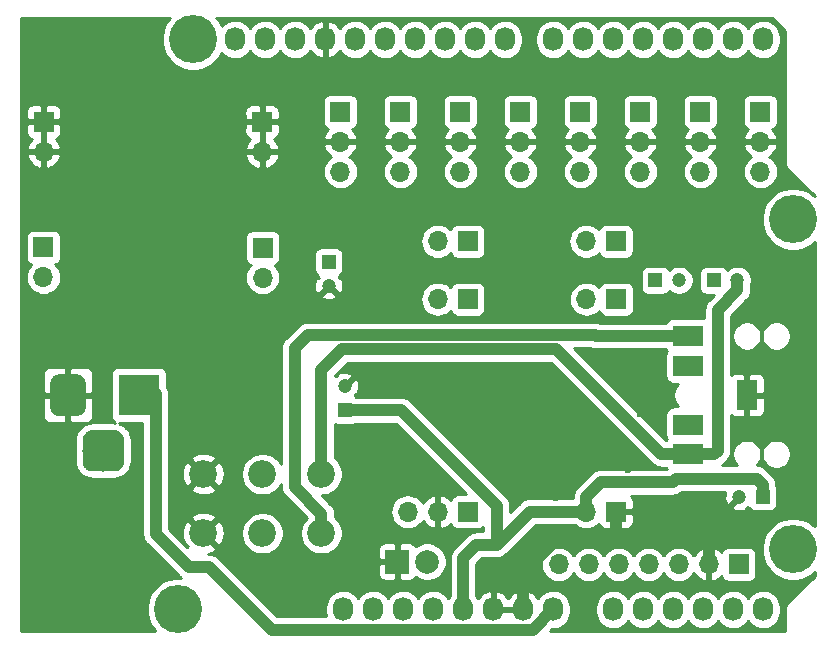
<source format=gbr>
G04 #@! TF.GenerationSoftware,KiCad,Pcbnew,(5.1.2-1)-1*
G04 #@! TF.CreationDate,2019-07-31T09:11:47+08:00*
G04 #@! TF.ProjectId,arduino_fft_led,61726475-696e-46f5-9f66-66745f6c6564,rev?*
G04 #@! TF.SameCoordinates,Original*
G04 #@! TF.FileFunction,Copper,L1,Top*
G04 #@! TF.FilePolarity,Positive*
%FSLAX46Y46*%
G04 Gerber Fmt 4.6, Leading zero omitted, Abs format (unit mm)*
G04 Created by KiCad (PCBNEW (5.1.2-1)-1) date 2019-07-31 09:11:47*
%MOMM*%
%LPD*%
G04 APERTURE LIST*
%ADD10O,1.727200X2.032000*%
%ADD11C,4.064000*%
%ADD12R,3.500000X3.500000*%
%ADD13C,0.100000*%
%ADD14C,3.000000*%
%ADD15C,3.500000*%
%ADD16R,2.500000X1.800000*%
%ADD17R,1.800000X2.500000*%
%ADD18R,1.700000X1.700000*%
%ADD19O,1.700000X1.700000*%
%ADD20C,2.000000*%
%ADD21R,2.000000X2.000000*%
%ADD22C,1.200000*%
%ADD23R,1.200000X1.200000*%
%ADD24C,2.340000*%
%ADD25C,0.600000*%
%ADD26C,1.000000*%
%ADD27C,0.254000*%
G04 APERTURE END LIST*
D10*
X138938000Y-123825000D03*
X141478000Y-123825000D03*
X144018000Y-123825000D03*
X146558000Y-123825000D03*
X149098000Y-123825000D03*
X151638000Y-123825000D03*
X154178000Y-123825000D03*
X156718000Y-123825000D03*
X161798000Y-123825000D03*
X164338000Y-123825000D03*
X166878000Y-123825000D03*
X169418000Y-123825000D03*
X171958000Y-123825000D03*
X174498000Y-123825000D03*
X129794000Y-75565000D03*
X132334000Y-75565000D03*
X134874000Y-75565000D03*
X137414000Y-75565000D03*
X139954000Y-75565000D03*
X142494000Y-75565000D03*
X145034000Y-75565000D03*
X147574000Y-75565000D03*
X150114000Y-75565000D03*
X152654000Y-75565000D03*
X156718000Y-75565000D03*
X159258000Y-75565000D03*
X161798000Y-75565000D03*
X164338000Y-75565000D03*
X166878000Y-75565000D03*
X169418000Y-75565000D03*
X171958000Y-75565000D03*
X174498000Y-75565000D03*
D11*
X124968000Y-123825000D03*
X177038000Y-118745000D03*
X126238000Y-75565000D03*
X177038000Y-90805000D03*
D12*
X121640600Y-105689400D03*
D13*
G36*
X116464113Y-103943011D02*
G01*
X116536918Y-103953811D01*
X116608314Y-103971695D01*
X116677613Y-103996490D01*
X116744148Y-104027959D01*
X116807278Y-104065798D01*
X116866395Y-104109642D01*
X116920930Y-104159070D01*
X116970358Y-104213605D01*
X117014202Y-104272722D01*
X117052041Y-104335852D01*
X117083510Y-104402387D01*
X117108305Y-104471686D01*
X117126189Y-104543082D01*
X117136989Y-104615887D01*
X117140600Y-104689400D01*
X117140600Y-106689400D01*
X117136989Y-106762913D01*
X117126189Y-106835718D01*
X117108305Y-106907114D01*
X117083510Y-106976413D01*
X117052041Y-107042948D01*
X117014202Y-107106078D01*
X116970358Y-107165195D01*
X116920930Y-107219730D01*
X116866395Y-107269158D01*
X116807278Y-107313002D01*
X116744148Y-107350841D01*
X116677613Y-107382310D01*
X116608314Y-107407105D01*
X116536918Y-107424989D01*
X116464113Y-107435789D01*
X116390600Y-107439400D01*
X114890600Y-107439400D01*
X114817087Y-107435789D01*
X114744282Y-107424989D01*
X114672886Y-107407105D01*
X114603587Y-107382310D01*
X114537052Y-107350841D01*
X114473922Y-107313002D01*
X114414805Y-107269158D01*
X114360270Y-107219730D01*
X114310842Y-107165195D01*
X114266998Y-107106078D01*
X114229159Y-107042948D01*
X114197690Y-106976413D01*
X114172895Y-106907114D01*
X114155011Y-106835718D01*
X114144211Y-106762913D01*
X114140600Y-106689400D01*
X114140600Y-104689400D01*
X114144211Y-104615887D01*
X114155011Y-104543082D01*
X114172895Y-104471686D01*
X114197690Y-104402387D01*
X114229159Y-104335852D01*
X114266998Y-104272722D01*
X114310842Y-104213605D01*
X114360270Y-104159070D01*
X114414805Y-104109642D01*
X114473922Y-104065798D01*
X114537052Y-104027959D01*
X114603587Y-103996490D01*
X114672886Y-103971695D01*
X114744282Y-103953811D01*
X114817087Y-103943011D01*
X114890600Y-103939400D01*
X116390600Y-103939400D01*
X116464113Y-103943011D01*
X116464113Y-103943011D01*
G37*
D14*
X115640600Y-105689400D03*
D13*
G36*
X119601365Y-108643613D02*
G01*
X119686304Y-108656213D01*
X119769599Y-108677077D01*
X119850448Y-108706005D01*
X119928072Y-108742719D01*
X120001724Y-108786864D01*
X120070694Y-108838016D01*
X120134318Y-108895682D01*
X120191984Y-108959306D01*
X120243136Y-109028276D01*
X120287281Y-109101928D01*
X120323995Y-109179552D01*
X120352923Y-109260401D01*
X120373787Y-109343696D01*
X120386387Y-109428635D01*
X120390600Y-109514400D01*
X120390600Y-111264400D01*
X120386387Y-111350165D01*
X120373787Y-111435104D01*
X120352923Y-111518399D01*
X120323995Y-111599248D01*
X120287281Y-111676872D01*
X120243136Y-111750524D01*
X120191984Y-111819494D01*
X120134318Y-111883118D01*
X120070694Y-111940784D01*
X120001724Y-111991936D01*
X119928072Y-112036081D01*
X119850448Y-112072795D01*
X119769599Y-112101723D01*
X119686304Y-112122587D01*
X119601365Y-112135187D01*
X119515600Y-112139400D01*
X117765600Y-112139400D01*
X117679835Y-112135187D01*
X117594896Y-112122587D01*
X117511601Y-112101723D01*
X117430752Y-112072795D01*
X117353128Y-112036081D01*
X117279476Y-111991936D01*
X117210506Y-111940784D01*
X117146882Y-111883118D01*
X117089216Y-111819494D01*
X117038064Y-111750524D01*
X116993919Y-111676872D01*
X116957205Y-111599248D01*
X116928277Y-111518399D01*
X116907413Y-111435104D01*
X116894813Y-111350165D01*
X116890600Y-111264400D01*
X116890600Y-109514400D01*
X116894813Y-109428635D01*
X116907413Y-109343696D01*
X116928277Y-109260401D01*
X116957205Y-109179552D01*
X116993919Y-109101928D01*
X117038064Y-109028276D01*
X117089216Y-108959306D01*
X117146882Y-108895682D01*
X117210506Y-108838016D01*
X117279476Y-108786864D01*
X117353128Y-108742719D01*
X117430752Y-108706005D01*
X117511601Y-108677077D01*
X117594896Y-108656213D01*
X117679835Y-108643613D01*
X117765600Y-108639400D01*
X119515600Y-108639400D01*
X119601365Y-108643613D01*
X119601365Y-108643613D01*
G37*
D15*
X118640600Y-110389400D03*
D16*
X168122600Y-108189400D03*
X168122600Y-103189400D03*
X168122600Y-110689400D03*
X168122600Y-100689400D03*
D17*
X173122600Y-105689400D03*
D18*
X138709400Y-81686400D03*
D19*
X138709400Y-84226400D03*
X138709400Y-86766400D03*
X143789400Y-86766400D03*
X143789400Y-84226400D03*
D18*
X143789400Y-81686400D03*
X148869400Y-81686400D03*
D19*
X148869400Y-84226400D03*
X148869400Y-86766400D03*
X153949400Y-86766400D03*
X153949400Y-84226400D03*
D18*
X153949400Y-81686400D03*
X159029400Y-81686400D03*
D19*
X159029400Y-84226400D03*
X159029400Y-86766400D03*
X164109400Y-86766400D03*
X164109400Y-84226400D03*
D18*
X164109400Y-81686400D03*
X169189400Y-81686400D03*
D19*
X169189400Y-84226400D03*
X169189400Y-86766400D03*
X174269400Y-86766400D03*
X174269400Y-84226400D03*
D18*
X174269400Y-81686400D03*
D20*
X146075400Y-119786400D03*
D21*
X143535400Y-119786400D03*
D22*
X167379400Y-95961200D03*
D23*
X165379400Y-95961200D03*
X170332400Y-95961200D03*
D22*
X172332400Y-95961200D03*
D23*
X174472600Y-114300000D03*
D22*
X172472600Y-114300000D03*
D23*
X137718800Y-94411800D03*
D22*
X137718800Y-96411800D03*
X139065000Y-104959400D03*
D23*
X139065000Y-106959400D03*
D24*
X137101600Y-117373400D03*
X132101600Y-117373400D03*
X127101600Y-117373400D03*
X137101600Y-112373400D03*
X132101600Y-112373400D03*
X127101600Y-112373400D03*
D19*
X113563400Y-95707200D03*
D18*
X113563400Y-93167200D03*
X113588800Y-82524600D03*
D19*
X113588800Y-85064600D03*
D18*
X132130800Y-93192600D03*
D19*
X132130800Y-95732600D03*
X132080000Y-85090000D03*
D18*
X132080000Y-82550000D03*
D19*
X159512000Y-92659200D03*
D18*
X162052000Y-92659200D03*
X149504400Y-92659200D03*
D19*
X146964400Y-92659200D03*
D18*
X162077400Y-97561400D03*
D19*
X159537400Y-97561400D03*
X146964400Y-97561400D03*
D18*
X149504400Y-97561400D03*
D19*
X159512000Y-115544600D03*
D18*
X162052000Y-115544600D03*
X172440600Y-120015000D03*
D19*
X169900600Y-120015000D03*
X167360600Y-120015000D03*
X164820600Y-120015000D03*
X162280600Y-120015000D03*
X159740600Y-120015000D03*
X157200600Y-120015000D03*
D18*
X149504400Y-115570000D03*
D19*
X146964400Y-115570000D03*
X144424400Y-115570000D03*
D25*
X145491200Y-104902000D03*
X147345400Y-106756200D03*
X148945600Y-108356400D03*
X150647400Y-110058200D03*
X121158000Y-113233200D03*
X121158000Y-117576600D03*
X121208800Y-122072400D03*
X130784600Y-110109000D03*
X129540000Y-114706400D03*
X124587000Y-121031000D03*
X156616400Y-103733600D03*
X160020000Y-106781600D03*
X163271200Y-109829600D03*
X158978600Y-101904800D03*
X162179000Y-104800400D03*
X164109400Y-107315000D03*
X166090600Y-101930200D03*
X163093400Y-112014000D03*
X153441400Y-114757200D03*
X156972000Y-114401600D03*
D26*
X149098000Y-119481600D02*
X149098000Y-123825000D01*
X150215600Y-118364000D02*
X149098000Y-119481600D01*
X151942800Y-118364000D02*
X150215600Y-118364000D01*
X154762200Y-115544600D02*
X151942800Y-118364000D01*
X159512000Y-115544600D02*
X154762200Y-115544600D01*
X159512000Y-114300000D02*
X159512000Y-115544600D01*
X160756600Y-113055400D02*
X159512000Y-114300000D01*
X151942800Y-115048398D02*
X151942800Y-118364000D01*
X143853802Y-106959400D02*
X151942800Y-115048398D01*
X139065000Y-106959400D02*
X143853802Y-106959400D01*
X166852600Y-113055400D02*
X167157400Y-112750600D01*
X166852600Y-113055400D02*
X160756600Y-113055400D01*
X168630600Y-112750600D02*
X173964600Y-112750600D01*
X167157400Y-112750600D02*
X168630600Y-112750600D01*
X168630600Y-112750600D02*
X171424400Y-112750600D01*
X174472600Y-113258600D02*
X174472600Y-114300000D01*
X173964600Y-112750600D02*
X174472600Y-113258600D01*
X161793800Y-117652800D02*
X162052000Y-117394600D01*
X157268798Y-117652800D02*
X161793800Y-117652800D01*
X154178000Y-120743598D02*
X157268798Y-117652800D01*
X162052000Y-117394600D02*
X162052000Y-115544600D01*
X154178000Y-123825000D02*
X154178000Y-120743598D01*
X161793800Y-117652800D02*
X169367200Y-117652800D01*
X169900600Y-118186200D02*
X169900600Y-120015000D01*
X169367200Y-117652800D02*
X169900600Y-118186200D01*
X155001990Y-125541010D02*
X132881610Y-125541010D01*
X156718000Y-123825000D02*
X155001990Y-125541010D01*
X132881610Y-125541010D02*
X127609600Y-120269000D01*
X127609600Y-120269000D02*
X127229598Y-120269000D01*
X127609600Y-120269000D02*
X125882400Y-120269000D01*
X123088400Y-117475000D02*
X123088400Y-105613200D01*
X125882400Y-120269000D02*
X123088400Y-117475000D01*
X137101600Y-115718771D02*
X137101600Y-117373400D01*
X134842390Y-101701600D02*
X134842390Y-113459561D01*
X160285188Y-100603190D02*
X135940800Y-100603190D01*
X135940800Y-100603190D02*
X134842390Y-101701600D01*
X160371398Y-100689400D02*
X160285188Y-100603190D01*
X134842390Y-113459561D02*
X137101600Y-115718771D01*
X168122600Y-100689400D02*
X160371398Y-100689400D01*
X172332400Y-96809728D02*
X172332400Y-95961200D01*
X170662600Y-98479528D02*
X172332400Y-96809728D01*
X170372600Y-110689400D02*
X170662600Y-110399400D01*
X170662600Y-110399400D02*
X170662600Y-98479528D01*
X168122600Y-110689400D02*
X170372600Y-110689400D01*
X137101600Y-103563400D02*
X137101600Y-112373400D01*
X156986400Y-101803200D02*
X138861800Y-101803200D01*
X138861800Y-101803200D02*
X137101600Y-103563400D01*
X165872600Y-110689400D02*
X156986400Y-101803200D01*
X168122600Y-110689400D02*
X165872600Y-110689400D01*
D27*
G36*
X124166406Y-73864887D02*
G01*
X123874536Y-74301702D01*
X123673492Y-74787065D01*
X123571000Y-75302323D01*
X123571000Y-75827677D01*
X123673492Y-76342935D01*
X123874536Y-76828298D01*
X124166406Y-77265113D01*
X124537887Y-77636594D01*
X124974702Y-77928464D01*
X125460065Y-78129508D01*
X125975323Y-78232000D01*
X126500677Y-78232000D01*
X127015935Y-78129508D01*
X127501298Y-77928464D01*
X127938113Y-77636594D01*
X128309594Y-77265113D01*
X128601464Y-76828298D01*
X128657001Y-76694219D01*
X128729203Y-76782197D01*
X128957395Y-76969469D01*
X129217737Y-77108625D01*
X129500224Y-77194316D01*
X129794000Y-77223251D01*
X130087777Y-77194316D01*
X130370264Y-77108625D01*
X130630606Y-76969469D01*
X130858797Y-76782197D01*
X131046069Y-76554006D01*
X131064000Y-76520459D01*
X131081931Y-76554006D01*
X131269203Y-76782197D01*
X131497395Y-76969469D01*
X131757737Y-77108625D01*
X132040224Y-77194316D01*
X132334000Y-77223251D01*
X132627777Y-77194316D01*
X132910264Y-77108625D01*
X133170606Y-76969469D01*
X133398797Y-76782197D01*
X133586069Y-76554006D01*
X133604000Y-76520459D01*
X133621931Y-76554006D01*
X133809203Y-76782197D01*
X134037395Y-76969469D01*
X134297737Y-77108625D01*
X134580224Y-77194316D01*
X134874000Y-77223251D01*
X135167777Y-77194316D01*
X135450264Y-77108625D01*
X135710606Y-76969469D01*
X135938797Y-76782197D01*
X136126069Y-76554006D01*
X136147424Y-76514053D01*
X136295514Y-76716729D01*
X136511965Y-76915733D01*
X136763081Y-77068686D01*
X137039211Y-77169709D01*
X137054974Y-77172358D01*
X137287000Y-77051217D01*
X137287000Y-75692000D01*
X137267000Y-75692000D01*
X137267000Y-75438000D01*
X137287000Y-75438000D01*
X137287000Y-74078783D01*
X137541000Y-74078783D01*
X137541000Y-75438000D01*
X137561000Y-75438000D01*
X137561000Y-75692000D01*
X137541000Y-75692000D01*
X137541000Y-77051217D01*
X137773026Y-77172358D01*
X137788789Y-77169709D01*
X138064919Y-77068686D01*
X138316035Y-76915733D01*
X138532486Y-76716729D01*
X138680576Y-76514053D01*
X138701931Y-76554006D01*
X138889203Y-76782197D01*
X139117395Y-76969469D01*
X139377737Y-77108625D01*
X139660224Y-77194316D01*
X139954000Y-77223251D01*
X140247777Y-77194316D01*
X140530264Y-77108625D01*
X140790606Y-76969469D01*
X141018797Y-76782197D01*
X141206069Y-76554006D01*
X141224000Y-76520459D01*
X141241931Y-76554006D01*
X141429203Y-76782197D01*
X141657395Y-76969469D01*
X141917737Y-77108625D01*
X142200224Y-77194316D01*
X142494000Y-77223251D01*
X142787777Y-77194316D01*
X143070264Y-77108625D01*
X143330606Y-76969469D01*
X143558797Y-76782197D01*
X143746069Y-76554006D01*
X143764000Y-76520459D01*
X143781931Y-76554006D01*
X143969203Y-76782197D01*
X144197395Y-76969469D01*
X144457737Y-77108625D01*
X144740224Y-77194316D01*
X145034000Y-77223251D01*
X145327777Y-77194316D01*
X145610264Y-77108625D01*
X145870606Y-76969469D01*
X146098797Y-76782197D01*
X146286069Y-76554006D01*
X146304000Y-76520459D01*
X146321931Y-76554006D01*
X146509203Y-76782197D01*
X146737395Y-76969469D01*
X146997737Y-77108625D01*
X147280224Y-77194316D01*
X147574000Y-77223251D01*
X147867777Y-77194316D01*
X148150264Y-77108625D01*
X148410606Y-76969469D01*
X148638797Y-76782197D01*
X148826069Y-76554006D01*
X148844000Y-76520459D01*
X148861931Y-76554006D01*
X149049203Y-76782197D01*
X149277395Y-76969469D01*
X149537737Y-77108625D01*
X149820224Y-77194316D01*
X150114000Y-77223251D01*
X150407777Y-77194316D01*
X150690264Y-77108625D01*
X150950606Y-76969469D01*
X151178797Y-76782197D01*
X151366069Y-76554006D01*
X151384000Y-76520459D01*
X151401931Y-76554006D01*
X151589203Y-76782197D01*
X151817395Y-76969469D01*
X152077737Y-77108625D01*
X152360224Y-77194316D01*
X152654000Y-77223251D01*
X152947777Y-77194316D01*
X153230264Y-77108625D01*
X153490606Y-76969469D01*
X153718797Y-76782197D01*
X153906069Y-76554006D01*
X154045225Y-76293663D01*
X154130916Y-76011176D01*
X154152600Y-75791018D01*
X154152600Y-75338982D01*
X155219400Y-75338982D01*
X155219400Y-75791019D01*
X155241084Y-76011177D01*
X155326775Y-76293664D01*
X155465931Y-76554006D01*
X155653203Y-76782197D01*
X155881395Y-76969469D01*
X156141737Y-77108625D01*
X156424224Y-77194316D01*
X156718000Y-77223251D01*
X157011777Y-77194316D01*
X157294264Y-77108625D01*
X157554606Y-76969469D01*
X157782797Y-76782197D01*
X157970069Y-76554006D01*
X157988000Y-76520459D01*
X158005931Y-76554006D01*
X158193203Y-76782197D01*
X158421395Y-76969469D01*
X158681737Y-77108625D01*
X158964224Y-77194316D01*
X159258000Y-77223251D01*
X159551777Y-77194316D01*
X159834264Y-77108625D01*
X160094606Y-76969469D01*
X160322797Y-76782197D01*
X160510069Y-76554006D01*
X160528000Y-76520459D01*
X160545931Y-76554006D01*
X160733203Y-76782197D01*
X160961395Y-76969469D01*
X161221737Y-77108625D01*
X161504224Y-77194316D01*
X161798000Y-77223251D01*
X162091777Y-77194316D01*
X162374264Y-77108625D01*
X162634606Y-76969469D01*
X162862797Y-76782197D01*
X163050069Y-76554006D01*
X163068000Y-76520459D01*
X163085931Y-76554006D01*
X163273203Y-76782197D01*
X163501395Y-76969469D01*
X163761737Y-77108625D01*
X164044224Y-77194316D01*
X164338000Y-77223251D01*
X164631777Y-77194316D01*
X164914264Y-77108625D01*
X165174606Y-76969469D01*
X165402797Y-76782197D01*
X165590069Y-76554006D01*
X165608000Y-76520459D01*
X165625931Y-76554006D01*
X165813203Y-76782197D01*
X166041395Y-76969469D01*
X166301737Y-77108625D01*
X166584224Y-77194316D01*
X166878000Y-77223251D01*
X167171777Y-77194316D01*
X167454264Y-77108625D01*
X167714606Y-76969469D01*
X167942797Y-76782197D01*
X168130069Y-76554006D01*
X168148000Y-76520459D01*
X168165931Y-76554006D01*
X168353203Y-76782197D01*
X168581395Y-76969469D01*
X168841737Y-77108625D01*
X169124224Y-77194316D01*
X169418000Y-77223251D01*
X169711777Y-77194316D01*
X169994264Y-77108625D01*
X170254606Y-76969469D01*
X170482797Y-76782197D01*
X170670069Y-76554006D01*
X170688000Y-76520459D01*
X170705931Y-76554006D01*
X170893203Y-76782197D01*
X171121395Y-76969469D01*
X171381737Y-77108625D01*
X171664224Y-77194316D01*
X171958000Y-77223251D01*
X172251777Y-77194316D01*
X172534264Y-77108625D01*
X172794606Y-76969469D01*
X173022797Y-76782197D01*
X173210069Y-76554006D01*
X173228000Y-76520459D01*
X173245931Y-76554006D01*
X173433203Y-76782197D01*
X173661395Y-76969469D01*
X173921737Y-77108625D01*
X174204224Y-77194316D01*
X174498000Y-77223251D01*
X174791777Y-77194316D01*
X175074264Y-77108625D01*
X175334606Y-76969469D01*
X175562797Y-76782197D01*
X175750069Y-76554006D01*
X175889225Y-76293663D01*
X175974916Y-76011176D01*
X175996600Y-75791018D01*
X175996600Y-75338981D01*
X175974916Y-75118823D01*
X175889225Y-74836336D01*
X175750069Y-74575994D01*
X175562797Y-74347803D01*
X175334605Y-74160531D01*
X175074263Y-74021375D01*
X174791776Y-73935684D01*
X174498000Y-73906749D01*
X174204223Y-73935684D01*
X173921736Y-74021375D01*
X173661394Y-74160531D01*
X173433203Y-74347803D01*
X173245931Y-74575995D01*
X173228000Y-74609541D01*
X173210069Y-74575994D01*
X173022797Y-74347803D01*
X172794605Y-74160531D01*
X172534263Y-74021375D01*
X172251776Y-73935684D01*
X171958000Y-73906749D01*
X171664223Y-73935684D01*
X171381736Y-74021375D01*
X171121394Y-74160531D01*
X170893203Y-74347803D01*
X170705931Y-74575995D01*
X170688000Y-74609541D01*
X170670069Y-74575994D01*
X170482797Y-74347803D01*
X170254605Y-74160531D01*
X169994263Y-74021375D01*
X169711776Y-73935684D01*
X169418000Y-73906749D01*
X169124223Y-73935684D01*
X168841736Y-74021375D01*
X168581394Y-74160531D01*
X168353203Y-74347803D01*
X168165931Y-74575995D01*
X168148000Y-74609541D01*
X168130069Y-74575994D01*
X167942797Y-74347803D01*
X167714605Y-74160531D01*
X167454263Y-74021375D01*
X167171776Y-73935684D01*
X166878000Y-73906749D01*
X166584223Y-73935684D01*
X166301736Y-74021375D01*
X166041394Y-74160531D01*
X165813203Y-74347803D01*
X165625931Y-74575995D01*
X165608000Y-74609541D01*
X165590069Y-74575994D01*
X165402797Y-74347803D01*
X165174605Y-74160531D01*
X164914263Y-74021375D01*
X164631776Y-73935684D01*
X164338000Y-73906749D01*
X164044223Y-73935684D01*
X163761736Y-74021375D01*
X163501394Y-74160531D01*
X163273203Y-74347803D01*
X163085931Y-74575995D01*
X163068000Y-74609541D01*
X163050069Y-74575994D01*
X162862797Y-74347803D01*
X162634605Y-74160531D01*
X162374263Y-74021375D01*
X162091776Y-73935684D01*
X161798000Y-73906749D01*
X161504223Y-73935684D01*
X161221736Y-74021375D01*
X160961394Y-74160531D01*
X160733203Y-74347803D01*
X160545931Y-74575995D01*
X160528000Y-74609541D01*
X160510069Y-74575994D01*
X160322797Y-74347803D01*
X160094605Y-74160531D01*
X159834263Y-74021375D01*
X159551776Y-73935684D01*
X159258000Y-73906749D01*
X158964223Y-73935684D01*
X158681736Y-74021375D01*
X158421394Y-74160531D01*
X158193203Y-74347803D01*
X158005931Y-74575995D01*
X157988000Y-74609541D01*
X157970069Y-74575994D01*
X157782797Y-74347803D01*
X157554605Y-74160531D01*
X157294263Y-74021375D01*
X157011776Y-73935684D01*
X156718000Y-73906749D01*
X156424223Y-73935684D01*
X156141736Y-74021375D01*
X155881394Y-74160531D01*
X155653203Y-74347803D01*
X155465931Y-74575995D01*
X155326775Y-74836337D01*
X155241084Y-75118824D01*
X155219400Y-75338982D01*
X154152600Y-75338982D01*
X154152600Y-75338981D01*
X154130916Y-75118823D01*
X154045225Y-74836336D01*
X153906069Y-74575994D01*
X153718797Y-74347803D01*
X153490605Y-74160531D01*
X153230263Y-74021375D01*
X152947776Y-73935684D01*
X152654000Y-73906749D01*
X152360223Y-73935684D01*
X152077736Y-74021375D01*
X151817394Y-74160531D01*
X151589203Y-74347803D01*
X151401931Y-74575995D01*
X151384000Y-74609541D01*
X151366069Y-74575994D01*
X151178797Y-74347803D01*
X150950605Y-74160531D01*
X150690263Y-74021375D01*
X150407776Y-73935684D01*
X150114000Y-73906749D01*
X149820223Y-73935684D01*
X149537736Y-74021375D01*
X149277394Y-74160531D01*
X149049203Y-74347803D01*
X148861931Y-74575995D01*
X148844000Y-74609541D01*
X148826069Y-74575994D01*
X148638797Y-74347803D01*
X148410605Y-74160531D01*
X148150263Y-74021375D01*
X147867776Y-73935684D01*
X147574000Y-73906749D01*
X147280223Y-73935684D01*
X146997736Y-74021375D01*
X146737394Y-74160531D01*
X146509203Y-74347803D01*
X146321931Y-74575995D01*
X146304000Y-74609541D01*
X146286069Y-74575994D01*
X146098797Y-74347803D01*
X145870605Y-74160531D01*
X145610263Y-74021375D01*
X145327776Y-73935684D01*
X145034000Y-73906749D01*
X144740223Y-73935684D01*
X144457736Y-74021375D01*
X144197394Y-74160531D01*
X143969203Y-74347803D01*
X143781931Y-74575995D01*
X143764000Y-74609541D01*
X143746069Y-74575994D01*
X143558797Y-74347803D01*
X143330605Y-74160531D01*
X143070263Y-74021375D01*
X142787776Y-73935684D01*
X142494000Y-73906749D01*
X142200223Y-73935684D01*
X141917736Y-74021375D01*
X141657394Y-74160531D01*
X141429203Y-74347803D01*
X141241931Y-74575995D01*
X141224000Y-74609541D01*
X141206069Y-74575994D01*
X141018797Y-74347803D01*
X140790605Y-74160531D01*
X140530263Y-74021375D01*
X140247776Y-73935684D01*
X139954000Y-73906749D01*
X139660223Y-73935684D01*
X139377736Y-74021375D01*
X139117394Y-74160531D01*
X138889203Y-74347803D01*
X138701931Y-74575995D01*
X138680576Y-74615947D01*
X138532486Y-74413271D01*
X138316035Y-74214267D01*
X138064919Y-74061314D01*
X137788789Y-73960291D01*
X137773026Y-73957642D01*
X137541000Y-74078783D01*
X137287000Y-74078783D01*
X137054974Y-73957642D01*
X137039211Y-73960291D01*
X136763081Y-74061314D01*
X136511965Y-74214267D01*
X136295514Y-74413271D01*
X136147424Y-74615947D01*
X136126069Y-74575994D01*
X135938797Y-74347803D01*
X135710605Y-74160531D01*
X135450263Y-74021375D01*
X135167776Y-73935684D01*
X134874000Y-73906749D01*
X134580223Y-73935684D01*
X134297736Y-74021375D01*
X134037394Y-74160531D01*
X133809203Y-74347803D01*
X133621931Y-74575995D01*
X133604000Y-74609541D01*
X133586069Y-74575994D01*
X133398797Y-74347803D01*
X133170605Y-74160531D01*
X132910263Y-74021375D01*
X132627776Y-73935684D01*
X132334000Y-73906749D01*
X132040223Y-73935684D01*
X131757736Y-74021375D01*
X131497394Y-74160531D01*
X131269203Y-74347803D01*
X131081931Y-74575995D01*
X131064000Y-74609541D01*
X131046069Y-74575994D01*
X130858797Y-74347803D01*
X130630605Y-74160531D01*
X130370263Y-74021375D01*
X130087776Y-73935684D01*
X129794000Y-73906749D01*
X129500223Y-73935684D01*
X129217736Y-74021375D01*
X128957394Y-74160531D01*
X128729203Y-74347803D01*
X128657001Y-74435781D01*
X128601464Y-74301702D01*
X128309594Y-73864887D01*
X128179707Y-73735000D01*
X175219909Y-73735000D01*
X176328001Y-74843093D01*
X176328000Y-85944125D01*
X176324565Y-85979000D01*
X176328000Y-86013875D01*
X176328000Y-86013876D01*
X176338273Y-86118183D01*
X176378872Y-86252019D01*
X176444800Y-86375362D01*
X176533525Y-86483474D01*
X176560617Y-86505708D01*
X178868001Y-88813093D01*
X178868001Y-88863294D01*
X178738113Y-88733406D01*
X178301298Y-88441536D01*
X177815935Y-88240492D01*
X177300677Y-88138000D01*
X176775323Y-88138000D01*
X176260065Y-88240492D01*
X175774702Y-88441536D01*
X175337887Y-88733406D01*
X174966406Y-89104887D01*
X174674536Y-89541702D01*
X174473492Y-90027065D01*
X174371000Y-90542323D01*
X174371000Y-91067677D01*
X174473492Y-91582935D01*
X174674536Y-92068298D01*
X174966406Y-92505113D01*
X175337887Y-92876594D01*
X175774702Y-93168464D01*
X176260065Y-93369508D01*
X176775323Y-93472000D01*
X177300677Y-93472000D01*
X177815935Y-93369508D01*
X178301298Y-93168464D01*
X178738113Y-92876594D01*
X178868001Y-92746706D01*
X178868000Y-116803293D01*
X178738113Y-116673406D01*
X178301298Y-116381536D01*
X177815935Y-116180492D01*
X177300677Y-116078000D01*
X176775323Y-116078000D01*
X176260065Y-116180492D01*
X175774702Y-116381536D01*
X175337887Y-116673406D01*
X174966406Y-117044887D01*
X174674536Y-117481702D01*
X174473492Y-117967065D01*
X174371000Y-118482323D01*
X174371000Y-119007677D01*
X174473492Y-119522935D01*
X174674536Y-120008298D01*
X174966406Y-120445113D01*
X175337887Y-120816594D01*
X175774702Y-121108464D01*
X176260065Y-121309508D01*
X176775323Y-121412000D01*
X177300677Y-121412000D01*
X177815935Y-121309508D01*
X178301298Y-121108464D01*
X178738113Y-120816594D01*
X178868000Y-120686707D01*
X178868000Y-120990908D01*
X176560617Y-123298292D01*
X176533526Y-123320525D01*
X176511293Y-123347616D01*
X176444801Y-123428637D01*
X176378872Y-123551981D01*
X176338274Y-123685816D01*
X176324565Y-123825000D01*
X176328001Y-123859885D01*
X176328000Y-125655000D01*
X156493132Y-125655000D01*
X156669644Y-125478488D01*
X156718000Y-125483251D01*
X157011777Y-125454316D01*
X157294264Y-125368625D01*
X157554606Y-125229469D01*
X157782797Y-125042197D01*
X157970069Y-124814006D01*
X158109225Y-124553663D01*
X158194916Y-124271176D01*
X158216600Y-124051018D01*
X158216600Y-123598982D01*
X160299400Y-123598982D01*
X160299400Y-124051019D01*
X160321084Y-124271177D01*
X160406775Y-124553664D01*
X160545931Y-124814006D01*
X160733203Y-125042197D01*
X160961395Y-125229469D01*
X161221737Y-125368625D01*
X161504224Y-125454316D01*
X161798000Y-125483251D01*
X162091777Y-125454316D01*
X162374264Y-125368625D01*
X162634606Y-125229469D01*
X162862797Y-125042197D01*
X163050069Y-124814006D01*
X163068000Y-124780459D01*
X163085931Y-124814006D01*
X163273203Y-125042197D01*
X163501395Y-125229469D01*
X163761737Y-125368625D01*
X164044224Y-125454316D01*
X164338000Y-125483251D01*
X164631777Y-125454316D01*
X164914264Y-125368625D01*
X165174606Y-125229469D01*
X165402797Y-125042197D01*
X165590069Y-124814006D01*
X165608000Y-124780459D01*
X165625931Y-124814006D01*
X165813203Y-125042197D01*
X166041395Y-125229469D01*
X166301737Y-125368625D01*
X166584224Y-125454316D01*
X166878000Y-125483251D01*
X167171777Y-125454316D01*
X167454264Y-125368625D01*
X167714606Y-125229469D01*
X167942797Y-125042197D01*
X168130069Y-124814006D01*
X168148000Y-124780459D01*
X168165931Y-124814006D01*
X168353203Y-125042197D01*
X168581395Y-125229469D01*
X168841737Y-125368625D01*
X169124224Y-125454316D01*
X169418000Y-125483251D01*
X169711777Y-125454316D01*
X169994264Y-125368625D01*
X170254606Y-125229469D01*
X170482797Y-125042197D01*
X170670069Y-124814006D01*
X170688000Y-124780459D01*
X170705931Y-124814006D01*
X170893203Y-125042197D01*
X171121395Y-125229469D01*
X171381737Y-125368625D01*
X171664224Y-125454316D01*
X171958000Y-125483251D01*
X172251777Y-125454316D01*
X172534264Y-125368625D01*
X172794606Y-125229469D01*
X173022797Y-125042197D01*
X173210069Y-124814006D01*
X173228000Y-124780459D01*
X173245931Y-124814006D01*
X173433203Y-125042197D01*
X173661395Y-125229469D01*
X173921737Y-125368625D01*
X174204224Y-125454316D01*
X174498000Y-125483251D01*
X174791777Y-125454316D01*
X175074264Y-125368625D01*
X175334606Y-125229469D01*
X175562797Y-125042197D01*
X175750069Y-124814006D01*
X175889225Y-124553663D01*
X175974916Y-124271176D01*
X175996600Y-124051018D01*
X175996600Y-123598981D01*
X175974916Y-123378823D01*
X175889225Y-123096336D01*
X175750069Y-122835994D01*
X175562797Y-122607803D01*
X175334605Y-122420531D01*
X175074263Y-122281375D01*
X174791776Y-122195684D01*
X174498000Y-122166749D01*
X174204223Y-122195684D01*
X173921736Y-122281375D01*
X173661394Y-122420531D01*
X173433203Y-122607803D01*
X173245931Y-122835995D01*
X173228000Y-122869541D01*
X173210069Y-122835994D01*
X173022797Y-122607803D01*
X172794605Y-122420531D01*
X172534263Y-122281375D01*
X172251776Y-122195684D01*
X171958000Y-122166749D01*
X171664223Y-122195684D01*
X171381736Y-122281375D01*
X171121394Y-122420531D01*
X170893203Y-122607803D01*
X170705931Y-122835995D01*
X170688000Y-122869541D01*
X170670069Y-122835994D01*
X170482797Y-122607803D01*
X170254605Y-122420531D01*
X169994263Y-122281375D01*
X169711776Y-122195684D01*
X169418000Y-122166749D01*
X169124223Y-122195684D01*
X168841736Y-122281375D01*
X168581394Y-122420531D01*
X168353203Y-122607803D01*
X168165931Y-122835995D01*
X168148000Y-122869541D01*
X168130069Y-122835994D01*
X167942797Y-122607803D01*
X167714605Y-122420531D01*
X167454263Y-122281375D01*
X167171776Y-122195684D01*
X166878000Y-122166749D01*
X166584223Y-122195684D01*
X166301736Y-122281375D01*
X166041394Y-122420531D01*
X165813203Y-122607803D01*
X165625931Y-122835995D01*
X165608000Y-122869541D01*
X165590069Y-122835994D01*
X165402797Y-122607803D01*
X165174605Y-122420531D01*
X164914263Y-122281375D01*
X164631776Y-122195684D01*
X164338000Y-122166749D01*
X164044223Y-122195684D01*
X163761736Y-122281375D01*
X163501394Y-122420531D01*
X163273203Y-122607803D01*
X163085931Y-122835995D01*
X163068000Y-122869541D01*
X163050069Y-122835994D01*
X162862797Y-122607803D01*
X162634605Y-122420531D01*
X162374263Y-122281375D01*
X162091776Y-122195684D01*
X161798000Y-122166749D01*
X161504223Y-122195684D01*
X161221736Y-122281375D01*
X160961394Y-122420531D01*
X160733203Y-122607803D01*
X160545931Y-122835995D01*
X160406775Y-123096337D01*
X160321084Y-123378824D01*
X160299400Y-123598982D01*
X158216600Y-123598982D01*
X158216600Y-123598981D01*
X158194916Y-123378823D01*
X158109225Y-123096336D01*
X157970069Y-122835994D01*
X157782797Y-122607803D01*
X157554605Y-122420531D01*
X157294263Y-122281375D01*
X157011776Y-122195684D01*
X156718000Y-122166749D01*
X156424223Y-122195684D01*
X156141736Y-122281375D01*
X155881394Y-122420531D01*
X155653203Y-122607803D01*
X155465931Y-122835995D01*
X155444576Y-122875947D01*
X155296486Y-122673271D01*
X155080035Y-122474267D01*
X154828919Y-122321314D01*
X154552789Y-122220291D01*
X154537026Y-122217642D01*
X154305000Y-122338783D01*
X154305000Y-123698000D01*
X154325000Y-123698000D01*
X154325000Y-123952000D01*
X154305000Y-123952000D01*
X154305000Y-123972000D01*
X154051000Y-123972000D01*
X154051000Y-123952000D01*
X151765000Y-123952000D01*
X151765000Y-123972000D01*
X151511000Y-123972000D01*
X151511000Y-123952000D01*
X151491000Y-123952000D01*
X151491000Y-123698000D01*
X151511000Y-123698000D01*
X151511000Y-122338783D01*
X151765000Y-122338783D01*
X151765000Y-123698000D01*
X154051000Y-123698000D01*
X154051000Y-122338783D01*
X153818974Y-122217642D01*
X153803211Y-122220291D01*
X153527081Y-122321314D01*
X153275965Y-122474267D01*
X153059514Y-122673271D01*
X152908000Y-122880633D01*
X152756486Y-122673271D01*
X152540035Y-122474267D01*
X152288919Y-122321314D01*
X152012789Y-122220291D01*
X151997026Y-122217642D01*
X151765000Y-122338783D01*
X151511000Y-122338783D01*
X151278974Y-122217642D01*
X151263211Y-122220291D01*
X150987081Y-122321314D01*
X150735965Y-122474267D01*
X150519514Y-122673271D01*
X150371424Y-122875947D01*
X150350069Y-122835994D01*
X150233000Y-122693345D01*
X150233000Y-120015000D01*
X155708415Y-120015000D01*
X155737087Y-120306111D01*
X155822001Y-120586034D01*
X155959894Y-120844014D01*
X156145466Y-121070134D01*
X156371586Y-121255706D01*
X156629566Y-121393599D01*
X156909489Y-121478513D01*
X157127650Y-121500000D01*
X157273550Y-121500000D01*
X157491711Y-121478513D01*
X157771634Y-121393599D01*
X158029614Y-121255706D01*
X158255734Y-121070134D01*
X158441306Y-120844014D01*
X158470600Y-120789209D01*
X158499894Y-120844014D01*
X158685466Y-121070134D01*
X158911586Y-121255706D01*
X159169566Y-121393599D01*
X159449489Y-121478513D01*
X159667650Y-121500000D01*
X159813550Y-121500000D01*
X160031711Y-121478513D01*
X160311634Y-121393599D01*
X160569614Y-121255706D01*
X160795734Y-121070134D01*
X160981306Y-120844014D01*
X161010600Y-120789209D01*
X161039894Y-120844014D01*
X161225466Y-121070134D01*
X161451586Y-121255706D01*
X161709566Y-121393599D01*
X161989489Y-121478513D01*
X162207650Y-121500000D01*
X162353550Y-121500000D01*
X162571711Y-121478513D01*
X162851634Y-121393599D01*
X163109614Y-121255706D01*
X163335734Y-121070134D01*
X163521306Y-120844014D01*
X163550600Y-120789209D01*
X163579894Y-120844014D01*
X163765466Y-121070134D01*
X163991586Y-121255706D01*
X164249566Y-121393599D01*
X164529489Y-121478513D01*
X164747650Y-121500000D01*
X164893550Y-121500000D01*
X165111711Y-121478513D01*
X165391634Y-121393599D01*
X165649614Y-121255706D01*
X165875734Y-121070134D01*
X166061306Y-120844014D01*
X166090600Y-120789209D01*
X166119894Y-120844014D01*
X166305466Y-121070134D01*
X166531586Y-121255706D01*
X166789566Y-121393599D01*
X167069489Y-121478513D01*
X167287650Y-121500000D01*
X167433550Y-121500000D01*
X167651711Y-121478513D01*
X167931634Y-121393599D01*
X168189614Y-121255706D01*
X168415734Y-121070134D01*
X168601306Y-120844014D01*
X168635801Y-120779477D01*
X168705422Y-120896355D01*
X168900331Y-121112588D01*
X169133680Y-121286641D01*
X169396501Y-121411825D01*
X169543710Y-121456476D01*
X169773600Y-121335155D01*
X169773600Y-120142000D01*
X169753600Y-120142000D01*
X169753600Y-119888000D01*
X169773600Y-119888000D01*
X169773600Y-118694845D01*
X170027600Y-118694845D01*
X170027600Y-119888000D01*
X170047600Y-119888000D01*
X170047600Y-120142000D01*
X170027600Y-120142000D01*
X170027600Y-121335155D01*
X170257490Y-121456476D01*
X170404699Y-121411825D01*
X170667520Y-121286641D01*
X170900869Y-121112588D01*
X170976634Y-121028534D01*
X171001098Y-121109180D01*
X171060063Y-121219494D01*
X171139415Y-121316185D01*
X171236106Y-121395537D01*
X171346420Y-121454502D01*
X171466118Y-121490812D01*
X171590600Y-121503072D01*
X173290600Y-121503072D01*
X173415082Y-121490812D01*
X173534780Y-121454502D01*
X173645094Y-121395537D01*
X173741785Y-121316185D01*
X173821137Y-121219494D01*
X173880102Y-121109180D01*
X173916412Y-120989482D01*
X173928672Y-120865000D01*
X173928672Y-119165000D01*
X173916412Y-119040518D01*
X173880102Y-118920820D01*
X173821137Y-118810506D01*
X173741785Y-118713815D01*
X173645094Y-118634463D01*
X173534780Y-118575498D01*
X173415082Y-118539188D01*
X173290600Y-118526928D01*
X171590600Y-118526928D01*
X171466118Y-118539188D01*
X171346420Y-118575498D01*
X171236106Y-118634463D01*
X171139415Y-118713815D01*
X171060063Y-118810506D01*
X171001098Y-118920820D01*
X170976634Y-119001466D01*
X170900869Y-118917412D01*
X170667520Y-118743359D01*
X170404699Y-118618175D01*
X170257490Y-118573524D01*
X170027600Y-118694845D01*
X169773600Y-118694845D01*
X169543710Y-118573524D01*
X169396501Y-118618175D01*
X169133680Y-118743359D01*
X168900331Y-118917412D01*
X168705422Y-119133645D01*
X168635801Y-119250523D01*
X168601306Y-119185986D01*
X168415734Y-118959866D01*
X168189614Y-118774294D01*
X167931634Y-118636401D01*
X167651711Y-118551487D01*
X167433550Y-118530000D01*
X167287650Y-118530000D01*
X167069489Y-118551487D01*
X166789566Y-118636401D01*
X166531586Y-118774294D01*
X166305466Y-118959866D01*
X166119894Y-119185986D01*
X166090600Y-119240791D01*
X166061306Y-119185986D01*
X165875734Y-118959866D01*
X165649614Y-118774294D01*
X165391634Y-118636401D01*
X165111711Y-118551487D01*
X164893550Y-118530000D01*
X164747650Y-118530000D01*
X164529489Y-118551487D01*
X164249566Y-118636401D01*
X163991586Y-118774294D01*
X163765466Y-118959866D01*
X163579894Y-119185986D01*
X163550600Y-119240791D01*
X163521306Y-119185986D01*
X163335734Y-118959866D01*
X163109614Y-118774294D01*
X162851634Y-118636401D01*
X162571711Y-118551487D01*
X162353550Y-118530000D01*
X162207650Y-118530000D01*
X161989489Y-118551487D01*
X161709566Y-118636401D01*
X161451586Y-118774294D01*
X161225466Y-118959866D01*
X161039894Y-119185986D01*
X161010600Y-119240791D01*
X160981306Y-119185986D01*
X160795734Y-118959866D01*
X160569614Y-118774294D01*
X160311634Y-118636401D01*
X160031711Y-118551487D01*
X159813550Y-118530000D01*
X159667650Y-118530000D01*
X159449489Y-118551487D01*
X159169566Y-118636401D01*
X158911586Y-118774294D01*
X158685466Y-118959866D01*
X158499894Y-119185986D01*
X158470600Y-119240791D01*
X158441306Y-119185986D01*
X158255734Y-118959866D01*
X158029614Y-118774294D01*
X157771634Y-118636401D01*
X157491711Y-118551487D01*
X157273550Y-118530000D01*
X157127650Y-118530000D01*
X156909489Y-118551487D01*
X156629566Y-118636401D01*
X156371586Y-118774294D01*
X156145466Y-118959866D01*
X155959894Y-119185986D01*
X155822001Y-119443966D01*
X155737087Y-119723889D01*
X155708415Y-120015000D01*
X150233000Y-120015000D01*
X150233000Y-119951731D01*
X150685732Y-119499000D01*
X151887049Y-119499000D01*
X151942800Y-119504491D01*
X152165299Y-119482577D01*
X152379247Y-119417676D01*
X152576423Y-119312284D01*
X152749249Y-119170449D01*
X152784796Y-119127135D01*
X155232333Y-116679600D01*
X158554183Y-116679600D01*
X158682986Y-116785306D01*
X158940966Y-116923199D01*
X159220889Y-117008113D01*
X159439050Y-117029600D01*
X159584950Y-117029600D01*
X159803111Y-117008113D01*
X160083034Y-116923199D01*
X160341014Y-116785306D01*
X160567134Y-116599734D01*
X160591607Y-116569913D01*
X160612498Y-116638780D01*
X160671463Y-116749094D01*
X160750815Y-116845785D01*
X160847506Y-116925137D01*
X160957820Y-116984102D01*
X161077518Y-117020412D01*
X161202000Y-117032672D01*
X161766250Y-117029600D01*
X161925000Y-116870850D01*
X161925000Y-115671600D01*
X162179000Y-115671600D01*
X162179000Y-116870850D01*
X162337750Y-117029600D01*
X162902000Y-117032672D01*
X163026482Y-117020412D01*
X163146180Y-116984102D01*
X163256494Y-116925137D01*
X163353185Y-116845785D01*
X163432537Y-116749094D01*
X163491502Y-116638780D01*
X163527812Y-116519082D01*
X163540072Y-116394600D01*
X163537000Y-115830350D01*
X163378250Y-115671600D01*
X162179000Y-115671600D01*
X161925000Y-115671600D01*
X161905000Y-115671600D01*
X161905000Y-115417600D01*
X161925000Y-115417600D01*
X161925000Y-115397600D01*
X162179000Y-115397600D01*
X162179000Y-115417600D01*
X163378250Y-115417600D01*
X163537000Y-115258850D01*
X163540072Y-114694600D01*
X163527812Y-114570118D01*
X163491502Y-114450420D01*
X163432537Y-114340106D01*
X163353185Y-114243415D01*
X163288586Y-114190400D01*
X166796849Y-114190400D01*
X166852600Y-114195891D01*
X166908351Y-114190400D01*
X166908352Y-114190400D01*
X167075099Y-114173977D01*
X167289047Y-114109076D01*
X167486223Y-114003684D01*
X167630108Y-113885600D01*
X171304249Y-113885600D01*
X171298363Y-113898516D01*
X171242600Y-114135313D01*
X171234105Y-114378438D01*
X171273205Y-114618549D01*
X171358398Y-114846418D01*
X171399252Y-114922852D01*
X171622836Y-114970159D01*
X172292995Y-114300000D01*
X172278853Y-114285858D01*
X172458458Y-114106253D01*
X172472600Y-114120395D01*
X172486743Y-114106253D01*
X172666348Y-114285858D01*
X172652205Y-114300000D01*
X172666348Y-114314143D01*
X172486743Y-114493748D01*
X172472600Y-114479605D01*
X171802441Y-115149764D01*
X171849748Y-115373348D01*
X172071116Y-115474237D01*
X172307913Y-115530000D01*
X172551038Y-115538495D01*
X172791149Y-115499395D01*
X173019018Y-115414202D01*
X173095452Y-115373348D01*
X173142758Y-115149766D01*
X173259864Y-115266872D01*
X173317742Y-115208994D01*
X173342063Y-115254494D01*
X173421415Y-115351185D01*
X173518106Y-115430537D01*
X173628420Y-115489502D01*
X173748118Y-115525812D01*
X173872600Y-115538072D01*
X175072600Y-115538072D01*
X175197082Y-115525812D01*
X175316780Y-115489502D01*
X175427094Y-115430537D01*
X175523785Y-115351185D01*
X175603137Y-115254494D01*
X175662102Y-115144180D01*
X175698412Y-115024482D01*
X175710672Y-114900000D01*
X175710672Y-113700000D01*
X175698412Y-113575518D01*
X175662102Y-113455820D01*
X175607600Y-113353856D01*
X175607600Y-113314341D01*
X175613090Y-113258599D01*
X175607600Y-113202857D01*
X175607600Y-113202848D01*
X175591177Y-113036101D01*
X175526276Y-112822153D01*
X175420884Y-112624977D01*
X175279049Y-112452151D01*
X175235735Y-112416604D01*
X174806596Y-111987465D01*
X174771049Y-111944151D01*
X174598223Y-111802316D01*
X174401047Y-111696924D01*
X174187099Y-111632023D01*
X174020352Y-111615600D01*
X174020351Y-111615600D01*
X173964600Y-111610109D01*
X173946680Y-111611874D01*
X174081887Y-111476667D01*
X174217043Y-111274392D01*
X174310140Y-111049636D01*
X174357600Y-110811037D01*
X174357600Y-110567763D01*
X174387600Y-110567763D01*
X174387600Y-110811037D01*
X174435060Y-111049636D01*
X174528157Y-111274392D01*
X174663313Y-111476667D01*
X174835333Y-111648687D01*
X175037608Y-111783843D01*
X175262364Y-111876940D01*
X175500963Y-111924400D01*
X175744237Y-111924400D01*
X175982836Y-111876940D01*
X176207592Y-111783843D01*
X176409867Y-111648687D01*
X176581887Y-111476667D01*
X176717043Y-111274392D01*
X176810140Y-111049636D01*
X176857600Y-110811037D01*
X176857600Y-110567763D01*
X176810140Y-110329164D01*
X176717043Y-110104408D01*
X176581887Y-109902133D01*
X176409867Y-109730113D01*
X176207592Y-109594957D01*
X175982836Y-109501860D01*
X175744237Y-109454400D01*
X175500963Y-109454400D01*
X175262364Y-109501860D01*
X175037608Y-109594957D01*
X174835333Y-109730113D01*
X174663313Y-109902133D01*
X174528157Y-110104408D01*
X174435060Y-110329164D01*
X174387600Y-110567763D01*
X174357600Y-110567763D01*
X174310140Y-110329164D01*
X174217043Y-110104408D01*
X174081887Y-109902133D01*
X173909867Y-109730113D01*
X173707592Y-109594957D01*
X173482836Y-109501860D01*
X173244237Y-109454400D01*
X173000963Y-109454400D01*
X172762364Y-109501860D01*
X172537608Y-109594957D01*
X172335333Y-109730113D01*
X172163313Y-109902133D01*
X172028157Y-110104408D01*
X171935060Y-110329164D01*
X171887600Y-110567763D01*
X171887600Y-110811037D01*
X171935060Y-111049636D01*
X172028157Y-111274392D01*
X172163313Y-111476667D01*
X172302246Y-111615600D01*
X171033132Y-111615600D01*
X171179049Y-111495849D01*
X171214596Y-111452535D01*
X171425735Y-111241396D01*
X171469049Y-111205849D01*
X171610884Y-111033023D01*
X171716276Y-110835847D01*
X171781177Y-110621899D01*
X171797600Y-110455152D01*
X171797600Y-110455151D01*
X171803091Y-110399400D01*
X171797600Y-110343649D01*
X171797600Y-107412074D01*
X171868106Y-107469937D01*
X171978420Y-107528902D01*
X172098118Y-107565212D01*
X172222600Y-107577472D01*
X172836850Y-107574400D01*
X172995600Y-107415650D01*
X172995600Y-105816400D01*
X173249600Y-105816400D01*
X173249600Y-107415650D01*
X173408350Y-107574400D01*
X174022600Y-107577472D01*
X174147082Y-107565212D01*
X174266780Y-107528902D01*
X174377094Y-107469937D01*
X174473785Y-107390585D01*
X174553137Y-107293894D01*
X174612102Y-107183580D01*
X174648412Y-107063882D01*
X174660672Y-106939400D01*
X174657600Y-105975150D01*
X174498850Y-105816400D01*
X173249600Y-105816400D01*
X172995600Y-105816400D01*
X172975600Y-105816400D01*
X172975600Y-105562400D01*
X172995600Y-105562400D01*
X172995600Y-103963150D01*
X173249600Y-103963150D01*
X173249600Y-105562400D01*
X174498850Y-105562400D01*
X174657600Y-105403650D01*
X174660672Y-104439400D01*
X174648412Y-104314918D01*
X174612102Y-104195220D01*
X174553137Y-104084906D01*
X174473785Y-103988215D01*
X174377094Y-103908863D01*
X174266780Y-103849898D01*
X174147082Y-103813588D01*
X174022600Y-103801328D01*
X173408350Y-103804400D01*
X173249600Y-103963150D01*
X172995600Y-103963150D01*
X172836850Y-103804400D01*
X172222600Y-103801328D01*
X172098118Y-103813588D01*
X171978420Y-103849898D01*
X171868106Y-103908863D01*
X171797600Y-103966726D01*
X171797600Y-100567763D01*
X171887600Y-100567763D01*
X171887600Y-100811037D01*
X171935060Y-101049636D01*
X172028157Y-101274392D01*
X172163313Y-101476667D01*
X172335333Y-101648687D01*
X172537608Y-101783843D01*
X172762364Y-101876940D01*
X173000963Y-101924400D01*
X173244237Y-101924400D01*
X173482836Y-101876940D01*
X173707592Y-101783843D01*
X173909867Y-101648687D01*
X174081887Y-101476667D01*
X174217043Y-101274392D01*
X174310140Y-101049636D01*
X174357600Y-100811037D01*
X174357600Y-100567763D01*
X174387600Y-100567763D01*
X174387600Y-100811037D01*
X174435060Y-101049636D01*
X174528157Y-101274392D01*
X174663313Y-101476667D01*
X174835333Y-101648687D01*
X175037608Y-101783843D01*
X175262364Y-101876940D01*
X175500963Y-101924400D01*
X175744237Y-101924400D01*
X175982836Y-101876940D01*
X176207592Y-101783843D01*
X176409867Y-101648687D01*
X176581887Y-101476667D01*
X176717043Y-101274392D01*
X176810140Y-101049636D01*
X176857600Y-100811037D01*
X176857600Y-100567763D01*
X176810140Y-100329164D01*
X176717043Y-100104408D01*
X176581887Y-99902133D01*
X176409867Y-99730113D01*
X176207592Y-99594957D01*
X175982836Y-99501860D01*
X175744237Y-99454400D01*
X175500963Y-99454400D01*
X175262364Y-99501860D01*
X175037608Y-99594957D01*
X174835333Y-99730113D01*
X174663313Y-99902133D01*
X174528157Y-100104408D01*
X174435060Y-100329164D01*
X174387600Y-100567763D01*
X174357600Y-100567763D01*
X174310140Y-100329164D01*
X174217043Y-100104408D01*
X174081887Y-99902133D01*
X173909867Y-99730113D01*
X173707592Y-99594957D01*
X173482836Y-99501860D01*
X173244237Y-99454400D01*
X173000963Y-99454400D01*
X172762364Y-99501860D01*
X172537608Y-99594957D01*
X172335333Y-99730113D01*
X172163313Y-99902133D01*
X172028157Y-100104408D01*
X171935060Y-100329164D01*
X171887600Y-100567763D01*
X171797600Y-100567763D01*
X171797600Y-98949659D01*
X173095540Y-97651719D01*
X173138849Y-97616177D01*
X173280684Y-97443351D01*
X173386076Y-97246175D01*
X173450977Y-97032227D01*
X173467400Y-96865480D01*
X173467400Y-96865479D01*
X173472891Y-96809728D01*
X173467400Y-96753976D01*
X173467400Y-96448279D01*
X173519940Y-96321436D01*
X173567400Y-96082837D01*
X173567400Y-95839563D01*
X173519940Y-95600964D01*
X173426843Y-95376208D01*
X173291687Y-95173933D01*
X173119667Y-95001913D01*
X172917392Y-94866757D01*
X172692636Y-94773660D01*
X172454037Y-94726200D01*
X172210763Y-94726200D01*
X171972164Y-94773660D01*
X171747408Y-94866757D01*
X171545133Y-95001913D01*
X171489899Y-95057147D01*
X171462937Y-95006706D01*
X171383585Y-94910015D01*
X171286894Y-94830663D01*
X171176580Y-94771698D01*
X171056882Y-94735388D01*
X170932400Y-94723128D01*
X169732400Y-94723128D01*
X169607918Y-94735388D01*
X169488220Y-94771698D01*
X169377906Y-94830663D01*
X169281215Y-94910015D01*
X169201863Y-95006706D01*
X169142898Y-95117020D01*
X169106588Y-95236718D01*
X169094328Y-95361200D01*
X169094328Y-96561200D01*
X169106588Y-96685682D01*
X169142898Y-96805380D01*
X169201863Y-96915694D01*
X169281215Y-97012385D01*
X169377906Y-97091737D01*
X169488220Y-97150702D01*
X169607918Y-97187012D01*
X169732400Y-97199272D01*
X170337725Y-97199272D01*
X169899460Y-97637537D01*
X169856152Y-97673079D01*
X169714317Y-97845905D01*
X169704964Y-97863404D01*
X169608924Y-98043082D01*
X169544023Y-98257030D01*
X169522109Y-98479528D01*
X169527601Y-98535289D01*
X169527601Y-99172846D01*
X169497082Y-99163588D01*
X169372600Y-99151328D01*
X166872600Y-99151328D01*
X166748118Y-99163588D01*
X166628420Y-99199898D01*
X166518106Y-99258863D01*
X166421415Y-99338215D01*
X166342063Y-99434906D01*
X166283098Y-99545220D01*
X166280313Y-99554400D01*
X160730776Y-99554400D01*
X160721635Y-99549514D01*
X160507687Y-99484613D01*
X160340940Y-99468190D01*
X160340939Y-99468190D01*
X160285188Y-99462699D01*
X160229437Y-99468190D01*
X135996541Y-99468190D01*
X135940799Y-99462700D01*
X135885057Y-99468190D01*
X135885048Y-99468190D01*
X135718301Y-99484613D01*
X135504353Y-99549514D01*
X135307177Y-99654906D01*
X135134351Y-99796741D01*
X135098808Y-99840050D01*
X134079254Y-100859604D01*
X134035941Y-100895151D01*
X133894106Y-101067977D01*
X133803862Y-101236814D01*
X133788714Y-101265154D01*
X133723813Y-101479102D01*
X133701899Y-101701600D01*
X133707390Y-101757352D01*
X133707391Y-111533428D01*
X133701171Y-111518412D01*
X133503635Y-111222779D01*
X133252221Y-110971365D01*
X132956588Y-110773829D01*
X132628099Y-110637765D01*
X132279377Y-110568400D01*
X131923823Y-110568400D01*
X131575101Y-110637765D01*
X131246612Y-110773829D01*
X130950979Y-110971365D01*
X130699565Y-111222779D01*
X130502029Y-111518412D01*
X130365965Y-111846901D01*
X130296600Y-112195623D01*
X130296600Y-112551177D01*
X130365965Y-112899899D01*
X130502029Y-113228388D01*
X130699565Y-113524021D01*
X130950979Y-113775435D01*
X131246612Y-113972971D01*
X131575101Y-114109035D01*
X131923823Y-114178400D01*
X132279377Y-114178400D01*
X132628099Y-114109035D01*
X132956588Y-113972971D01*
X133252221Y-113775435D01*
X133503635Y-113524021D01*
X133701171Y-113228388D01*
X133707391Y-113213372D01*
X133707391Y-113403800D01*
X133701899Y-113459561D01*
X133723813Y-113682059D01*
X133788714Y-113896007D01*
X133795075Y-113907907D01*
X133894107Y-114093184D01*
X134035942Y-114266010D01*
X134079250Y-114301552D01*
X135850021Y-116072323D01*
X135699565Y-116222779D01*
X135502029Y-116518412D01*
X135365965Y-116846901D01*
X135296600Y-117195623D01*
X135296600Y-117551177D01*
X135365965Y-117899899D01*
X135502029Y-118228388D01*
X135699565Y-118524021D01*
X135950979Y-118775435D01*
X136246612Y-118972971D01*
X136575101Y-119109035D01*
X136923823Y-119178400D01*
X137279377Y-119178400D01*
X137628099Y-119109035D01*
X137956588Y-118972971D01*
X138235810Y-118786400D01*
X141897328Y-118786400D01*
X141900400Y-119500650D01*
X142059150Y-119659400D01*
X143408400Y-119659400D01*
X143408400Y-118310150D01*
X143662400Y-118310150D01*
X143662400Y-119659400D01*
X143682400Y-119659400D01*
X143682400Y-119913400D01*
X143662400Y-119913400D01*
X143662400Y-121262650D01*
X143821150Y-121421400D01*
X144535400Y-121424472D01*
X144659882Y-121412212D01*
X144779580Y-121375902D01*
X144889894Y-121316937D01*
X144986585Y-121237585D01*
X145065937Y-121140894D01*
X145090591Y-121094770D01*
X145300937Y-121235318D01*
X145598488Y-121358568D01*
X145914367Y-121421400D01*
X146236433Y-121421400D01*
X146552312Y-121358568D01*
X146849863Y-121235318D01*
X147117652Y-121056387D01*
X147345387Y-120828652D01*
X147524318Y-120560863D01*
X147647568Y-120263312D01*
X147710400Y-119947433D01*
X147710400Y-119625367D01*
X147647568Y-119309488D01*
X147524318Y-119011937D01*
X147345387Y-118744148D01*
X147117652Y-118516413D01*
X146849863Y-118337482D01*
X146552312Y-118214232D01*
X146236433Y-118151400D01*
X145914367Y-118151400D01*
X145598488Y-118214232D01*
X145300937Y-118337482D01*
X145090591Y-118478030D01*
X145065937Y-118431906D01*
X144986585Y-118335215D01*
X144889894Y-118255863D01*
X144779580Y-118196898D01*
X144659882Y-118160588D01*
X144535400Y-118148328D01*
X143821150Y-118151400D01*
X143662400Y-118310150D01*
X143408400Y-118310150D01*
X143249650Y-118151400D01*
X142535400Y-118148328D01*
X142410918Y-118160588D01*
X142291220Y-118196898D01*
X142180906Y-118255863D01*
X142084215Y-118335215D01*
X142004863Y-118431906D01*
X141945898Y-118542220D01*
X141909588Y-118661918D01*
X141897328Y-118786400D01*
X138235810Y-118786400D01*
X138252221Y-118775435D01*
X138503635Y-118524021D01*
X138701171Y-118228388D01*
X138837235Y-117899899D01*
X138906600Y-117551177D01*
X138906600Y-117195623D01*
X138837235Y-116846901D01*
X138701171Y-116518412D01*
X138503635Y-116222779D01*
X138252221Y-115971365D01*
X138236600Y-115960927D01*
X138236600Y-115774512D01*
X138242090Y-115718770D01*
X138236600Y-115663028D01*
X138236600Y-115663019D01*
X138227439Y-115570000D01*
X142932215Y-115570000D01*
X142960887Y-115861111D01*
X143045801Y-116141034D01*
X143183694Y-116399014D01*
X143369266Y-116625134D01*
X143595386Y-116810706D01*
X143853366Y-116948599D01*
X144133289Y-117033513D01*
X144351450Y-117055000D01*
X144497350Y-117055000D01*
X144715511Y-117033513D01*
X144995434Y-116948599D01*
X145253414Y-116810706D01*
X145479534Y-116625134D01*
X145665106Y-116399014D01*
X145699601Y-116334477D01*
X145769222Y-116451355D01*
X145964131Y-116667588D01*
X146197480Y-116841641D01*
X146460301Y-116966825D01*
X146607510Y-117011476D01*
X146837400Y-116890155D01*
X146837400Y-115697000D01*
X146817400Y-115697000D01*
X146817400Y-115443000D01*
X146837400Y-115443000D01*
X146837400Y-114249845D01*
X146607510Y-114128524D01*
X146460301Y-114173175D01*
X146197480Y-114298359D01*
X145964131Y-114472412D01*
X145769222Y-114688645D01*
X145699601Y-114805523D01*
X145665106Y-114740986D01*
X145479534Y-114514866D01*
X145253414Y-114329294D01*
X144995434Y-114191401D01*
X144715511Y-114106487D01*
X144497350Y-114085000D01*
X144351450Y-114085000D01*
X144133289Y-114106487D01*
X143853366Y-114191401D01*
X143595386Y-114329294D01*
X143369266Y-114514866D01*
X143183694Y-114740986D01*
X143045801Y-114998966D01*
X142960887Y-115278889D01*
X142932215Y-115570000D01*
X138227439Y-115570000D01*
X138220177Y-115496272D01*
X138155276Y-115282324D01*
X138049884Y-115085148D01*
X137908049Y-114912322D01*
X137864741Y-114876780D01*
X137166361Y-114178400D01*
X137279377Y-114178400D01*
X137628099Y-114109035D01*
X137956588Y-113972971D01*
X138252221Y-113775435D01*
X138503635Y-113524021D01*
X138701171Y-113228388D01*
X138837235Y-112899899D01*
X138906600Y-112551177D01*
X138906600Y-112195623D01*
X138837235Y-111846901D01*
X138701171Y-111518412D01*
X138503635Y-111222779D01*
X138252221Y-110971365D01*
X138236600Y-110960927D01*
X138236600Y-108153689D01*
X138340518Y-108185212D01*
X138465000Y-108197472D01*
X139665000Y-108197472D01*
X139789482Y-108185212D01*
X139909180Y-108148902D01*
X140011144Y-108094400D01*
X143383671Y-108094400D01*
X149371197Y-114081928D01*
X148654400Y-114081928D01*
X148529918Y-114094188D01*
X148410220Y-114130498D01*
X148299906Y-114189463D01*
X148203215Y-114268815D01*
X148123863Y-114365506D01*
X148064898Y-114475820D01*
X148040434Y-114556466D01*
X147964669Y-114472412D01*
X147731320Y-114298359D01*
X147468499Y-114173175D01*
X147321290Y-114128524D01*
X147091400Y-114249845D01*
X147091400Y-115443000D01*
X147111400Y-115443000D01*
X147111400Y-115697000D01*
X147091400Y-115697000D01*
X147091400Y-116890155D01*
X147321290Y-117011476D01*
X147468499Y-116966825D01*
X147731320Y-116841641D01*
X147964669Y-116667588D01*
X148040434Y-116583534D01*
X148064898Y-116664180D01*
X148123863Y-116774494D01*
X148203215Y-116871185D01*
X148299906Y-116950537D01*
X148410220Y-117009502D01*
X148529918Y-117045812D01*
X148654400Y-117058072D01*
X150354400Y-117058072D01*
X150478882Y-117045812D01*
X150598580Y-117009502D01*
X150708894Y-116950537D01*
X150805585Y-116871185D01*
X150807801Y-116868485D01*
X150807801Y-117229000D01*
X150271351Y-117229000D01*
X150215599Y-117223509D01*
X150159848Y-117229000D01*
X149993101Y-117245423D01*
X149779153Y-117310324D01*
X149581977Y-117415716D01*
X149409151Y-117557551D01*
X149373611Y-117600857D01*
X148334864Y-118639604D01*
X148291551Y-118675151D01*
X148149716Y-118847977D01*
X148069730Y-118997622D01*
X148044324Y-119045154D01*
X147979423Y-119259102D01*
X147957509Y-119481600D01*
X147963000Y-119537352D01*
X147963001Y-122693345D01*
X147845931Y-122835995D01*
X147828000Y-122869541D01*
X147810069Y-122835994D01*
X147622797Y-122607803D01*
X147394605Y-122420531D01*
X147134263Y-122281375D01*
X146851776Y-122195684D01*
X146558000Y-122166749D01*
X146264223Y-122195684D01*
X145981736Y-122281375D01*
X145721394Y-122420531D01*
X145493203Y-122607803D01*
X145305931Y-122835995D01*
X145288000Y-122869541D01*
X145270069Y-122835994D01*
X145082797Y-122607803D01*
X144854605Y-122420531D01*
X144594263Y-122281375D01*
X144311776Y-122195684D01*
X144018000Y-122166749D01*
X143724223Y-122195684D01*
X143441736Y-122281375D01*
X143181394Y-122420531D01*
X142953203Y-122607803D01*
X142765931Y-122835995D01*
X142748000Y-122869541D01*
X142730069Y-122835994D01*
X142542797Y-122607803D01*
X142314605Y-122420531D01*
X142054263Y-122281375D01*
X141771776Y-122195684D01*
X141478000Y-122166749D01*
X141184223Y-122195684D01*
X140901736Y-122281375D01*
X140641394Y-122420531D01*
X140413203Y-122607803D01*
X140225931Y-122835995D01*
X140208000Y-122869541D01*
X140190069Y-122835994D01*
X140002797Y-122607803D01*
X139774605Y-122420531D01*
X139514263Y-122281375D01*
X139231776Y-122195684D01*
X138938000Y-122166749D01*
X138644223Y-122195684D01*
X138361736Y-122281375D01*
X138101394Y-122420531D01*
X137873203Y-122607803D01*
X137685931Y-122835995D01*
X137546775Y-123096337D01*
X137461084Y-123378824D01*
X137439400Y-123598982D01*
X137439400Y-124051019D01*
X137461084Y-124271177D01*
X137501985Y-124406010D01*
X133351742Y-124406010D01*
X129732132Y-120786400D01*
X141897328Y-120786400D01*
X141909588Y-120910882D01*
X141945898Y-121030580D01*
X142004863Y-121140894D01*
X142084215Y-121237585D01*
X142180906Y-121316937D01*
X142291220Y-121375902D01*
X142410918Y-121412212D01*
X142535400Y-121424472D01*
X143249650Y-121421400D01*
X143408400Y-121262650D01*
X143408400Y-119913400D01*
X142059150Y-119913400D01*
X141900400Y-120072150D01*
X141897328Y-120786400D01*
X129732132Y-120786400D01*
X128451596Y-119505865D01*
X128416049Y-119462551D01*
X128243223Y-119320716D01*
X128046047Y-119215324D01*
X127832099Y-119150423D01*
X127665352Y-119134000D01*
X127665351Y-119134000D01*
X127609600Y-119128509D01*
X127553849Y-119134000D01*
X127529455Y-119134000D01*
X127846973Y-119026895D01*
X128062325Y-118911789D01*
X128178597Y-118630002D01*
X127101600Y-117553005D01*
X127087458Y-117567148D01*
X126907853Y-117387543D01*
X126921995Y-117373400D01*
X127281205Y-117373400D01*
X128358202Y-118450397D01*
X128639989Y-118334125D01*
X128797857Y-118015540D01*
X128890538Y-117672278D01*
X128914473Y-117317531D01*
X128898661Y-117195623D01*
X130296600Y-117195623D01*
X130296600Y-117551177D01*
X130365965Y-117899899D01*
X130502029Y-118228388D01*
X130699565Y-118524021D01*
X130950979Y-118775435D01*
X131246612Y-118972971D01*
X131575101Y-119109035D01*
X131923823Y-119178400D01*
X132279377Y-119178400D01*
X132628099Y-119109035D01*
X132956588Y-118972971D01*
X133252221Y-118775435D01*
X133503635Y-118524021D01*
X133701171Y-118228388D01*
X133837235Y-117899899D01*
X133906600Y-117551177D01*
X133906600Y-117195623D01*
X133837235Y-116846901D01*
X133701171Y-116518412D01*
X133503635Y-116222779D01*
X133252221Y-115971365D01*
X132956588Y-115773829D01*
X132628099Y-115637765D01*
X132279377Y-115568400D01*
X131923823Y-115568400D01*
X131575101Y-115637765D01*
X131246612Y-115773829D01*
X130950979Y-115971365D01*
X130699565Y-116222779D01*
X130502029Y-116518412D01*
X130365965Y-116846901D01*
X130296600Y-117195623D01*
X128898661Y-117195623D01*
X128868739Y-116964930D01*
X128755095Y-116628027D01*
X128639989Y-116412675D01*
X128358202Y-116296403D01*
X127281205Y-117373400D01*
X126921995Y-117373400D01*
X125844998Y-116296403D01*
X125563211Y-116412675D01*
X125405343Y-116731260D01*
X125312662Y-117074522D01*
X125288727Y-117429269D01*
X125334461Y-117781870D01*
X125448105Y-118118773D01*
X125563211Y-118334125D01*
X125844996Y-118450396D01*
X125756962Y-118538430D01*
X124223400Y-117004869D01*
X124223400Y-116116798D01*
X126024603Y-116116798D01*
X127101600Y-117193795D01*
X128178597Y-116116798D01*
X128062325Y-115835011D01*
X127743740Y-115677143D01*
X127400478Y-115584462D01*
X127045731Y-115560527D01*
X126693130Y-115606261D01*
X126356227Y-115719905D01*
X126140875Y-115835011D01*
X126024603Y-116116798D01*
X124223400Y-116116798D01*
X124223400Y-113630002D01*
X126024603Y-113630002D01*
X126140875Y-113911789D01*
X126459460Y-114069657D01*
X126802722Y-114162338D01*
X127157469Y-114186273D01*
X127510070Y-114140539D01*
X127846973Y-114026895D01*
X128062325Y-113911789D01*
X128178597Y-113630002D01*
X127101600Y-112553005D01*
X126024603Y-113630002D01*
X124223400Y-113630002D01*
X124223400Y-112429269D01*
X125288727Y-112429269D01*
X125334461Y-112781870D01*
X125448105Y-113118773D01*
X125563211Y-113334125D01*
X125844998Y-113450397D01*
X126921995Y-112373400D01*
X127281205Y-112373400D01*
X128358202Y-113450397D01*
X128639989Y-113334125D01*
X128797857Y-113015540D01*
X128890538Y-112672278D01*
X128914473Y-112317531D01*
X128868739Y-111964930D01*
X128755095Y-111628027D01*
X128639989Y-111412675D01*
X128358202Y-111296403D01*
X127281205Y-112373400D01*
X126921995Y-112373400D01*
X125844998Y-111296403D01*
X125563211Y-111412675D01*
X125405343Y-111731260D01*
X125312662Y-112074522D01*
X125288727Y-112429269D01*
X124223400Y-112429269D01*
X124223400Y-111116798D01*
X126024603Y-111116798D01*
X127101600Y-112193795D01*
X128178597Y-111116798D01*
X128062325Y-110835011D01*
X127743740Y-110677143D01*
X127400478Y-110584462D01*
X127045731Y-110560527D01*
X126693130Y-110606261D01*
X126356227Y-110719905D01*
X126140875Y-110835011D01*
X126024603Y-111116798D01*
X124223400Y-111116798D01*
X124223400Y-105557448D01*
X124206977Y-105390701D01*
X124142076Y-105176753D01*
X124036684Y-104979577D01*
X124028672Y-104969814D01*
X124028672Y-103939400D01*
X124016412Y-103814918D01*
X123980102Y-103695220D01*
X123921137Y-103584906D01*
X123841785Y-103488215D01*
X123745094Y-103408863D01*
X123634780Y-103349898D01*
X123515082Y-103313588D01*
X123390600Y-103301328D01*
X119890600Y-103301328D01*
X119766118Y-103313588D01*
X119646420Y-103349898D01*
X119536106Y-103408863D01*
X119439415Y-103488215D01*
X119360063Y-103584906D01*
X119301098Y-103695220D01*
X119264788Y-103814918D01*
X119252528Y-103939400D01*
X119252528Y-107439400D01*
X119264788Y-107563882D01*
X119301098Y-107683580D01*
X119360063Y-107793894D01*
X119439415Y-107890585D01*
X119536106Y-107969937D01*
X119612731Y-108010894D01*
X119515600Y-108001328D01*
X117765600Y-108001328D01*
X117470414Y-108030401D01*
X117186572Y-108116504D01*
X116924982Y-108256327D01*
X116695697Y-108444497D01*
X116507527Y-108673782D01*
X116367704Y-108935372D01*
X116281601Y-109219214D01*
X116252528Y-109514400D01*
X116252528Y-111264400D01*
X116281601Y-111559586D01*
X116367704Y-111843428D01*
X116507527Y-112105018D01*
X116695697Y-112334303D01*
X116924982Y-112522473D01*
X117186572Y-112662296D01*
X117470414Y-112748399D01*
X117765600Y-112777472D01*
X119515600Y-112777472D01*
X119810786Y-112748399D01*
X120094628Y-112662296D01*
X120356218Y-112522473D01*
X120585503Y-112334303D01*
X120773673Y-112105018D01*
X120913496Y-111843428D01*
X120999599Y-111559586D01*
X121028672Y-111264400D01*
X121028672Y-109514400D01*
X120999599Y-109219214D01*
X120913496Y-108935372D01*
X120773673Y-108673782D01*
X120585503Y-108444497D01*
X120356218Y-108256327D01*
X120094628Y-108116504D01*
X119965957Y-108077472D01*
X121953401Y-108077472D01*
X121953400Y-117419248D01*
X121947909Y-117475000D01*
X121953400Y-117530751D01*
X121969823Y-117697498D01*
X122034724Y-117911446D01*
X122140116Y-118108623D01*
X122281951Y-118281449D01*
X122325265Y-118316996D01*
X125040413Y-121032146D01*
X125075951Y-121075449D01*
X125119254Y-121110987D01*
X125119256Y-121110989D01*
X125176539Y-121158000D01*
X124705323Y-121158000D01*
X124190065Y-121260492D01*
X123704702Y-121461536D01*
X123267887Y-121753406D01*
X122896406Y-122124887D01*
X122604536Y-122561702D01*
X122403492Y-123047065D01*
X122301000Y-123562323D01*
X122301000Y-124087677D01*
X122403492Y-124602935D01*
X122604536Y-125088298D01*
X122896406Y-125525113D01*
X123026293Y-125655000D01*
X111708000Y-125655000D01*
X111708000Y-107439400D01*
X113502528Y-107439400D01*
X113514788Y-107563882D01*
X113551098Y-107683580D01*
X113610063Y-107793894D01*
X113689415Y-107890585D01*
X113786106Y-107969937D01*
X113896420Y-108028902D01*
X114016118Y-108065212D01*
X114140600Y-108077472D01*
X115354850Y-108074400D01*
X115513600Y-107915650D01*
X115513600Y-105816400D01*
X115767600Y-105816400D01*
X115767600Y-107915650D01*
X115926350Y-108074400D01*
X117140600Y-108077472D01*
X117265082Y-108065212D01*
X117384780Y-108028902D01*
X117495094Y-107969937D01*
X117591785Y-107890585D01*
X117671137Y-107793894D01*
X117730102Y-107683580D01*
X117766412Y-107563882D01*
X117778672Y-107439400D01*
X117775600Y-105975150D01*
X117616850Y-105816400D01*
X115767600Y-105816400D01*
X115513600Y-105816400D01*
X113664350Y-105816400D01*
X113505600Y-105975150D01*
X113502528Y-107439400D01*
X111708000Y-107439400D01*
X111708000Y-103939400D01*
X113502528Y-103939400D01*
X113505600Y-105403650D01*
X113664350Y-105562400D01*
X115513600Y-105562400D01*
X115513600Y-103463150D01*
X115767600Y-103463150D01*
X115767600Y-105562400D01*
X117616850Y-105562400D01*
X117775600Y-105403650D01*
X117778672Y-103939400D01*
X117766412Y-103814918D01*
X117730102Y-103695220D01*
X117671137Y-103584906D01*
X117591785Y-103488215D01*
X117495094Y-103408863D01*
X117384780Y-103349898D01*
X117265082Y-103313588D01*
X117140600Y-103301328D01*
X115926350Y-103304400D01*
X115767600Y-103463150D01*
X115513600Y-103463150D01*
X115354850Y-103304400D01*
X114140600Y-103301328D01*
X114016118Y-103313588D01*
X113896420Y-103349898D01*
X113786106Y-103408863D01*
X113689415Y-103488215D01*
X113610063Y-103584906D01*
X113551098Y-103695220D01*
X113514788Y-103814918D01*
X113502528Y-103939400D01*
X111708000Y-103939400D01*
X111708000Y-97261564D01*
X137048641Y-97261564D01*
X137095948Y-97485148D01*
X137317316Y-97586037D01*
X137554113Y-97641800D01*
X137797238Y-97650295D01*
X138037349Y-97611195D01*
X138170537Y-97561400D01*
X145472215Y-97561400D01*
X145500887Y-97852511D01*
X145585801Y-98132434D01*
X145723694Y-98390414D01*
X145909266Y-98616534D01*
X146135386Y-98802106D01*
X146393366Y-98939999D01*
X146673289Y-99024913D01*
X146891450Y-99046400D01*
X147037350Y-99046400D01*
X147255511Y-99024913D01*
X147535434Y-98939999D01*
X147793414Y-98802106D01*
X148019534Y-98616534D01*
X148044007Y-98586713D01*
X148064898Y-98655580D01*
X148123863Y-98765894D01*
X148203215Y-98862585D01*
X148299906Y-98941937D01*
X148410220Y-99000902D01*
X148529918Y-99037212D01*
X148654400Y-99049472D01*
X150354400Y-99049472D01*
X150478882Y-99037212D01*
X150598580Y-99000902D01*
X150708894Y-98941937D01*
X150805585Y-98862585D01*
X150884937Y-98765894D01*
X150943902Y-98655580D01*
X150980212Y-98535882D01*
X150992472Y-98411400D01*
X150992472Y-97561400D01*
X158045215Y-97561400D01*
X158073887Y-97852511D01*
X158158801Y-98132434D01*
X158296694Y-98390414D01*
X158482266Y-98616534D01*
X158708386Y-98802106D01*
X158966366Y-98939999D01*
X159246289Y-99024913D01*
X159464450Y-99046400D01*
X159610350Y-99046400D01*
X159828511Y-99024913D01*
X160108434Y-98939999D01*
X160366414Y-98802106D01*
X160592534Y-98616534D01*
X160617007Y-98586713D01*
X160637898Y-98655580D01*
X160696863Y-98765894D01*
X160776215Y-98862585D01*
X160872906Y-98941937D01*
X160983220Y-99000902D01*
X161102918Y-99037212D01*
X161227400Y-99049472D01*
X162927400Y-99049472D01*
X163051882Y-99037212D01*
X163171580Y-99000902D01*
X163281894Y-98941937D01*
X163378585Y-98862585D01*
X163457937Y-98765894D01*
X163516902Y-98655580D01*
X163553212Y-98535882D01*
X163565472Y-98411400D01*
X163565472Y-96711400D01*
X163553212Y-96586918D01*
X163516902Y-96467220D01*
X163457937Y-96356906D01*
X163378585Y-96260215D01*
X163281894Y-96180863D01*
X163171580Y-96121898D01*
X163051882Y-96085588D01*
X162927400Y-96073328D01*
X161227400Y-96073328D01*
X161102918Y-96085588D01*
X160983220Y-96121898D01*
X160872906Y-96180863D01*
X160776215Y-96260215D01*
X160696863Y-96356906D01*
X160637898Y-96467220D01*
X160617007Y-96536087D01*
X160592534Y-96506266D01*
X160366414Y-96320694D01*
X160108434Y-96182801D01*
X159828511Y-96097887D01*
X159610350Y-96076400D01*
X159464450Y-96076400D01*
X159246289Y-96097887D01*
X158966366Y-96182801D01*
X158708386Y-96320694D01*
X158482266Y-96506266D01*
X158296694Y-96732386D01*
X158158801Y-96990366D01*
X158073887Y-97270289D01*
X158045215Y-97561400D01*
X150992472Y-97561400D01*
X150992472Y-96711400D01*
X150980212Y-96586918D01*
X150943902Y-96467220D01*
X150884937Y-96356906D01*
X150805585Y-96260215D01*
X150708894Y-96180863D01*
X150598580Y-96121898D01*
X150478882Y-96085588D01*
X150354400Y-96073328D01*
X148654400Y-96073328D01*
X148529918Y-96085588D01*
X148410220Y-96121898D01*
X148299906Y-96180863D01*
X148203215Y-96260215D01*
X148123863Y-96356906D01*
X148064898Y-96467220D01*
X148044007Y-96536087D01*
X148019534Y-96506266D01*
X147793414Y-96320694D01*
X147535434Y-96182801D01*
X147255511Y-96097887D01*
X147037350Y-96076400D01*
X146891450Y-96076400D01*
X146673289Y-96097887D01*
X146393366Y-96182801D01*
X146135386Y-96320694D01*
X145909266Y-96506266D01*
X145723694Y-96732386D01*
X145585801Y-96990366D01*
X145500887Y-97270289D01*
X145472215Y-97561400D01*
X138170537Y-97561400D01*
X138265218Y-97526002D01*
X138341652Y-97485148D01*
X138388959Y-97261564D01*
X137718800Y-96591405D01*
X137048641Y-97261564D01*
X111708000Y-97261564D01*
X111708000Y-95707200D01*
X112071215Y-95707200D01*
X112099887Y-95998311D01*
X112184801Y-96278234D01*
X112322694Y-96536214D01*
X112508266Y-96762334D01*
X112734386Y-96947906D01*
X112992366Y-97085799D01*
X113272289Y-97170713D01*
X113490450Y-97192200D01*
X113636350Y-97192200D01*
X113854511Y-97170713D01*
X114134434Y-97085799D01*
X114392414Y-96947906D01*
X114618534Y-96762334D01*
X114804106Y-96536214D01*
X114941999Y-96278234D01*
X115026913Y-95998311D01*
X115053083Y-95732600D01*
X130638615Y-95732600D01*
X130667287Y-96023711D01*
X130752201Y-96303634D01*
X130890094Y-96561614D01*
X131075666Y-96787734D01*
X131301786Y-96973306D01*
X131559766Y-97111199D01*
X131839689Y-97196113D01*
X132057850Y-97217600D01*
X132203750Y-97217600D01*
X132421911Y-97196113D01*
X132701834Y-97111199D01*
X132959814Y-96973306D01*
X133185934Y-96787734D01*
X133371506Y-96561614D01*
X133409657Y-96490238D01*
X136480305Y-96490238D01*
X136519405Y-96730349D01*
X136604598Y-96958218D01*
X136645452Y-97034652D01*
X136869036Y-97081959D01*
X137539195Y-96411800D01*
X137525053Y-96397658D01*
X137704658Y-96218053D01*
X137718800Y-96232195D01*
X137732943Y-96218053D01*
X137912548Y-96397658D01*
X137898405Y-96411800D01*
X138568564Y-97081959D01*
X138792148Y-97034652D01*
X138893037Y-96813284D01*
X138948800Y-96576487D01*
X138957295Y-96333362D01*
X138918195Y-96093251D01*
X138833002Y-95865382D01*
X138792148Y-95788948D01*
X138568566Y-95741642D01*
X138685672Y-95624536D01*
X138627794Y-95566658D01*
X138673294Y-95542337D01*
X138769985Y-95462985D01*
X138849337Y-95366294D01*
X138852059Y-95361200D01*
X164141328Y-95361200D01*
X164141328Y-96561200D01*
X164153588Y-96685682D01*
X164189898Y-96805380D01*
X164248863Y-96915694D01*
X164328215Y-97012385D01*
X164424906Y-97091737D01*
X164535220Y-97150702D01*
X164654918Y-97187012D01*
X164779400Y-97199272D01*
X165979400Y-97199272D01*
X166103882Y-97187012D01*
X166223580Y-97150702D01*
X166333894Y-97091737D01*
X166430585Y-97012385D01*
X166509937Y-96915694D01*
X166536899Y-96865253D01*
X166592133Y-96920487D01*
X166794408Y-97055643D01*
X167019164Y-97148740D01*
X167257763Y-97196200D01*
X167501037Y-97196200D01*
X167739636Y-97148740D01*
X167964392Y-97055643D01*
X168166667Y-96920487D01*
X168338687Y-96748467D01*
X168473843Y-96546192D01*
X168566940Y-96321436D01*
X168614400Y-96082837D01*
X168614400Y-95839563D01*
X168566940Y-95600964D01*
X168473843Y-95376208D01*
X168338687Y-95173933D01*
X168166667Y-95001913D01*
X167964392Y-94866757D01*
X167739636Y-94773660D01*
X167501037Y-94726200D01*
X167257763Y-94726200D01*
X167019164Y-94773660D01*
X166794408Y-94866757D01*
X166592133Y-95001913D01*
X166536899Y-95057147D01*
X166509937Y-95006706D01*
X166430585Y-94910015D01*
X166333894Y-94830663D01*
X166223580Y-94771698D01*
X166103882Y-94735388D01*
X165979400Y-94723128D01*
X164779400Y-94723128D01*
X164654918Y-94735388D01*
X164535220Y-94771698D01*
X164424906Y-94830663D01*
X164328215Y-94910015D01*
X164248863Y-95006706D01*
X164189898Y-95117020D01*
X164153588Y-95236718D01*
X164141328Y-95361200D01*
X138852059Y-95361200D01*
X138908302Y-95255980D01*
X138944612Y-95136282D01*
X138956872Y-95011800D01*
X138956872Y-93811800D01*
X138944612Y-93687318D01*
X138908302Y-93567620D01*
X138849337Y-93457306D01*
X138769985Y-93360615D01*
X138673294Y-93281263D01*
X138562980Y-93222298D01*
X138443282Y-93185988D01*
X138318800Y-93173728D01*
X137118800Y-93173728D01*
X136994318Y-93185988D01*
X136874620Y-93222298D01*
X136764306Y-93281263D01*
X136667615Y-93360615D01*
X136588263Y-93457306D01*
X136529298Y-93567620D01*
X136492988Y-93687318D01*
X136480728Y-93811800D01*
X136480728Y-95011800D01*
X136492988Y-95136282D01*
X136529298Y-95255980D01*
X136588263Y-95366294D01*
X136667615Y-95462985D01*
X136764306Y-95542337D01*
X136809806Y-95566658D01*
X136751928Y-95624536D01*
X136869034Y-95741642D01*
X136645452Y-95788948D01*
X136544563Y-96010316D01*
X136488800Y-96247113D01*
X136480305Y-96490238D01*
X133409657Y-96490238D01*
X133509399Y-96303634D01*
X133594313Y-96023711D01*
X133622985Y-95732600D01*
X133594313Y-95441489D01*
X133509399Y-95161566D01*
X133371506Y-94903586D01*
X133185934Y-94677466D01*
X133156113Y-94652993D01*
X133224980Y-94632102D01*
X133335294Y-94573137D01*
X133431985Y-94493785D01*
X133511337Y-94397094D01*
X133570302Y-94286780D01*
X133606612Y-94167082D01*
X133618872Y-94042600D01*
X133618872Y-92659200D01*
X145472215Y-92659200D01*
X145500887Y-92950311D01*
X145585801Y-93230234D01*
X145723694Y-93488214D01*
X145909266Y-93714334D01*
X146135386Y-93899906D01*
X146393366Y-94037799D01*
X146673289Y-94122713D01*
X146891450Y-94144200D01*
X147037350Y-94144200D01*
X147255511Y-94122713D01*
X147535434Y-94037799D01*
X147793414Y-93899906D01*
X148019534Y-93714334D01*
X148044007Y-93684513D01*
X148064898Y-93753380D01*
X148123863Y-93863694D01*
X148203215Y-93960385D01*
X148299906Y-94039737D01*
X148410220Y-94098702D01*
X148529918Y-94135012D01*
X148654400Y-94147272D01*
X150354400Y-94147272D01*
X150478882Y-94135012D01*
X150598580Y-94098702D01*
X150708894Y-94039737D01*
X150805585Y-93960385D01*
X150884937Y-93863694D01*
X150943902Y-93753380D01*
X150980212Y-93633682D01*
X150992472Y-93509200D01*
X150992472Y-92659200D01*
X158019815Y-92659200D01*
X158048487Y-92950311D01*
X158133401Y-93230234D01*
X158271294Y-93488214D01*
X158456866Y-93714334D01*
X158682986Y-93899906D01*
X158940966Y-94037799D01*
X159220889Y-94122713D01*
X159439050Y-94144200D01*
X159584950Y-94144200D01*
X159803111Y-94122713D01*
X160083034Y-94037799D01*
X160341014Y-93899906D01*
X160567134Y-93714334D01*
X160591607Y-93684513D01*
X160612498Y-93753380D01*
X160671463Y-93863694D01*
X160750815Y-93960385D01*
X160847506Y-94039737D01*
X160957820Y-94098702D01*
X161077518Y-94135012D01*
X161202000Y-94147272D01*
X162902000Y-94147272D01*
X163026482Y-94135012D01*
X163146180Y-94098702D01*
X163256494Y-94039737D01*
X163353185Y-93960385D01*
X163432537Y-93863694D01*
X163491502Y-93753380D01*
X163527812Y-93633682D01*
X163540072Y-93509200D01*
X163540072Y-91809200D01*
X163527812Y-91684718D01*
X163491502Y-91565020D01*
X163432537Y-91454706D01*
X163353185Y-91358015D01*
X163256494Y-91278663D01*
X163146180Y-91219698D01*
X163026482Y-91183388D01*
X162902000Y-91171128D01*
X161202000Y-91171128D01*
X161077518Y-91183388D01*
X160957820Y-91219698D01*
X160847506Y-91278663D01*
X160750815Y-91358015D01*
X160671463Y-91454706D01*
X160612498Y-91565020D01*
X160591607Y-91633887D01*
X160567134Y-91604066D01*
X160341014Y-91418494D01*
X160083034Y-91280601D01*
X159803111Y-91195687D01*
X159584950Y-91174200D01*
X159439050Y-91174200D01*
X159220889Y-91195687D01*
X158940966Y-91280601D01*
X158682986Y-91418494D01*
X158456866Y-91604066D01*
X158271294Y-91830186D01*
X158133401Y-92088166D01*
X158048487Y-92368089D01*
X158019815Y-92659200D01*
X150992472Y-92659200D01*
X150992472Y-91809200D01*
X150980212Y-91684718D01*
X150943902Y-91565020D01*
X150884937Y-91454706D01*
X150805585Y-91358015D01*
X150708894Y-91278663D01*
X150598580Y-91219698D01*
X150478882Y-91183388D01*
X150354400Y-91171128D01*
X148654400Y-91171128D01*
X148529918Y-91183388D01*
X148410220Y-91219698D01*
X148299906Y-91278663D01*
X148203215Y-91358015D01*
X148123863Y-91454706D01*
X148064898Y-91565020D01*
X148044007Y-91633887D01*
X148019534Y-91604066D01*
X147793414Y-91418494D01*
X147535434Y-91280601D01*
X147255511Y-91195687D01*
X147037350Y-91174200D01*
X146891450Y-91174200D01*
X146673289Y-91195687D01*
X146393366Y-91280601D01*
X146135386Y-91418494D01*
X145909266Y-91604066D01*
X145723694Y-91830186D01*
X145585801Y-92088166D01*
X145500887Y-92368089D01*
X145472215Y-92659200D01*
X133618872Y-92659200D01*
X133618872Y-92342600D01*
X133606612Y-92218118D01*
X133570302Y-92098420D01*
X133511337Y-91988106D01*
X133431985Y-91891415D01*
X133335294Y-91812063D01*
X133224980Y-91753098D01*
X133105282Y-91716788D01*
X132980800Y-91704528D01*
X131280800Y-91704528D01*
X131156318Y-91716788D01*
X131036620Y-91753098D01*
X130926306Y-91812063D01*
X130829615Y-91891415D01*
X130750263Y-91988106D01*
X130691298Y-92098420D01*
X130654988Y-92218118D01*
X130642728Y-92342600D01*
X130642728Y-94042600D01*
X130654988Y-94167082D01*
X130691298Y-94286780D01*
X130750263Y-94397094D01*
X130829615Y-94493785D01*
X130926306Y-94573137D01*
X131036620Y-94632102D01*
X131105487Y-94652993D01*
X131075666Y-94677466D01*
X130890094Y-94903586D01*
X130752201Y-95161566D01*
X130667287Y-95441489D01*
X130638615Y-95732600D01*
X115053083Y-95732600D01*
X115055585Y-95707200D01*
X115026913Y-95416089D01*
X114941999Y-95136166D01*
X114804106Y-94878186D01*
X114618534Y-94652066D01*
X114588713Y-94627593D01*
X114657580Y-94606702D01*
X114767894Y-94547737D01*
X114864585Y-94468385D01*
X114943937Y-94371694D01*
X115002902Y-94261380D01*
X115039212Y-94141682D01*
X115051472Y-94017200D01*
X115051472Y-92317200D01*
X115039212Y-92192718D01*
X115002902Y-92073020D01*
X114943937Y-91962706D01*
X114864585Y-91866015D01*
X114767894Y-91786663D01*
X114657580Y-91727698D01*
X114537882Y-91691388D01*
X114413400Y-91679128D01*
X112713400Y-91679128D01*
X112588918Y-91691388D01*
X112469220Y-91727698D01*
X112358906Y-91786663D01*
X112262215Y-91866015D01*
X112182863Y-91962706D01*
X112123898Y-92073020D01*
X112087588Y-92192718D01*
X112075328Y-92317200D01*
X112075328Y-94017200D01*
X112087588Y-94141682D01*
X112123898Y-94261380D01*
X112182863Y-94371694D01*
X112262215Y-94468385D01*
X112358906Y-94547737D01*
X112469220Y-94606702D01*
X112538087Y-94627593D01*
X112508266Y-94652066D01*
X112322694Y-94878186D01*
X112184801Y-95136166D01*
X112099887Y-95416089D01*
X112071215Y-95707200D01*
X111708000Y-95707200D01*
X111708000Y-86766400D01*
X137217215Y-86766400D01*
X137245887Y-87057511D01*
X137330801Y-87337434D01*
X137468694Y-87595414D01*
X137654266Y-87821534D01*
X137880386Y-88007106D01*
X138138366Y-88144999D01*
X138418289Y-88229913D01*
X138636450Y-88251400D01*
X138782350Y-88251400D01*
X139000511Y-88229913D01*
X139280434Y-88144999D01*
X139538414Y-88007106D01*
X139764534Y-87821534D01*
X139950106Y-87595414D01*
X140087999Y-87337434D01*
X140172913Y-87057511D01*
X140201585Y-86766400D01*
X142297215Y-86766400D01*
X142325887Y-87057511D01*
X142410801Y-87337434D01*
X142548694Y-87595414D01*
X142734266Y-87821534D01*
X142960386Y-88007106D01*
X143218366Y-88144999D01*
X143498289Y-88229913D01*
X143716450Y-88251400D01*
X143862350Y-88251400D01*
X144080511Y-88229913D01*
X144360434Y-88144999D01*
X144618414Y-88007106D01*
X144844534Y-87821534D01*
X145030106Y-87595414D01*
X145167999Y-87337434D01*
X145252913Y-87057511D01*
X145281585Y-86766400D01*
X147377215Y-86766400D01*
X147405887Y-87057511D01*
X147490801Y-87337434D01*
X147628694Y-87595414D01*
X147814266Y-87821534D01*
X148040386Y-88007106D01*
X148298366Y-88144999D01*
X148578289Y-88229913D01*
X148796450Y-88251400D01*
X148942350Y-88251400D01*
X149160511Y-88229913D01*
X149440434Y-88144999D01*
X149698414Y-88007106D01*
X149924534Y-87821534D01*
X150110106Y-87595414D01*
X150247999Y-87337434D01*
X150332913Y-87057511D01*
X150361585Y-86766400D01*
X152457215Y-86766400D01*
X152485887Y-87057511D01*
X152570801Y-87337434D01*
X152708694Y-87595414D01*
X152894266Y-87821534D01*
X153120386Y-88007106D01*
X153378366Y-88144999D01*
X153658289Y-88229913D01*
X153876450Y-88251400D01*
X154022350Y-88251400D01*
X154240511Y-88229913D01*
X154520434Y-88144999D01*
X154778414Y-88007106D01*
X155004534Y-87821534D01*
X155190106Y-87595414D01*
X155327999Y-87337434D01*
X155412913Y-87057511D01*
X155441585Y-86766400D01*
X157537215Y-86766400D01*
X157565887Y-87057511D01*
X157650801Y-87337434D01*
X157788694Y-87595414D01*
X157974266Y-87821534D01*
X158200386Y-88007106D01*
X158458366Y-88144999D01*
X158738289Y-88229913D01*
X158956450Y-88251400D01*
X159102350Y-88251400D01*
X159320511Y-88229913D01*
X159600434Y-88144999D01*
X159858414Y-88007106D01*
X160084534Y-87821534D01*
X160270106Y-87595414D01*
X160407999Y-87337434D01*
X160492913Y-87057511D01*
X160521585Y-86766400D01*
X162617215Y-86766400D01*
X162645887Y-87057511D01*
X162730801Y-87337434D01*
X162868694Y-87595414D01*
X163054266Y-87821534D01*
X163280386Y-88007106D01*
X163538366Y-88144999D01*
X163818289Y-88229913D01*
X164036450Y-88251400D01*
X164182350Y-88251400D01*
X164400511Y-88229913D01*
X164680434Y-88144999D01*
X164938414Y-88007106D01*
X165164534Y-87821534D01*
X165350106Y-87595414D01*
X165487999Y-87337434D01*
X165572913Y-87057511D01*
X165601585Y-86766400D01*
X167697215Y-86766400D01*
X167725887Y-87057511D01*
X167810801Y-87337434D01*
X167948694Y-87595414D01*
X168134266Y-87821534D01*
X168360386Y-88007106D01*
X168618366Y-88144999D01*
X168898289Y-88229913D01*
X169116450Y-88251400D01*
X169262350Y-88251400D01*
X169480511Y-88229913D01*
X169760434Y-88144999D01*
X170018414Y-88007106D01*
X170244534Y-87821534D01*
X170430106Y-87595414D01*
X170567999Y-87337434D01*
X170652913Y-87057511D01*
X170681585Y-86766400D01*
X172777215Y-86766400D01*
X172805887Y-87057511D01*
X172890801Y-87337434D01*
X173028694Y-87595414D01*
X173214266Y-87821534D01*
X173440386Y-88007106D01*
X173698366Y-88144999D01*
X173978289Y-88229913D01*
X174196450Y-88251400D01*
X174342350Y-88251400D01*
X174560511Y-88229913D01*
X174840434Y-88144999D01*
X175098414Y-88007106D01*
X175324534Y-87821534D01*
X175510106Y-87595414D01*
X175647999Y-87337434D01*
X175732913Y-87057511D01*
X175761585Y-86766400D01*
X175732913Y-86475289D01*
X175647999Y-86195366D01*
X175510106Y-85937386D01*
X175324534Y-85711266D01*
X175098414Y-85525694D01*
X175033877Y-85491199D01*
X175150755Y-85421578D01*
X175366988Y-85226669D01*
X175541041Y-84993320D01*
X175666225Y-84730499D01*
X175710876Y-84583290D01*
X175589555Y-84353400D01*
X174396400Y-84353400D01*
X174396400Y-84373400D01*
X174142400Y-84373400D01*
X174142400Y-84353400D01*
X172949245Y-84353400D01*
X172827924Y-84583290D01*
X172872575Y-84730499D01*
X172997759Y-84993320D01*
X173171812Y-85226669D01*
X173388045Y-85421578D01*
X173504923Y-85491199D01*
X173440386Y-85525694D01*
X173214266Y-85711266D01*
X173028694Y-85937386D01*
X172890801Y-86195366D01*
X172805887Y-86475289D01*
X172777215Y-86766400D01*
X170681585Y-86766400D01*
X170652913Y-86475289D01*
X170567999Y-86195366D01*
X170430106Y-85937386D01*
X170244534Y-85711266D01*
X170018414Y-85525694D01*
X169953877Y-85491199D01*
X170070755Y-85421578D01*
X170286988Y-85226669D01*
X170461041Y-84993320D01*
X170586225Y-84730499D01*
X170630876Y-84583290D01*
X170509555Y-84353400D01*
X169316400Y-84353400D01*
X169316400Y-84373400D01*
X169062400Y-84373400D01*
X169062400Y-84353400D01*
X167869245Y-84353400D01*
X167747924Y-84583290D01*
X167792575Y-84730499D01*
X167917759Y-84993320D01*
X168091812Y-85226669D01*
X168308045Y-85421578D01*
X168424923Y-85491199D01*
X168360386Y-85525694D01*
X168134266Y-85711266D01*
X167948694Y-85937386D01*
X167810801Y-86195366D01*
X167725887Y-86475289D01*
X167697215Y-86766400D01*
X165601585Y-86766400D01*
X165572913Y-86475289D01*
X165487999Y-86195366D01*
X165350106Y-85937386D01*
X165164534Y-85711266D01*
X164938414Y-85525694D01*
X164873877Y-85491199D01*
X164990755Y-85421578D01*
X165206988Y-85226669D01*
X165381041Y-84993320D01*
X165506225Y-84730499D01*
X165550876Y-84583290D01*
X165429555Y-84353400D01*
X164236400Y-84353400D01*
X164236400Y-84373400D01*
X163982400Y-84373400D01*
X163982400Y-84353400D01*
X162789245Y-84353400D01*
X162667924Y-84583290D01*
X162712575Y-84730499D01*
X162837759Y-84993320D01*
X163011812Y-85226669D01*
X163228045Y-85421578D01*
X163344923Y-85491199D01*
X163280386Y-85525694D01*
X163054266Y-85711266D01*
X162868694Y-85937386D01*
X162730801Y-86195366D01*
X162645887Y-86475289D01*
X162617215Y-86766400D01*
X160521585Y-86766400D01*
X160492913Y-86475289D01*
X160407999Y-86195366D01*
X160270106Y-85937386D01*
X160084534Y-85711266D01*
X159858414Y-85525694D01*
X159793877Y-85491199D01*
X159910755Y-85421578D01*
X160126988Y-85226669D01*
X160301041Y-84993320D01*
X160426225Y-84730499D01*
X160470876Y-84583290D01*
X160349555Y-84353400D01*
X159156400Y-84353400D01*
X159156400Y-84373400D01*
X158902400Y-84373400D01*
X158902400Y-84353400D01*
X157709245Y-84353400D01*
X157587924Y-84583290D01*
X157632575Y-84730499D01*
X157757759Y-84993320D01*
X157931812Y-85226669D01*
X158148045Y-85421578D01*
X158264923Y-85491199D01*
X158200386Y-85525694D01*
X157974266Y-85711266D01*
X157788694Y-85937386D01*
X157650801Y-86195366D01*
X157565887Y-86475289D01*
X157537215Y-86766400D01*
X155441585Y-86766400D01*
X155412913Y-86475289D01*
X155327999Y-86195366D01*
X155190106Y-85937386D01*
X155004534Y-85711266D01*
X154778414Y-85525694D01*
X154713877Y-85491199D01*
X154830755Y-85421578D01*
X155046988Y-85226669D01*
X155221041Y-84993320D01*
X155346225Y-84730499D01*
X155390876Y-84583290D01*
X155269555Y-84353400D01*
X154076400Y-84353400D01*
X154076400Y-84373400D01*
X153822400Y-84373400D01*
X153822400Y-84353400D01*
X152629245Y-84353400D01*
X152507924Y-84583290D01*
X152552575Y-84730499D01*
X152677759Y-84993320D01*
X152851812Y-85226669D01*
X153068045Y-85421578D01*
X153184923Y-85491199D01*
X153120386Y-85525694D01*
X152894266Y-85711266D01*
X152708694Y-85937386D01*
X152570801Y-86195366D01*
X152485887Y-86475289D01*
X152457215Y-86766400D01*
X150361585Y-86766400D01*
X150332913Y-86475289D01*
X150247999Y-86195366D01*
X150110106Y-85937386D01*
X149924534Y-85711266D01*
X149698414Y-85525694D01*
X149633877Y-85491199D01*
X149750755Y-85421578D01*
X149966988Y-85226669D01*
X150141041Y-84993320D01*
X150266225Y-84730499D01*
X150310876Y-84583290D01*
X150189555Y-84353400D01*
X148996400Y-84353400D01*
X148996400Y-84373400D01*
X148742400Y-84373400D01*
X148742400Y-84353400D01*
X147549245Y-84353400D01*
X147427924Y-84583290D01*
X147472575Y-84730499D01*
X147597759Y-84993320D01*
X147771812Y-85226669D01*
X147988045Y-85421578D01*
X148104923Y-85491199D01*
X148040386Y-85525694D01*
X147814266Y-85711266D01*
X147628694Y-85937386D01*
X147490801Y-86195366D01*
X147405887Y-86475289D01*
X147377215Y-86766400D01*
X145281585Y-86766400D01*
X145252913Y-86475289D01*
X145167999Y-86195366D01*
X145030106Y-85937386D01*
X144844534Y-85711266D01*
X144618414Y-85525694D01*
X144553877Y-85491199D01*
X144670755Y-85421578D01*
X144886988Y-85226669D01*
X145061041Y-84993320D01*
X145186225Y-84730499D01*
X145230876Y-84583290D01*
X145109555Y-84353400D01*
X143916400Y-84353400D01*
X143916400Y-84373400D01*
X143662400Y-84373400D01*
X143662400Y-84353400D01*
X142469245Y-84353400D01*
X142347924Y-84583290D01*
X142392575Y-84730499D01*
X142517759Y-84993320D01*
X142691812Y-85226669D01*
X142908045Y-85421578D01*
X143024923Y-85491199D01*
X142960386Y-85525694D01*
X142734266Y-85711266D01*
X142548694Y-85937386D01*
X142410801Y-86195366D01*
X142325887Y-86475289D01*
X142297215Y-86766400D01*
X140201585Y-86766400D01*
X140172913Y-86475289D01*
X140087999Y-86195366D01*
X139950106Y-85937386D01*
X139764534Y-85711266D01*
X139538414Y-85525694D01*
X139473877Y-85491199D01*
X139590755Y-85421578D01*
X139806988Y-85226669D01*
X139981041Y-84993320D01*
X140106225Y-84730499D01*
X140150876Y-84583290D01*
X140029555Y-84353400D01*
X138836400Y-84353400D01*
X138836400Y-84373400D01*
X138582400Y-84373400D01*
X138582400Y-84353400D01*
X137389245Y-84353400D01*
X137267924Y-84583290D01*
X137312575Y-84730499D01*
X137437759Y-84993320D01*
X137611812Y-85226669D01*
X137828045Y-85421578D01*
X137944923Y-85491199D01*
X137880386Y-85525694D01*
X137654266Y-85711266D01*
X137468694Y-85937386D01*
X137330801Y-86195366D01*
X137245887Y-86475289D01*
X137217215Y-86766400D01*
X111708000Y-86766400D01*
X111708000Y-85421490D01*
X112147324Y-85421490D01*
X112191975Y-85568699D01*
X112317159Y-85831520D01*
X112491212Y-86064869D01*
X112707445Y-86259778D01*
X112957548Y-86408757D01*
X113231909Y-86506081D01*
X113461800Y-86385414D01*
X113461800Y-85191600D01*
X113715800Y-85191600D01*
X113715800Y-86385414D01*
X113945691Y-86506081D01*
X114220052Y-86408757D01*
X114470155Y-86259778D01*
X114686388Y-86064869D01*
X114860441Y-85831520D01*
X114985625Y-85568699D01*
X115022571Y-85446890D01*
X130638524Y-85446890D01*
X130683175Y-85594099D01*
X130808359Y-85856920D01*
X130982412Y-86090269D01*
X131198645Y-86285178D01*
X131448748Y-86434157D01*
X131723109Y-86531481D01*
X131953000Y-86410814D01*
X131953000Y-85217000D01*
X132207000Y-85217000D01*
X132207000Y-86410814D01*
X132436891Y-86531481D01*
X132711252Y-86434157D01*
X132961355Y-86285178D01*
X133177588Y-86090269D01*
X133351641Y-85856920D01*
X133476825Y-85594099D01*
X133521476Y-85446890D01*
X133400155Y-85217000D01*
X132207000Y-85217000D01*
X131953000Y-85217000D01*
X130759845Y-85217000D01*
X130638524Y-85446890D01*
X115022571Y-85446890D01*
X115030276Y-85421490D01*
X114908955Y-85191600D01*
X113715800Y-85191600D01*
X113461800Y-85191600D01*
X112268645Y-85191600D01*
X112147324Y-85421490D01*
X111708000Y-85421490D01*
X111708000Y-83374600D01*
X112100728Y-83374600D01*
X112112988Y-83499082D01*
X112149298Y-83618780D01*
X112208263Y-83729094D01*
X112287615Y-83825785D01*
X112384306Y-83905137D01*
X112494620Y-83964102D01*
X112575266Y-83988566D01*
X112491212Y-84064331D01*
X112317159Y-84297680D01*
X112191975Y-84560501D01*
X112147324Y-84707710D01*
X112268645Y-84937600D01*
X113461800Y-84937600D01*
X113461800Y-82651600D01*
X113715800Y-82651600D01*
X113715800Y-84937600D01*
X114908955Y-84937600D01*
X115030276Y-84707710D01*
X114985625Y-84560501D01*
X114860441Y-84297680D01*
X114686388Y-84064331D01*
X114602334Y-83988566D01*
X114682980Y-83964102D01*
X114793294Y-83905137D01*
X114889985Y-83825785D01*
X114969337Y-83729094D01*
X115028302Y-83618780D01*
X115064612Y-83499082D01*
X115074370Y-83400000D01*
X130591928Y-83400000D01*
X130604188Y-83524482D01*
X130640498Y-83644180D01*
X130699463Y-83754494D01*
X130778815Y-83851185D01*
X130875506Y-83930537D01*
X130985820Y-83989502D01*
X131066466Y-84013966D01*
X130982412Y-84089731D01*
X130808359Y-84323080D01*
X130683175Y-84585901D01*
X130638524Y-84733110D01*
X130759845Y-84963000D01*
X131953000Y-84963000D01*
X131953000Y-82677000D01*
X132207000Y-82677000D01*
X132207000Y-84963000D01*
X133400155Y-84963000D01*
X133521476Y-84733110D01*
X133476825Y-84585901D01*
X133351641Y-84323080D01*
X133177588Y-84089731D01*
X133093534Y-84013966D01*
X133174180Y-83989502D01*
X133284494Y-83930537D01*
X133381185Y-83851185D01*
X133460537Y-83754494D01*
X133519502Y-83644180D01*
X133555812Y-83524482D01*
X133568072Y-83400000D01*
X133565000Y-82835750D01*
X133406250Y-82677000D01*
X132207000Y-82677000D01*
X131953000Y-82677000D01*
X130753750Y-82677000D01*
X130595000Y-82835750D01*
X130591928Y-83400000D01*
X115074370Y-83400000D01*
X115076872Y-83374600D01*
X115073800Y-82810350D01*
X114915050Y-82651600D01*
X113715800Y-82651600D01*
X113461800Y-82651600D01*
X112262550Y-82651600D01*
X112103800Y-82810350D01*
X112100728Y-83374600D01*
X111708000Y-83374600D01*
X111708000Y-81674600D01*
X112100728Y-81674600D01*
X112103800Y-82238850D01*
X112262550Y-82397600D01*
X113461800Y-82397600D01*
X113461800Y-81198350D01*
X113715800Y-81198350D01*
X113715800Y-82397600D01*
X114915050Y-82397600D01*
X115073800Y-82238850D01*
X115076733Y-81700000D01*
X130591928Y-81700000D01*
X130595000Y-82264250D01*
X130753750Y-82423000D01*
X131953000Y-82423000D01*
X131953000Y-81223750D01*
X132207000Y-81223750D01*
X132207000Y-82423000D01*
X133406250Y-82423000D01*
X133565000Y-82264250D01*
X133568072Y-81700000D01*
X133555812Y-81575518D01*
X133519502Y-81455820D01*
X133460537Y-81345506D01*
X133381185Y-81248815D01*
X133284494Y-81169463D01*
X133174180Y-81110498D01*
X133054482Y-81074188D01*
X132930000Y-81061928D01*
X132365750Y-81065000D01*
X132207000Y-81223750D01*
X131953000Y-81223750D01*
X131794250Y-81065000D01*
X131230000Y-81061928D01*
X131105518Y-81074188D01*
X130985820Y-81110498D01*
X130875506Y-81169463D01*
X130778815Y-81248815D01*
X130699463Y-81345506D01*
X130640498Y-81455820D01*
X130604188Y-81575518D01*
X130591928Y-81700000D01*
X115076733Y-81700000D01*
X115076872Y-81674600D01*
X115064612Y-81550118D01*
X115028302Y-81430420D01*
X114969337Y-81320106D01*
X114889985Y-81223415D01*
X114793294Y-81144063D01*
X114682980Y-81085098D01*
X114563282Y-81048788D01*
X114438800Y-81036528D01*
X113874550Y-81039600D01*
X113715800Y-81198350D01*
X113461800Y-81198350D01*
X113303050Y-81039600D01*
X112738800Y-81036528D01*
X112614318Y-81048788D01*
X112494620Y-81085098D01*
X112384306Y-81144063D01*
X112287615Y-81223415D01*
X112208263Y-81320106D01*
X112149298Y-81430420D01*
X112112988Y-81550118D01*
X112100728Y-81674600D01*
X111708000Y-81674600D01*
X111708000Y-80836400D01*
X137221328Y-80836400D01*
X137221328Y-82536400D01*
X137233588Y-82660882D01*
X137269898Y-82780580D01*
X137328863Y-82890894D01*
X137408215Y-82987585D01*
X137504906Y-83066937D01*
X137615220Y-83125902D01*
X137695866Y-83150366D01*
X137611812Y-83226131D01*
X137437759Y-83459480D01*
X137312575Y-83722301D01*
X137267924Y-83869510D01*
X137389245Y-84099400D01*
X138582400Y-84099400D01*
X138582400Y-84079400D01*
X138836400Y-84079400D01*
X138836400Y-84099400D01*
X140029555Y-84099400D01*
X140150876Y-83869510D01*
X140106225Y-83722301D01*
X139981041Y-83459480D01*
X139806988Y-83226131D01*
X139722934Y-83150366D01*
X139803580Y-83125902D01*
X139913894Y-83066937D01*
X140010585Y-82987585D01*
X140089937Y-82890894D01*
X140148902Y-82780580D01*
X140185212Y-82660882D01*
X140197472Y-82536400D01*
X140197472Y-80836400D01*
X142301328Y-80836400D01*
X142301328Y-82536400D01*
X142313588Y-82660882D01*
X142349898Y-82780580D01*
X142408863Y-82890894D01*
X142488215Y-82987585D01*
X142584906Y-83066937D01*
X142695220Y-83125902D01*
X142775866Y-83150366D01*
X142691812Y-83226131D01*
X142517759Y-83459480D01*
X142392575Y-83722301D01*
X142347924Y-83869510D01*
X142469245Y-84099400D01*
X143662400Y-84099400D01*
X143662400Y-84079400D01*
X143916400Y-84079400D01*
X143916400Y-84099400D01*
X145109555Y-84099400D01*
X145230876Y-83869510D01*
X145186225Y-83722301D01*
X145061041Y-83459480D01*
X144886988Y-83226131D01*
X144802934Y-83150366D01*
X144883580Y-83125902D01*
X144993894Y-83066937D01*
X145090585Y-82987585D01*
X145169937Y-82890894D01*
X145228902Y-82780580D01*
X145265212Y-82660882D01*
X145277472Y-82536400D01*
X145277472Y-80836400D01*
X147381328Y-80836400D01*
X147381328Y-82536400D01*
X147393588Y-82660882D01*
X147429898Y-82780580D01*
X147488863Y-82890894D01*
X147568215Y-82987585D01*
X147664906Y-83066937D01*
X147775220Y-83125902D01*
X147855866Y-83150366D01*
X147771812Y-83226131D01*
X147597759Y-83459480D01*
X147472575Y-83722301D01*
X147427924Y-83869510D01*
X147549245Y-84099400D01*
X148742400Y-84099400D01*
X148742400Y-84079400D01*
X148996400Y-84079400D01*
X148996400Y-84099400D01*
X150189555Y-84099400D01*
X150310876Y-83869510D01*
X150266225Y-83722301D01*
X150141041Y-83459480D01*
X149966988Y-83226131D01*
X149882934Y-83150366D01*
X149963580Y-83125902D01*
X150073894Y-83066937D01*
X150170585Y-82987585D01*
X150249937Y-82890894D01*
X150308902Y-82780580D01*
X150345212Y-82660882D01*
X150357472Y-82536400D01*
X150357472Y-80836400D01*
X152461328Y-80836400D01*
X152461328Y-82536400D01*
X152473588Y-82660882D01*
X152509898Y-82780580D01*
X152568863Y-82890894D01*
X152648215Y-82987585D01*
X152744906Y-83066937D01*
X152855220Y-83125902D01*
X152935866Y-83150366D01*
X152851812Y-83226131D01*
X152677759Y-83459480D01*
X152552575Y-83722301D01*
X152507924Y-83869510D01*
X152629245Y-84099400D01*
X153822400Y-84099400D01*
X153822400Y-84079400D01*
X154076400Y-84079400D01*
X154076400Y-84099400D01*
X155269555Y-84099400D01*
X155390876Y-83869510D01*
X155346225Y-83722301D01*
X155221041Y-83459480D01*
X155046988Y-83226131D01*
X154962934Y-83150366D01*
X155043580Y-83125902D01*
X155153894Y-83066937D01*
X155250585Y-82987585D01*
X155329937Y-82890894D01*
X155388902Y-82780580D01*
X155425212Y-82660882D01*
X155437472Y-82536400D01*
X155437472Y-80836400D01*
X157541328Y-80836400D01*
X157541328Y-82536400D01*
X157553588Y-82660882D01*
X157589898Y-82780580D01*
X157648863Y-82890894D01*
X157728215Y-82987585D01*
X157824906Y-83066937D01*
X157935220Y-83125902D01*
X158015866Y-83150366D01*
X157931812Y-83226131D01*
X157757759Y-83459480D01*
X157632575Y-83722301D01*
X157587924Y-83869510D01*
X157709245Y-84099400D01*
X158902400Y-84099400D01*
X158902400Y-84079400D01*
X159156400Y-84079400D01*
X159156400Y-84099400D01*
X160349555Y-84099400D01*
X160470876Y-83869510D01*
X160426225Y-83722301D01*
X160301041Y-83459480D01*
X160126988Y-83226131D01*
X160042934Y-83150366D01*
X160123580Y-83125902D01*
X160233894Y-83066937D01*
X160330585Y-82987585D01*
X160409937Y-82890894D01*
X160468902Y-82780580D01*
X160505212Y-82660882D01*
X160517472Y-82536400D01*
X160517472Y-80836400D01*
X162621328Y-80836400D01*
X162621328Y-82536400D01*
X162633588Y-82660882D01*
X162669898Y-82780580D01*
X162728863Y-82890894D01*
X162808215Y-82987585D01*
X162904906Y-83066937D01*
X163015220Y-83125902D01*
X163095866Y-83150366D01*
X163011812Y-83226131D01*
X162837759Y-83459480D01*
X162712575Y-83722301D01*
X162667924Y-83869510D01*
X162789245Y-84099400D01*
X163982400Y-84099400D01*
X163982400Y-84079400D01*
X164236400Y-84079400D01*
X164236400Y-84099400D01*
X165429555Y-84099400D01*
X165550876Y-83869510D01*
X165506225Y-83722301D01*
X165381041Y-83459480D01*
X165206988Y-83226131D01*
X165122934Y-83150366D01*
X165203580Y-83125902D01*
X165313894Y-83066937D01*
X165410585Y-82987585D01*
X165489937Y-82890894D01*
X165548902Y-82780580D01*
X165585212Y-82660882D01*
X165597472Y-82536400D01*
X165597472Y-80836400D01*
X167701328Y-80836400D01*
X167701328Y-82536400D01*
X167713588Y-82660882D01*
X167749898Y-82780580D01*
X167808863Y-82890894D01*
X167888215Y-82987585D01*
X167984906Y-83066937D01*
X168095220Y-83125902D01*
X168175866Y-83150366D01*
X168091812Y-83226131D01*
X167917759Y-83459480D01*
X167792575Y-83722301D01*
X167747924Y-83869510D01*
X167869245Y-84099400D01*
X169062400Y-84099400D01*
X169062400Y-84079400D01*
X169316400Y-84079400D01*
X169316400Y-84099400D01*
X170509555Y-84099400D01*
X170630876Y-83869510D01*
X170586225Y-83722301D01*
X170461041Y-83459480D01*
X170286988Y-83226131D01*
X170202934Y-83150366D01*
X170283580Y-83125902D01*
X170393894Y-83066937D01*
X170490585Y-82987585D01*
X170569937Y-82890894D01*
X170628902Y-82780580D01*
X170665212Y-82660882D01*
X170677472Y-82536400D01*
X170677472Y-80836400D01*
X172781328Y-80836400D01*
X172781328Y-82536400D01*
X172793588Y-82660882D01*
X172829898Y-82780580D01*
X172888863Y-82890894D01*
X172968215Y-82987585D01*
X173064906Y-83066937D01*
X173175220Y-83125902D01*
X173255866Y-83150366D01*
X173171812Y-83226131D01*
X172997759Y-83459480D01*
X172872575Y-83722301D01*
X172827924Y-83869510D01*
X172949245Y-84099400D01*
X174142400Y-84099400D01*
X174142400Y-84079400D01*
X174396400Y-84079400D01*
X174396400Y-84099400D01*
X175589555Y-84099400D01*
X175710876Y-83869510D01*
X175666225Y-83722301D01*
X175541041Y-83459480D01*
X175366988Y-83226131D01*
X175282934Y-83150366D01*
X175363580Y-83125902D01*
X175473894Y-83066937D01*
X175570585Y-82987585D01*
X175649937Y-82890894D01*
X175708902Y-82780580D01*
X175745212Y-82660882D01*
X175757472Y-82536400D01*
X175757472Y-80836400D01*
X175745212Y-80711918D01*
X175708902Y-80592220D01*
X175649937Y-80481906D01*
X175570585Y-80385215D01*
X175473894Y-80305863D01*
X175363580Y-80246898D01*
X175243882Y-80210588D01*
X175119400Y-80198328D01*
X173419400Y-80198328D01*
X173294918Y-80210588D01*
X173175220Y-80246898D01*
X173064906Y-80305863D01*
X172968215Y-80385215D01*
X172888863Y-80481906D01*
X172829898Y-80592220D01*
X172793588Y-80711918D01*
X172781328Y-80836400D01*
X170677472Y-80836400D01*
X170665212Y-80711918D01*
X170628902Y-80592220D01*
X170569937Y-80481906D01*
X170490585Y-80385215D01*
X170393894Y-80305863D01*
X170283580Y-80246898D01*
X170163882Y-80210588D01*
X170039400Y-80198328D01*
X168339400Y-80198328D01*
X168214918Y-80210588D01*
X168095220Y-80246898D01*
X167984906Y-80305863D01*
X167888215Y-80385215D01*
X167808863Y-80481906D01*
X167749898Y-80592220D01*
X167713588Y-80711918D01*
X167701328Y-80836400D01*
X165597472Y-80836400D01*
X165585212Y-80711918D01*
X165548902Y-80592220D01*
X165489937Y-80481906D01*
X165410585Y-80385215D01*
X165313894Y-80305863D01*
X165203580Y-80246898D01*
X165083882Y-80210588D01*
X164959400Y-80198328D01*
X163259400Y-80198328D01*
X163134918Y-80210588D01*
X163015220Y-80246898D01*
X162904906Y-80305863D01*
X162808215Y-80385215D01*
X162728863Y-80481906D01*
X162669898Y-80592220D01*
X162633588Y-80711918D01*
X162621328Y-80836400D01*
X160517472Y-80836400D01*
X160505212Y-80711918D01*
X160468902Y-80592220D01*
X160409937Y-80481906D01*
X160330585Y-80385215D01*
X160233894Y-80305863D01*
X160123580Y-80246898D01*
X160003882Y-80210588D01*
X159879400Y-80198328D01*
X158179400Y-80198328D01*
X158054918Y-80210588D01*
X157935220Y-80246898D01*
X157824906Y-80305863D01*
X157728215Y-80385215D01*
X157648863Y-80481906D01*
X157589898Y-80592220D01*
X157553588Y-80711918D01*
X157541328Y-80836400D01*
X155437472Y-80836400D01*
X155425212Y-80711918D01*
X155388902Y-80592220D01*
X155329937Y-80481906D01*
X155250585Y-80385215D01*
X155153894Y-80305863D01*
X155043580Y-80246898D01*
X154923882Y-80210588D01*
X154799400Y-80198328D01*
X153099400Y-80198328D01*
X152974918Y-80210588D01*
X152855220Y-80246898D01*
X152744906Y-80305863D01*
X152648215Y-80385215D01*
X152568863Y-80481906D01*
X152509898Y-80592220D01*
X152473588Y-80711918D01*
X152461328Y-80836400D01*
X150357472Y-80836400D01*
X150345212Y-80711918D01*
X150308902Y-80592220D01*
X150249937Y-80481906D01*
X150170585Y-80385215D01*
X150073894Y-80305863D01*
X149963580Y-80246898D01*
X149843882Y-80210588D01*
X149719400Y-80198328D01*
X148019400Y-80198328D01*
X147894918Y-80210588D01*
X147775220Y-80246898D01*
X147664906Y-80305863D01*
X147568215Y-80385215D01*
X147488863Y-80481906D01*
X147429898Y-80592220D01*
X147393588Y-80711918D01*
X147381328Y-80836400D01*
X145277472Y-80836400D01*
X145265212Y-80711918D01*
X145228902Y-80592220D01*
X145169937Y-80481906D01*
X145090585Y-80385215D01*
X144993894Y-80305863D01*
X144883580Y-80246898D01*
X144763882Y-80210588D01*
X144639400Y-80198328D01*
X142939400Y-80198328D01*
X142814918Y-80210588D01*
X142695220Y-80246898D01*
X142584906Y-80305863D01*
X142488215Y-80385215D01*
X142408863Y-80481906D01*
X142349898Y-80592220D01*
X142313588Y-80711918D01*
X142301328Y-80836400D01*
X140197472Y-80836400D01*
X140185212Y-80711918D01*
X140148902Y-80592220D01*
X140089937Y-80481906D01*
X140010585Y-80385215D01*
X139913894Y-80305863D01*
X139803580Y-80246898D01*
X139683882Y-80210588D01*
X139559400Y-80198328D01*
X137859400Y-80198328D01*
X137734918Y-80210588D01*
X137615220Y-80246898D01*
X137504906Y-80305863D01*
X137408215Y-80385215D01*
X137328863Y-80481906D01*
X137269898Y-80592220D01*
X137233588Y-80711918D01*
X137221328Y-80836400D01*
X111708000Y-80836400D01*
X111708000Y-73735000D01*
X124296293Y-73735000D01*
X124166406Y-73864887D01*
X124166406Y-73864887D01*
G37*
X124166406Y-73864887D02*
X123874536Y-74301702D01*
X123673492Y-74787065D01*
X123571000Y-75302323D01*
X123571000Y-75827677D01*
X123673492Y-76342935D01*
X123874536Y-76828298D01*
X124166406Y-77265113D01*
X124537887Y-77636594D01*
X124974702Y-77928464D01*
X125460065Y-78129508D01*
X125975323Y-78232000D01*
X126500677Y-78232000D01*
X127015935Y-78129508D01*
X127501298Y-77928464D01*
X127938113Y-77636594D01*
X128309594Y-77265113D01*
X128601464Y-76828298D01*
X128657001Y-76694219D01*
X128729203Y-76782197D01*
X128957395Y-76969469D01*
X129217737Y-77108625D01*
X129500224Y-77194316D01*
X129794000Y-77223251D01*
X130087777Y-77194316D01*
X130370264Y-77108625D01*
X130630606Y-76969469D01*
X130858797Y-76782197D01*
X131046069Y-76554006D01*
X131064000Y-76520459D01*
X131081931Y-76554006D01*
X131269203Y-76782197D01*
X131497395Y-76969469D01*
X131757737Y-77108625D01*
X132040224Y-77194316D01*
X132334000Y-77223251D01*
X132627777Y-77194316D01*
X132910264Y-77108625D01*
X133170606Y-76969469D01*
X133398797Y-76782197D01*
X133586069Y-76554006D01*
X133604000Y-76520459D01*
X133621931Y-76554006D01*
X133809203Y-76782197D01*
X134037395Y-76969469D01*
X134297737Y-77108625D01*
X134580224Y-77194316D01*
X134874000Y-77223251D01*
X135167777Y-77194316D01*
X135450264Y-77108625D01*
X135710606Y-76969469D01*
X135938797Y-76782197D01*
X136126069Y-76554006D01*
X136147424Y-76514053D01*
X136295514Y-76716729D01*
X136511965Y-76915733D01*
X136763081Y-77068686D01*
X137039211Y-77169709D01*
X137054974Y-77172358D01*
X137287000Y-77051217D01*
X137287000Y-75692000D01*
X137267000Y-75692000D01*
X137267000Y-75438000D01*
X137287000Y-75438000D01*
X137287000Y-74078783D01*
X137541000Y-74078783D01*
X137541000Y-75438000D01*
X137561000Y-75438000D01*
X137561000Y-75692000D01*
X137541000Y-75692000D01*
X137541000Y-77051217D01*
X137773026Y-77172358D01*
X137788789Y-77169709D01*
X138064919Y-77068686D01*
X138316035Y-76915733D01*
X138532486Y-76716729D01*
X138680576Y-76514053D01*
X138701931Y-76554006D01*
X138889203Y-76782197D01*
X139117395Y-76969469D01*
X139377737Y-77108625D01*
X139660224Y-77194316D01*
X139954000Y-77223251D01*
X140247777Y-77194316D01*
X140530264Y-77108625D01*
X140790606Y-76969469D01*
X141018797Y-76782197D01*
X141206069Y-76554006D01*
X141224000Y-76520459D01*
X141241931Y-76554006D01*
X141429203Y-76782197D01*
X141657395Y-76969469D01*
X141917737Y-77108625D01*
X142200224Y-77194316D01*
X142494000Y-77223251D01*
X142787777Y-77194316D01*
X143070264Y-77108625D01*
X143330606Y-76969469D01*
X143558797Y-76782197D01*
X143746069Y-76554006D01*
X143764000Y-76520459D01*
X143781931Y-76554006D01*
X143969203Y-76782197D01*
X144197395Y-76969469D01*
X144457737Y-77108625D01*
X144740224Y-77194316D01*
X145034000Y-77223251D01*
X145327777Y-77194316D01*
X145610264Y-77108625D01*
X145870606Y-76969469D01*
X146098797Y-76782197D01*
X146286069Y-76554006D01*
X146304000Y-76520459D01*
X146321931Y-76554006D01*
X146509203Y-76782197D01*
X146737395Y-76969469D01*
X146997737Y-77108625D01*
X147280224Y-77194316D01*
X147574000Y-77223251D01*
X147867777Y-77194316D01*
X148150264Y-77108625D01*
X148410606Y-76969469D01*
X148638797Y-76782197D01*
X148826069Y-76554006D01*
X148844000Y-76520459D01*
X148861931Y-76554006D01*
X149049203Y-76782197D01*
X149277395Y-76969469D01*
X149537737Y-77108625D01*
X149820224Y-77194316D01*
X150114000Y-77223251D01*
X150407777Y-77194316D01*
X150690264Y-77108625D01*
X150950606Y-76969469D01*
X151178797Y-76782197D01*
X151366069Y-76554006D01*
X151384000Y-76520459D01*
X151401931Y-76554006D01*
X151589203Y-76782197D01*
X151817395Y-76969469D01*
X152077737Y-77108625D01*
X152360224Y-77194316D01*
X152654000Y-77223251D01*
X152947777Y-77194316D01*
X153230264Y-77108625D01*
X153490606Y-76969469D01*
X153718797Y-76782197D01*
X153906069Y-76554006D01*
X154045225Y-76293663D01*
X154130916Y-76011176D01*
X154152600Y-75791018D01*
X154152600Y-75338982D01*
X155219400Y-75338982D01*
X155219400Y-75791019D01*
X155241084Y-76011177D01*
X155326775Y-76293664D01*
X155465931Y-76554006D01*
X155653203Y-76782197D01*
X155881395Y-76969469D01*
X156141737Y-77108625D01*
X156424224Y-77194316D01*
X156718000Y-77223251D01*
X157011777Y-77194316D01*
X157294264Y-77108625D01*
X157554606Y-76969469D01*
X157782797Y-76782197D01*
X157970069Y-76554006D01*
X157988000Y-76520459D01*
X158005931Y-76554006D01*
X158193203Y-76782197D01*
X158421395Y-76969469D01*
X158681737Y-77108625D01*
X158964224Y-77194316D01*
X159258000Y-77223251D01*
X159551777Y-77194316D01*
X159834264Y-77108625D01*
X160094606Y-76969469D01*
X160322797Y-76782197D01*
X160510069Y-76554006D01*
X160528000Y-76520459D01*
X160545931Y-76554006D01*
X160733203Y-76782197D01*
X160961395Y-76969469D01*
X161221737Y-77108625D01*
X161504224Y-77194316D01*
X161798000Y-77223251D01*
X162091777Y-77194316D01*
X162374264Y-77108625D01*
X162634606Y-76969469D01*
X162862797Y-76782197D01*
X163050069Y-76554006D01*
X163068000Y-76520459D01*
X163085931Y-76554006D01*
X163273203Y-76782197D01*
X163501395Y-76969469D01*
X163761737Y-77108625D01*
X164044224Y-77194316D01*
X164338000Y-77223251D01*
X164631777Y-77194316D01*
X164914264Y-77108625D01*
X165174606Y-76969469D01*
X165402797Y-76782197D01*
X165590069Y-76554006D01*
X165608000Y-76520459D01*
X165625931Y-76554006D01*
X165813203Y-76782197D01*
X166041395Y-76969469D01*
X166301737Y-77108625D01*
X166584224Y-77194316D01*
X166878000Y-77223251D01*
X167171777Y-77194316D01*
X167454264Y-77108625D01*
X167714606Y-76969469D01*
X167942797Y-76782197D01*
X168130069Y-76554006D01*
X168148000Y-76520459D01*
X168165931Y-76554006D01*
X168353203Y-76782197D01*
X168581395Y-76969469D01*
X168841737Y-77108625D01*
X169124224Y-77194316D01*
X169418000Y-77223251D01*
X169711777Y-77194316D01*
X169994264Y-77108625D01*
X170254606Y-76969469D01*
X170482797Y-76782197D01*
X170670069Y-76554006D01*
X170688000Y-76520459D01*
X170705931Y-76554006D01*
X170893203Y-76782197D01*
X171121395Y-76969469D01*
X171381737Y-77108625D01*
X171664224Y-77194316D01*
X171958000Y-77223251D01*
X172251777Y-77194316D01*
X172534264Y-77108625D01*
X172794606Y-76969469D01*
X173022797Y-76782197D01*
X173210069Y-76554006D01*
X173228000Y-76520459D01*
X173245931Y-76554006D01*
X173433203Y-76782197D01*
X173661395Y-76969469D01*
X173921737Y-77108625D01*
X174204224Y-77194316D01*
X174498000Y-77223251D01*
X174791777Y-77194316D01*
X175074264Y-77108625D01*
X175334606Y-76969469D01*
X175562797Y-76782197D01*
X175750069Y-76554006D01*
X175889225Y-76293663D01*
X175974916Y-76011176D01*
X175996600Y-75791018D01*
X175996600Y-75338981D01*
X175974916Y-75118823D01*
X175889225Y-74836336D01*
X175750069Y-74575994D01*
X175562797Y-74347803D01*
X175334605Y-74160531D01*
X175074263Y-74021375D01*
X174791776Y-73935684D01*
X174498000Y-73906749D01*
X174204223Y-73935684D01*
X173921736Y-74021375D01*
X173661394Y-74160531D01*
X173433203Y-74347803D01*
X173245931Y-74575995D01*
X173228000Y-74609541D01*
X173210069Y-74575994D01*
X173022797Y-74347803D01*
X172794605Y-74160531D01*
X172534263Y-74021375D01*
X172251776Y-73935684D01*
X171958000Y-73906749D01*
X171664223Y-73935684D01*
X171381736Y-74021375D01*
X171121394Y-74160531D01*
X170893203Y-74347803D01*
X170705931Y-74575995D01*
X170688000Y-74609541D01*
X170670069Y-74575994D01*
X170482797Y-74347803D01*
X170254605Y-74160531D01*
X169994263Y-74021375D01*
X169711776Y-73935684D01*
X169418000Y-73906749D01*
X169124223Y-73935684D01*
X168841736Y-74021375D01*
X168581394Y-74160531D01*
X168353203Y-74347803D01*
X168165931Y-74575995D01*
X168148000Y-74609541D01*
X168130069Y-74575994D01*
X167942797Y-74347803D01*
X167714605Y-74160531D01*
X167454263Y-74021375D01*
X167171776Y-73935684D01*
X166878000Y-73906749D01*
X166584223Y-73935684D01*
X166301736Y-74021375D01*
X166041394Y-74160531D01*
X165813203Y-74347803D01*
X165625931Y-74575995D01*
X165608000Y-74609541D01*
X165590069Y-74575994D01*
X165402797Y-74347803D01*
X165174605Y-74160531D01*
X164914263Y-74021375D01*
X164631776Y-73935684D01*
X164338000Y-73906749D01*
X164044223Y-73935684D01*
X163761736Y-74021375D01*
X163501394Y-74160531D01*
X163273203Y-74347803D01*
X163085931Y-74575995D01*
X163068000Y-74609541D01*
X163050069Y-74575994D01*
X162862797Y-74347803D01*
X162634605Y-74160531D01*
X162374263Y-74021375D01*
X162091776Y-73935684D01*
X161798000Y-73906749D01*
X161504223Y-73935684D01*
X161221736Y-74021375D01*
X160961394Y-74160531D01*
X160733203Y-74347803D01*
X160545931Y-74575995D01*
X160528000Y-74609541D01*
X160510069Y-74575994D01*
X160322797Y-74347803D01*
X160094605Y-74160531D01*
X159834263Y-74021375D01*
X159551776Y-73935684D01*
X159258000Y-73906749D01*
X158964223Y-73935684D01*
X158681736Y-74021375D01*
X158421394Y-74160531D01*
X158193203Y-74347803D01*
X158005931Y-74575995D01*
X157988000Y-74609541D01*
X157970069Y-74575994D01*
X157782797Y-74347803D01*
X157554605Y-74160531D01*
X157294263Y-74021375D01*
X157011776Y-73935684D01*
X156718000Y-73906749D01*
X156424223Y-73935684D01*
X156141736Y-74021375D01*
X155881394Y-74160531D01*
X155653203Y-74347803D01*
X155465931Y-74575995D01*
X155326775Y-74836337D01*
X155241084Y-75118824D01*
X155219400Y-75338982D01*
X154152600Y-75338982D01*
X154152600Y-75338981D01*
X154130916Y-75118823D01*
X154045225Y-74836336D01*
X153906069Y-74575994D01*
X153718797Y-74347803D01*
X153490605Y-74160531D01*
X153230263Y-74021375D01*
X152947776Y-73935684D01*
X152654000Y-73906749D01*
X152360223Y-73935684D01*
X152077736Y-74021375D01*
X151817394Y-74160531D01*
X151589203Y-74347803D01*
X151401931Y-74575995D01*
X151384000Y-74609541D01*
X151366069Y-74575994D01*
X151178797Y-74347803D01*
X150950605Y-74160531D01*
X150690263Y-74021375D01*
X150407776Y-73935684D01*
X150114000Y-73906749D01*
X149820223Y-73935684D01*
X149537736Y-74021375D01*
X149277394Y-74160531D01*
X149049203Y-74347803D01*
X148861931Y-74575995D01*
X148844000Y-74609541D01*
X148826069Y-74575994D01*
X148638797Y-74347803D01*
X148410605Y-74160531D01*
X148150263Y-74021375D01*
X147867776Y-73935684D01*
X147574000Y-73906749D01*
X147280223Y-73935684D01*
X146997736Y-74021375D01*
X146737394Y-74160531D01*
X146509203Y-74347803D01*
X146321931Y-74575995D01*
X146304000Y-74609541D01*
X146286069Y-74575994D01*
X146098797Y-74347803D01*
X145870605Y-74160531D01*
X145610263Y-74021375D01*
X145327776Y-73935684D01*
X145034000Y-73906749D01*
X144740223Y-73935684D01*
X144457736Y-74021375D01*
X144197394Y-74160531D01*
X143969203Y-74347803D01*
X143781931Y-74575995D01*
X143764000Y-74609541D01*
X143746069Y-74575994D01*
X143558797Y-74347803D01*
X143330605Y-74160531D01*
X143070263Y-74021375D01*
X142787776Y-73935684D01*
X142494000Y-73906749D01*
X142200223Y-73935684D01*
X141917736Y-74021375D01*
X141657394Y-74160531D01*
X141429203Y-74347803D01*
X141241931Y-74575995D01*
X141224000Y-74609541D01*
X141206069Y-74575994D01*
X141018797Y-74347803D01*
X140790605Y-74160531D01*
X140530263Y-74021375D01*
X140247776Y-73935684D01*
X139954000Y-73906749D01*
X139660223Y-73935684D01*
X139377736Y-74021375D01*
X139117394Y-74160531D01*
X138889203Y-74347803D01*
X138701931Y-74575995D01*
X138680576Y-74615947D01*
X138532486Y-74413271D01*
X138316035Y-74214267D01*
X138064919Y-74061314D01*
X137788789Y-73960291D01*
X137773026Y-73957642D01*
X137541000Y-74078783D01*
X137287000Y-74078783D01*
X137054974Y-73957642D01*
X137039211Y-73960291D01*
X136763081Y-74061314D01*
X136511965Y-74214267D01*
X136295514Y-74413271D01*
X136147424Y-74615947D01*
X136126069Y-74575994D01*
X135938797Y-74347803D01*
X135710605Y-74160531D01*
X135450263Y-74021375D01*
X135167776Y-73935684D01*
X134874000Y-73906749D01*
X134580223Y-73935684D01*
X134297736Y-74021375D01*
X134037394Y-74160531D01*
X133809203Y-74347803D01*
X133621931Y-74575995D01*
X133604000Y-74609541D01*
X133586069Y-74575994D01*
X133398797Y-74347803D01*
X133170605Y-74160531D01*
X132910263Y-74021375D01*
X132627776Y-73935684D01*
X132334000Y-73906749D01*
X132040223Y-73935684D01*
X131757736Y-74021375D01*
X131497394Y-74160531D01*
X131269203Y-74347803D01*
X131081931Y-74575995D01*
X131064000Y-74609541D01*
X131046069Y-74575994D01*
X130858797Y-74347803D01*
X130630605Y-74160531D01*
X130370263Y-74021375D01*
X130087776Y-73935684D01*
X129794000Y-73906749D01*
X129500223Y-73935684D01*
X129217736Y-74021375D01*
X128957394Y-74160531D01*
X128729203Y-74347803D01*
X128657001Y-74435781D01*
X128601464Y-74301702D01*
X128309594Y-73864887D01*
X128179707Y-73735000D01*
X175219909Y-73735000D01*
X176328001Y-74843093D01*
X176328000Y-85944125D01*
X176324565Y-85979000D01*
X176328000Y-86013875D01*
X176328000Y-86013876D01*
X176338273Y-86118183D01*
X176378872Y-86252019D01*
X176444800Y-86375362D01*
X176533525Y-86483474D01*
X176560617Y-86505708D01*
X178868001Y-88813093D01*
X178868001Y-88863294D01*
X178738113Y-88733406D01*
X178301298Y-88441536D01*
X177815935Y-88240492D01*
X177300677Y-88138000D01*
X176775323Y-88138000D01*
X176260065Y-88240492D01*
X175774702Y-88441536D01*
X175337887Y-88733406D01*
X174966406Y-89104887D01*
X174674536Y-89541702D01*
X174473492Y-90027065D01*
X174371000Y-90542323D01*
X174371000Y-91067677D01*
X174473492Y-91582935D01*
X174674536Y-92068298D01*
X174966406Y-92505113D01*
X175337887Y-92876594D01*
X175774702Y-93168464D01*
X176260065Y-93369508D01*
X176775323Y-93472000D01*
X177300677Y-93472000D01*
X177815935Y-93369508D01*
X178301298Y-93168464D01*
X178738113Y-92876594D01*
X178868001Y-92746706D01*
X178868000Y-116803293D01*
X178738113Y-116673406D01*
X178301298Y-116381536D01*
X177815935Y-116180492D01*
X177300677Y-116078000D01*
X176775323Y-116078000D01*
X176260065Y-116180492D01*
X175774702Y-116381536D01*
X175337887Y-116673406D01*
X174966406Y-117044887D01*
X174674536Y-117481702D01*
X174473492Y-117967065D01*
X174371000Y-118482323D01*
X174371000Y-119007677D01*
X174473492Y-119522935D01*
X174674536Y-120008298D01*
X174966406Y-120445113D01*
X175337887Y-120816594D01*
X175774702Y-121108464D01*
X176260065Y-121309508D01*
X176775323Y-121412000D01*
X177300677Y-121412000D01*
X177815935Y-121309508D01*
X178301298Y-121108464D01*
X178738113Y-120816594D01*
X178868000Y-120686707D01*
X178868000Y-120990908D01*
X176560617Y-123298292D01*
X176533526Y-123320525D01*
X176511293Y-123347616D01*
X176444801Y-123428637D01*
X176378872Y-123551981D01*
X176338274Y-123685816D01*
X176324565Y-123825000D01*
X176328001Y-123859885D01*
X176328000Y-125655000D01*
X156493132Y-125655000D01*
X156669644Y-125478488D01*
X156718000Y-125483251D01*
X157011777Y-125454316D01*
X157294264Y-125368625D01*
X157554606Y-125229469D01*
X157782797Y-125042197D01*
X157970069Y-124814006D01*
X158109225Y-124553663D01*
X158194916Y-124271176D01*
X158216600Y-124051018D01*
X158216600Y-123598982D01*
X160299400Y-123598982D01*
X160299400Y-124051019D01*
X160321084Y-124271177D01*
X160406775Y-124553664D01*
X160545931Y-124814006D01*
X160733203Y-125042197D01*
X160961395Y-125229469D01*
X161221737Y-125368625D01*
X161504224Y-125454316D01*
X161798000Y-125483251D01*
X162091777Y-125454316D01*
X162374264Y-125368625D01*
X162634606Y-125229469D01*
X162862797Y-125042197D01*
X163050069Y-124814006D01*
X163068000Y-124780459D01*
X163085931Y-124814006D01*
X163273203Y-125042197D01*
X163501395Y-125229469D01*
X163761737Y-125368625D01*
X164044224Y-125454316D01*
X164338000Y-125483251D01*
X164631777Y-125454316D01*
X164914264Y-125368625D01*
X165174606Y-125229469D01*
X165402797Y-125042197D01*
X165590069Y-124814006D01*
X165608000Y-124780459D01*
X165625931Y-124814006D01*
X165813203Y-125042197D01*
X166041395Y-125229469D01*
X166301737Y-125368625D01*
X166584224Y-125454316D01*
X166878000Y-125483251D01*
X167171777Y-125454316D01*
X167454264Y-125368625D01*
X167714606Y-125229469D01*
X167942797Y-125042197D01*
X168130069Y-124814006D01*
X168148000Y-124780459D01*
X168165931Y-124814006D01*
X168353203Y-125042197D01*
X168581395Y-125229469D01*
X168841737Y-125368625D01*
X169124224Y-125454316D01*
X169418000Y-125483251D01*
X169711777Y-125454316D01*
X169994264Y-125368625D01*
X170254606Y-125229469D01*
X170482797Y-125042197D01*
X170670069Y-124814006D01*
X170688000Y-124780459D01*
X170705931Y-124814006D01*
X170893203Y-125042197D01*
X171121395Y-125229469D01*
X171381737Y-125368625D01*
X171664224Y-125454316D01*
X171958000Y-125483251D01*
X172251777Y-125454316D01*
X172534264Y-125368625D01*
X172794606Y-125229469D01*
X173022797Y-125042197D01*
X173210069Y-124814006D01*
X173228000Y-124780459D01*
X173245931Y-124814006D01*
X173433203Y-125042197D01*
X173661395Y-125229469D01*
X173921737Y-125368625D01*
X174204224Y-125454316D01*
X174498000Y-125483251D01*
X174791777Y-125454316D01*
X175074264Y-125368625D01*
X175334606Y-125229469D01*
X175562797Y-125042197D01*
X175750069Y-124814006D01*
X175889225Y-124553663D01*
X175974916Y-124271176D01*
X175996600Y-124051018D01*
X175996600Y-123598981D01*
X175974916Y-123378823D01*
X175889225Y-123096336D01*
X175750069Y-122835994D01*
X175562797Y-122607803D01*
X175334605Y-122420531D01*
X175074263Y-122281375D01*
X174791776Y-122195684D01*
X174498000Y-122166749D01*
X174204223Y-122195684D01*
X173921736Y-122281375D01*
X173661394Y-122420531D01*
X173433203Y-122607803D01*
X173245931Y-122835995D01*
X173228000Y-122869541D01*
X173210069Y-122835994D01*
X173022797Y-122607803D01*
X172794605Y-122420531D01*
X172534263Y-122281375D01*
X172251776Y-122195684D01*
X171958000Y-122166749D01*
X171664223Y-122195684D01*
X171381736Y-122281375D01*
X171121394Y-122420531D01*
X170893203Y-122607803D01*
X170705931Y-122835995D01*
X170688000Y-122869541D01*
X170670069Y-122835994D01*
X170482797Y-122607803D01*
X170254605Y-122420531D01*
X169994263Y-122281375D01*
X169711776Y-122195684D01*
X169418000Y-122166749D01*
X169124223Y-122195684D01*
X168841736Y-122281375D01*
X168581394Y-122420531D01*
X168353203Y-122607803D01*
X168165931Y-122835995D01*
X168148000Y-122869541D01*
X168130069Y-122835994D01*
X167942797Y-122607803D01*
X167714605Y-122420531D01*
X167454263Y-122281375D01*
X167171776Y-122195684D01*
X166878000Y-122166749D01*
X166584223Y-122195684D01*
X166301736Y-122281375D01*
X166041394Y-122420531D01*
X165813203Y-122607803D01*
X165625931Y-122835995D01*
X165608000Y-122869541D01*
X165590069Y-122835994D01*
X165402797Y-122607803D01*
X165174605Y-122420531D01*
X164914263Y-122281375D01*
X164631776Y-122195684D01*
X164338000Y-122166749D01*
X164044223Y-122195684D01*
X163761736Y-122281375D01*
X163501394Y-122420531D01*
X163273203Y-122607803D01*
X163085931Y-122835995D01*
X163068000Y-122869541D01*
X163050069Y-122835994D01*
X162862797Y-122607803D01*
X162634605Y-122420531D01*
X162374263Y-122281375D01*
X162091776Y-122195684D01*
X161798000Y-122166749D01*
X161504223Y-122195684D01*
X161221736Y-122281375D01*
X160961394Y-122420531D01*
X160733203Y-122607803D01*
X160545931Y-122835995D01*
X160406775Y-123096337D01*
X160321084Y-123378824D01*
X160299400Y-123598982D01*
X158216600Y-123598982D01*
X158216600Y-123598981D01*
X158194916Y-123378823D01*
X158109225Y-123096336D01*
X157970069Y-122835994D01*
X157782797Y-122607803D01*
X157554605Y-122420531D01*
X157294263Y-122281375D01*
X157011776Y-122195684D01*
X156718000Y-122166749D01*
X156424223Y-122195684D01*
X156141736Y-122281375D01*
X155881394Y-122420531D01*
X155653203Y-122607803D01*
X155465931Y-122835995D01*
X155444576Y-122875947D01*
X155296486Y-122673271D01*
X155080035Y-122474267D01*
X154828919Y-122321314D01*
X154552789Y-122220291D01*
X154537026Y-122217642D01*
X154305000Y-122338783D01*
X154305000Y-123698000D01*
X154325000Y-123698000D01*
X154325000Y-123952000D01*
X154305000Y-123952000D01*
X154305000Y-123972000D01*
X154051000Y-123972000D01*
X154051000Y-123952000D01*
X151765000Y-123952000D01*
X151765000Y-123972000D01*
X151511000Y-123972000D01*
X151511000Y-123952000D01*
X151491000Y-123952000D01*
X151491000Y-123698000D01*
X151511000Y-123698000D01*
X151511000Y-122338783D01*
X151765000Y-122338783D01*
X151765000Y-123698000D01*
X154051000Y-123698000D01*
X154051000Y-122338783D01*
X153818974Y-122217642D01*
X153803211Y-122220291D01*
X153527081Y-122321314D01*
X153275965Y-122474267D01*
X153059514Y-122673271D01*
X152908000Y-122880633D01*
X152756486Y-122673271D01*
X152540035Y-122474267D01*
X152288919Y-122321314D01*
X152012789Y-122220291D01*
X151997026Y-122217642D01*
X151765000Y-122338783D01*
X151511000Y-122338783D01*
X151278974Y-122217642D01*
X151263211Y-122220291D01*
X150987081Y-122321314D01*
X150735965Y-122474267D01*
X150519514Y-122673271D01*
X150371424Y-122875947D01*
X150350069Y-122835994D01*
X150233000Y-122693345D01*
X150233000Y-120015000D01*
X155708415Y-120015000D01*
X155737087Y-120306111D01*
X155822001Y-120586034D01*
X155959894Y-120844014D01*
X156145466Y-121070134D01*
X156371586Y-121255706D01*
X156629566Y-121393599D01*
X156909489Y-121478513D01*
X157127650Y-121500000D01*
X157273550Y-121500000D01*
X157491711Y-121478513D01*
X157771634Y-121393599D01*
X158029614Y-121255706D01*
X158255734Y-121070134D01*
X158441306Y-120844014D01*
X158470600Y-120789209D01*
X158499894Y-120844014D01*
X158685466Y-121070134D01*
X158911586Y-121255706D01*
X159169566Y-121393599D01*
X159449489Y-121478513D01*
X159667650Y-121500000D01*
X159813550Y-121500000D01*
X160031711Y-121478513D01*
X160311634Y-121393599D01*
X160569614Y-121255706D01*
X160795734Y-121070134D01*
X160981306Y-120844014D01*
X161010600Y-120789209D01*
X161039894Y-120844014D01*
X161225466Y-121070134D01*
X161451586Y-121255706D01*
X161709566Y-121393599D01*
X161989489Y-121478513D01*
X162207650Y-121500000D01*
X162353550Y-121500000D01*
X162571711Y-121478513D01*
X162851634Y-121393599D01*
X163109614Y-121255706D01*
X163335734Y-121070134D01*
X163521306Y-120844014D01*
X163550600Y-120789209D01*
X163579894Y-120844014D01*
X163765466Y-121070134D01*
X163991586Y-121255706D01*
X164249566Y-121393599D01*
X164529489Y-121478513D01*
X164747650Y-121500000D01*
X164893550Y-121500000D01*
X165111711Y-121478513D01*
X165391634Y-121393599D01*
X165649614Y-121255706D01*
X165875734Y-121070134D01*
X166061306Y-120844014D01*
X166090600Y-120789209D01*
X166119894Y-120844014D01*
X166305466Y-121070134D01*
X166531586Y-121255706D01*
X166789566Y-121393599D01*
X167069489Y-121478513D01*
X167287650Y-121500000D01*
X167433550Y-121500000D01*
X167651711Y-121478513D01*
X167931634Y-121393599D01*
X168189614Y-121255706D01*
X168415734Y-121070134D01*
X168601306Y-120844014D01*
X168635801Y-120779477D01*
X168705422Y-120896355D01*
X168900331Y-121112588D01*
X169133680Y-121286641D01*
X169396501Y-121411825D01*
X169543710Y-121456476D01*
X169773600Y-121335155D01*
X169773600Y-120142000D01*
X169753600Y-120142000D01*
X169753600Y-119888000D01*
X169773600Y-119888000D01*
X169773600Y-118694845D01*
X170027600Y-118694845D01*
X170027600Y-119888000D01*
X170047600Y-119888000D01*
X170047600Y-120142000D01*
X170027600Y-120142000D01*
X170027600Y-121335155D01*
X170257490Y-121456476D01*
X170404699Y-121411825D01*
X170667520Y-121286641D01*
X170900869Y-121112588D01*
X170976634Y-121028534D01*
X171001098Y-121109180D01*
X171060063Y-121219494D01*
X171139415Y-121316185D01*
X171236106Y-121395537D01*
X171346420Y-121454502D01*
X171466118Y-121490812D01*
X171590600Y-121503072D01*
X173290600Y-121503072D01*
X173415082Y-121490812D01*
X173534780Y-121454502D01*
X173645094Y-121395537D01*
X173741785Y-121316185D01*
X173821137Y-121219494D01*
X173880102Y-121109180D01*
X173916412Y-120989482D01*
X173928672Y-120865000D01*
X173928672Y-119165000D01*
X173916412Y-119040518D01*
X173880102Y-118920820D01*
X173821137Y-118810506D01*
X173741785Y-118713815D01*
X173645094Y-118634463D01*
X173534780Y-118575498D01*
X173415082Y-118539188D01*
X173290600Y-118526928D01*
X171590600Y-118526928D01*
X171466118Y-118539188D01*
X171346420Y-118575498D01*
X171236106Y-118634463D01*
X171139415Y-118713815D01*
X171060063Y-118810506D01*
X171001098Y-118920820D01*
X170976634Y-119001466D01*
X170900869Y-118917412D01*
X170667520Y-118743359D01*
X170404699Y-118618175D01*
X170257490Y-118573524D01*
X170027600Y-118694845D01*
X169773600Y-118694845D01*
X169543710Y-118573524D01*
X169396501Y-118618175D01*
X169133680Y-118743359D01*
X168900331Y-118917412D01*
X168705422Y-119133645D01*
X168635801Y-119250523D01*
X168601306Y-119185986D01*
X168415734Y-118959866D01*
X168189614Y-118774294D01*
X167931634Y-118636401D01*
X167651711Y-118551487D01*
X167433550Y-118530000D01*
X167287650Y-118530000D01*
X167069489Y-118551487D01*
X166789566Y-118636401D01*
X166531586Y-118774294D01*
X166305466Y-118959866D01*
X166119894Y-119185986D01*
X166090600Y-119240791D01*
X166061306Y-119185986D01*
X165875734Y-118959866D01*
X165649614Y-118774294D01*
X165391634Y-118636401D01*
X165111711Y-118551487D01*
X164893550Y-118530000D01*
X164747650Y-118530000D01*
X164529489Y-118551487D01*
X164249566Y-118636401D01*
X163991586Y-118774294D01*
X163765466Y-118959866D01*
X163579894Y-119185986D01*
X163550600Y-119240791D01*
X163521306Y-119185986D01*
X163335734Y-118959866D01*
X163109614Y-118774294D01*
X162851634Y-118636401D01*
X162571711Y-118551487D01*
X162353550Y-118530000D01*
X162207650Y-118530000D01*
X161989489Y-118551487D01*
X161709566Y-118636401D01*
X161451586Y-118774294D01*
X161225466Y-118959866D01*
X161039894Y-119185986D01*
X161010600Y-119240791D01*
X160981306Y-119185986D01*
X160795734Y-118959866D01*
X160569614Y-118774294D01*
X160311634Y-118636401D01*
X160031711Y-118551487D01*
X159813550Y-118530000D01*
X159667650Y-118530000D01*
X159449489Y-118551487D01*
X159169566Y-118636401D01*
X158911586Y-118774294D01*
X158685466Y-118959866D01*
X158499894Y-119185986D01*
X158470600Y-119240791D01*
X158441306Y-119185986D01*
X158255734Y-118959866D01*
X158029614Y-118774294D01*
X157771634Y-118636401D01*
X157491711Y-118551487D01*
X157273550Y-118530000D01*
X157127650Y-118530000D01*
X156909489Y-118551487D01*
X156629566Y-118636401D01*
X156371586Y-118774294D01*
X156145466Y-118959866D01*
X155959894Y-119185986D01*
X155822001Y-119443966D01*
X155737087Y-119723889D01*
X155708415Y-120015000D01*
X150233000Y-120015000D01*
X150233000Y-119951731D01*
X150685732Y-119499000D01*
X151887049Y-119499000D01*
X151942800Y-119504491D01*
X152165299Y-119482577D01*
X152379247Y-119417676D01*
X152576423Y-119312284D01*
X152749249Y-119170449D01*
X152784796Y-119127135D01*
X155232333Y-116679600D01*
X158554183Y-116679600D01*
X158682986Y-116785306D01*
X158940966Y-116923199D01*
X159220889Y-117008113D01*
X159439050Y-117029600D01*
X159584950Y-117029600D01*
X159803111Y-117008113D01*
X160083034Y-116923199D01*
X160341014Y-116785306D01*
X160567134Y-116599734D01*
X160591607Y-116569913D01*
X160612498Y-116638780D01*
X160671463Y-116749094D01*
X160750815Y-116845785D01*
X160847506Y-116925137D01*
X160957820Y-116984102D01*
X161077518Y-117020412D01*
X161202000Y-117032672D01*
X161766250Y-117029600D01*
X161925000Y-116870850D01*
X161925000Y-115671600D01*
X162179000Y-115671600D01*
X162179000Y-116870850D01*
X162337750Y-117029600D01*
X162902000Y-117032672D01*
X163026482Y-117020412D01*
X163146180Y-116984102D01*
X163256494Y-116925137D01*
X163353185Y-116845785D01*
X163432537Y-116749094D01*
X163491502Y-116638780D01*
X163527812Y-116519082D01*
X163540072Y-116394600D01*
X163537000Y-115830350D01*
X163378250Y-115671600D01*
X162179000Y-115671600D01*
X161925000Y-115671600D01*
X161905000Y-115671600D01*
X161905000Y-115417600D01*
X161925000Y-115417600D01*
X161925000Y-115397600D01*
X162179000Y-115397600D01*
X162179000Y-115417600D01*
X163378250Y-115417600D01*
X163537000Y-115258850D01*
X163540072Y-114694600D01*
X163527812Y-114570118D01*
X163491502Y-114450420D01*
X163432537Y-114340106D01*
X163353185Y-114243415D01*
X163288586Y-114190400D01*
X166796849Y-114190400D01*
X166852600Y-114195891D01*
X166908351Y-114190400D01*
X166908352Y-114190400D01*
X167075099Y-114173977D01*
X167289047Y-114109076D01*
X167486223Y-114003684D01*
X167630108Y-113885600D01*
X171304249Y-113885600D01*
X171298363Y-113898516D01*
X171242600Y-114135313D01*
X171234105Y-114378438D01*
X171273205Y-114618549D01*
X171358398Y-114846418D01*
X171399252Y-114922852D01*
X171622836Y-114970159D01*
X172292995Y-114300000D01*
X172278853Y-114285858D01*
X172458458Y-114106253D01*
X172472600Y-114120395D01*
X172486743Y-114106253D01*
X172666348Y-114285858D01*
X172652205Y-114300000D01*
X172666348Y-114314143D01*
X172486743Y-114493748D01*
X172472600Y-114479605D01*
X171802441Y-115149764D01*
X171849748Y-115373348D01*
X172071116Y-115474237D01*
X172307913Y-115530000D01*
X172551038Y-115538495D01*
X172791149Y-115499395D01*
X173019018Y-115414202D01*
X173095452Y-115373348D01*
X173142758Y-115149766D01*
X173259864Y-115266872D01*
X173317742Y-115208994D01*
X173342063Y-115254494D01*
X173421415Y-115351185D01*
X173518106Y-115430537D01*
X173628420Y-115489502D01*
X173748118Y-115525812D01*
X173872600Y-115538072D01*
X175072600Y-115538072D01*
X175197082Y-115525812D01*
X175316780Y-115489502D01*
X175427094Y-115430537D01*
X175523785Y-115351185D01*
X175603137Y-115254494D01*
X175662102Y-115144180D01*
X175698412Y-115024482D01*
X175710672Y-114900000D01*
X175710672Y-113700000D01*
X175698412Y-113575518D01*
X175662102Y-113455820D01*
X175607600Y-113353856D01*
X175607600Y-113314341D01*
X175613090Y-113258599D01*
X175607600Y-113202857D01*
X175607600Y-113202848D01*
X175591177Y-113036101D01*
X175526276Y-112822153D01*
X175420884Y-112624977D01*
X175279049Y-112452151D01*
X175235735Y-112416604D01*
X174806596Y-111987465D01*
X174771049Y-111944151D01*
X174598223Y-111802316D01*
X174401047Y-111696924D01*
X174187099Y-111632023D01*
X174020352Y-111615600D01*
X174020351Y-111615600D01*
X173964600Y-111610109D01*
X173946680Y-111611874D01*
X174081887Y-111476667D01*
X174217043Y-111274392D01*
X174310140Y-111049636D01*
X174357600Y-110811037D01*
X174357600Y-110567763D01*
X174387600Y-110567763D01*
X174387600Y-110811037D01*
X174435060Y-111049636D01*
X174528157Y-111274392D01*
X174663313Y-111476667D01*
X174835333Y-111648687D01*
X175037608Y-111783843D01*
X175262364Y-111876940D01*
X175500963Y-111924400D01*
X175744237Y-111924400D01*
X175982836Y-111876940D01*
X176207592Y-111783843D01*
X176409867Y-111648687D01*
X176581887Y-111476667D01*
X176717043Y-111274392D01*
X176810140Y-111049636D01*
X176857600Y-110811037D01*
X176857600Y-110567763D01*
X176810140Y-110329164D01*
X176717043Y-110104408D01*
X176581887Y-109902133D01*
X176409867Y-109730113D01*
X176207592Y-109594957D01*
X175982836Y-109501860D01*
X175744237Y-109454400D01*
X175500963Y-109454400D01*
X175262364Y-109501860D01*
X175037608Y-109594957D01*
X174835333Y-109730113D01*
X174663313Y-109902133D01*
X174528157Y-110104408D01*
X174435060Y-110329164D01*
X174387600Y-110567763D01*
X174357600Y-110567763D01*
X174310140Y-110329164D01*
X174217043Y-110104408D01*
X174081887Y-109902133D01*
X173909867Y-109730113D01*
X173707592Y-109594957D01*
X173482836Y-109501860D01*
X173244237Y-109454400D01*
X173000963Y-109454400D01*
X172762364Y-109501860D01*
X172537608Y-109594957D01*
X172335333Y-109730113D01*
X172163313Y-109902133D01*
X172028157Y-110104408D01*
X171935060Y-110329164D01*
X171887600Y-110567763D01*
X171887600Y-110811037D01*
X171935060Y-111049636D01*
X172028157Y-111274392D01*
X172163313Y-111476667D01*
X172302246Y-111615600D01*
X171033132Y-111615600D01*
X171179049Y-111495849D01*
X171214596Y-111452535D01*
X171425735Y-111241396D01*
X171469049Y-111205849D01*
X171610884Y-111033023D01*
X171716276Y-110835847D01*
X171781177Y-110621899D01*
X171797600Y-110455152D01*
X171797600Y-110455151D01*
X171803091Y-110399400D01*
X171797600Y-110343649D01*
X171797600Y-107412074D01*
X171868106Y-107469937D01*
X171978420Y-107528902D01*
X172098118Y-107565212D01*
X172222600Y-107577472D01*
X172836850Y-107574400D01*
X172995600Y-107415650D01*
X172995600Y-105816400D01*
X173249600Y-105816400D01*
X173249600Y-107415650D01*
X173408350Y-107574400D01*
X174022600Y-107577472D01*
X174147082Y-107565212D01*
X174266780Y-107528902D01*
X174377094Y-107469937D01*
X174473785Y-107390585D01*
X174553137Y-107293894D01*
X174612102Y-107183580D01*
X174648412Y-107063882D01*
X174660672Y-106939400D01*
X174657600Y-105975150D01*
X174498850Y-105816400D01*
X173249600Y-105816400D01*
X172995600Y-105816400D01*
X172975600Y-105816400D01*
X172975600Y-105562400D01*
X172995600Y-105562400D01*
X172995600Y-103963150D01*
X173249600Y-103963150D01*
X173249600Y-105562400D01*
X174498850Y-105562400D01*
X174657600Y-105403650D01*
X174660672Y-104439400D01*
X174648412Y-104314918D01*
X174612102Y-104195220D01*
X174553137Y-104084906D01*
X174473785Y-103988215D01*
X174377094Y-103908863D01*
X174266780Y-103849898D01*
X174147082Y-103813588D01*
X174022600Y-103801328D01*
X173408350Y-103804400D01*
X173249600Y-103963150D01*
X172995600Y-103963150D01*
X172836850Y-103804400D01*
X172222600Y-103801328D01*
X172098118Y-103813588D01*
X171978420Y-103849898D01*
X171868106Y-103908863D01*
X171797600Y-103966726D01*
X171797600Y-100567763D01*
X171887600Y-100567763D01*
X171887600Y-100811037D01*
X171935060Y-101049636D01*
X172028157Y-101274392D01*
X172163313Y-101476667D01*
X172335333Y-101648687D01*
X172537608Y-101783843D01*
X172762364Y-101876940D01*
X173000963Y-101924400D01*
X173244237Y-101924400D01*
X173482836Y-101876940D01*
X173707592Y-101783843D01*
X173909867Y-101648687D01*
X174081887Y-101476667D01*
X174217043Y-101274392D01*
X174310140Y-101049636D01*
X174357600Y-100811037D01*
X174357600Y-100567763D01*
X174387600Y-100567763D01*
X174387600Y-100811037D01*
X174435060Y-101049636D01*
X174528157Y-101274392D01*
X174663313Y-101476667D01*
X174835333Y-101648687D01*
X175037608Y-101783843D01*
X175262364Y-101876940D01*
X175500963Y-101924400D01*
X175744237Y-101924400D01*
X175982836Y-101876940D01*
X176207592Y-101783843D01*
X176409867Y-101648687D01*
X176581887Y-101476667D01*
X176717043Y-101274392D01*
X176810140Y-101049636D01*
X176857600Y-100811037D01*
X176857600Y-100567763D01*
X176810140Y-100329164D01*
X176717043Y-100104408D01*
X176581887Y-99902133D01*
X176409867Y-99730113D01*
X176207592Y-99594957D01*
X175982836Y-99501860D01*
X175744237Y-99454400D01*
X175500963Y-99454400D01*
X175262364Y-99501860D01*
X175037608Y-99594957D01*
X174835333Y-99730113D01*
X174663313Y-99902133D01*
X174528157Y-100104408D01*
X174435060Y-100329164D01*
X174387600Y-100567763D01*
X174357600Y-100567763D01*
X174310140Y-100329164D01*
X174217043Y-100104408D01*
X174081887Y-99902133D01*
X173909867Y-99730113D01*
X173707592Y-99594957D01*
X173482836Y-99501860D01*
X173244237Y-99454400D01*
X173000963Y-99454400D01*
X172762364Y-99501860D01*
X172537608Y-99594957D01*
X172335333Y-99730113D01*
X172163313Y-99902133D01*
X172028157Y-100104408D01*
X171935060Y-100329164D01*
X171887600Y-100567763D01*
X171797600Y-100567763D01*
X171797600Y-98949659D01*
X173095540Y-97651719D01*
X173138849Y-97616177D01*
X173280684Y-97443351D01*
X173386076Y-97246175D01*
X173450977Y-97032227D01*
X173467400Y-96865480D01*
X173467400Y-96865479D01*
X173472891Y-96809728D01*
X173467400Y-96753976D01*
X173467400Y-96448279D01*
X173519940Y-96321436D01*
X173567400Y-96082837D01*
X173567400Y-95839563D01*
X173519940Y-95600964D01*
X173426843Y-95376208D01*
X173291687Y-95173933D01*
X173119667Y-95001913D01*
X172917392Y-94866757D01*
X172692636Y-94773660D01*
X172454037Y-94726200D01*
X172210763Y-94726200D01*
X171972164Y-94773660D01*
X171747408Y-94866757D01*
X171545133Y-95001913D01*
X171489899Y-95057147D01*
X171462937Y-95006706D01*
X171383585Y-94910015D01*
X171286894Y-94830663D01*
X171176580Y-94771698D01*
X171056882Y-94735388D01*
X170932400Y-94723128D01*
X169732400Y-94723128D01*
X169607918Y-94735388D01*
X169488220Y-94771698D01*
X169377906Y-94830663D01*
X169281215Y-94910015D01*
X169201863Y-95006706D01*
X169142898Y-95117020D01*
X169106588Y-95236718D01*
X169094328Y-95361200D01*
X169094328Y-96561200D01*
X169106588Y-96685682D01*
X169142898Y-96805380D01*
X169201863Y-96915694D01*
X169281215Y-97012385D01*
X169377906Y-97091737D01*
X169488220Y-97150702D01*
X169607918Y-97187012D01*
X169732400Y-97199272D01*
X170337725Y-97199272D01*
X169899460Y-97637537D01*
X169856152Y-97673079D01*
X169714317Y-97845905D01*
X169704964Y-97863404D01*
X169608924Y-98043082D01*
X169544023Y-98257030D01*
X169522109Y-98479528D01*
X169527601Y-98535289D01*
X169527601Y-99172846D01*
X169497082Y-99163588D01*
X169372600Y-99151328D01*
X166872600Y-99151328D01*
X166748118Y-99163588D01*
X166628420Y-99199898D01*
X166518106Y-99258863D01*
X166421415Y-99338215D01*
X166342063Y-99434906D01*
X166283098Y-99545220D01*
X166280313Y-99554400D01*
X160730776Y-99554400D01*
X160721635Y-99549514D01*
X160507687Y-99484613D01*
X160340940Y-99468190D01*
X160340939Y-99468190D01*
X160285188Y-99462699D01*
X160229437Y-99468190D01*
X135996541Y-99468190D01*
X135940799Y-99462700D01*
X135885057Y-99468190D01*
X135885048Y-99468190D01*
X135718301Y-99484613D01*
X135504353Y-99549514D01*
X135307177Y-99654906D01*
X135134351Y-99796741D01*
X135098808Y-99840050D01*
X134079254Y-100859604D01*
X134035941Y-100895151D01*
X133894106Y-101067977D01*
X133803862Y-101236814D01*
X133788714Y-101265154D01*
X133723813Y-101479102D01*
X133701899Y-101701600D01*
X133707390Y-101757352D01*
X133707391Y-111533428D01*
X133701171Y-111518412D01*
X133503635Y-111222779D01*
X133252221Y-110971365D01*
X132956588Y-110773829D01*
X132628099Y-110637765D01*
X132279377Y-110568400D01*
X131923823Y-110568400D01*
X131575101Y-110637765D01*
X131246612Y-110773829D01*
X130950979Y-110971365D01*
X130699565Y-111222779D01*
X130502029Y-111518412D01*
X130365965Y-111846901D01*
X130296600Y-112195623D01*
X130296600Y-112551177D01*
X130365965Y-112899899D01*
X130502029Y-113228388D01*
X130699565Y-113524021D01*
X130950979Y-113775435D01*
X131246612Y-113972971D01*
X131575101Y-114109035D01*
X131923823Y-114178400D01*
X132279377Y-114178400D01*
X132628099Y-114109035D01*
X132956588Y-113972971D01*
X133252221Y-113775435D01*
X133503635Y-113524021D01*
X133701171Y-113228388D01*
X133707391Y-113213372D01*
X133707391Y-113403800D01*
X133701899Y-113459561D01*
X133723813Y-113682059D01*
X133788714Y-113896007D01*
X133795075Y-113907907D01*
X133894107Y-114093184D01*
X134035942Y-114266010D01*
X134079250Y-114301552D01*
X135850021Y-116072323D01*
X135699565Y-116222779D01*
X135502029Y-116518412D01*
X135365965Y-116846901D01*
X135296600Y-117195623D01*
X135296600Y-117551177D01*
X135365965Y-117899899D01*
X135502029Y-118228388D01*
X135699565Y-118524021D01*
X135950979Y-118775435D01*
X136246612Y-118972971D01*
X136575101Y-119109035D01*
X136923823Y-119178400D01*
X137279377Y-119178400D01*
X137628099Y-119109035D01*
X137956588Y-118972971D01*
X138235810Y-118786400D01*
X141897328Y-118786400D01*
X141900400Y-119500650D01*
X142059150Y-119659400D01*
X143408400Y-119659400D01*
X143408400Y-118310150D01*
X143662400Y-118310150D01*
X143662400Y-119659400D01*
X143682400Y-119659400D01*
X143682400Y-119913400D01*
X143662400Y-119913400D01*
X143662400Y-121262650D01*
X143821150Y-121421400D01*
X144535400Y-121424472D01*
X144659882Y-121412212D01*
X144779580Y-121375902D01*
X144889894Y-121316937D01*
X144986585Y-121237585D01*
X145065937Y-121140894D01*
X145090591Y-121094770D01*
X145300937Y-121235318D01*
X145598488Y-121358568D01*
X145914367Y-121421400D01*
X146236433Y-121421400D01*
X146552312Y-121358568D01*
X146849863Y-121235318D01*
X147117652Y-121056387D01*
X147345387Y-120828652D01*
X147524318Y-120560863D01*
X147647568Y-120263312D01*
X147710400Y-119947433D01*
X147710400Y-119625367D01*
X147647568Y-119309488D01*
X147524318Y-119011937D01*
X147345387Y-118744148D01*
X147117652Y-118516413D01*
X146849863Y-118337482D01*
X146552312Y-118214232D01*
X146236433Y-118151400D01*
X145914367Y-118151400D01*
X145598488Y-118214232D01*
X145300937Y-118337482D01*
X145090591Y-118478030D01*
X145065937Y-118431906D01*
X144986585Y-118335215D01*
X144889894Y-118255863D01*
X144779580Y-118196898D01*
X144659882Y-118160588D01*
X144535400Y-118148328D01*
X143821150Y-118151400D01*
X143662400Y-118310150D01*
X143408400Y-118310150D01*
X143249650Y-118151400D01*
X142535400Y-118148328D01*
X142410918Y-118160588D01*
X142291220Y-118196898D01*
X142180906Y-118255863D01*
X142084215Y-118335215D01*
X142004863Y-118431906D01*
X141945898Y-118542220D01*
X141909588Y-118661918D01*
X141897328Y-118786400D01*
X138235810Y-118786400D01*
X138252221Y-118775435D01*
X138503635Y-118524021D01*
X138701171Y-118228388D01*
X138837235Y-117899899D01*
X138906600Y-117551177D01*
X138906600Y-117195623D01*
X138837235Y-116846901D01*
X138701171Y-116518412D01*
X138503635Y-116222779D01*
X138252221Y-115971365D01*
X138236600Y-115960927D01*
X138236600Y-115774512D01*
X138242090Y-115718770D01*
X138236600Y-115663028D01*
X138236600Y-115663019D01*
X138227439Y-115570000D01*
X142932215Y-115570000D01*
X142960887Y-115861111D01*
X143045801Y-116141034D01*
X143183694Y-116399014D01*
X143369266Y-116625134D01*
X143595386Y-116810706D01*
X143853366Y-116948599D01*
X144133289Y-117033513D01*
X144351450Y-117055000D01*
X144497350Y-117055000D01*
X144715511Y-117033513D01*
X144995434Y-116948599D01*
X145253414Y-116810706D01*
X145479534Y-116625134D01*
X145665106Y-116399014D01*
X145699601Y-116334477D01*
X145769222Y-116451355D01*
X145964131Y-116667588D01*
X146197480Y-116841641D01*
X146460301Y-116966825D01*
X146607510Y-117011476D01*
X146837400Y-116890155D01*
X146837400Y-115697000D01*
X146817400Y-115697000D01*
X146817400Y-115443000D01*
X146837400Y-115443000D01*
X146837400Y-114249845D01*
X146607510Y-114128524D01*
X146460301Y-114173175D01*
X146197480Y-114298359D01*
X145964131Y-114472412D01*
X145769222Y-114688645D01*
X145699601Y-114805523D01*
X145665106Y-114740986D01*
X145479534Y-114514866D01*
X145253414Y-114329294D01*
X144995434Y-114191401D01*
X144715511Y-114106487D01*
X144497350Y-114085000D01*
X144351450Y-114085000D01*
X144133289Y-114106487D01*
X143853366Y-114191401D01*
X143595386Y-114329294D01*
X143369266Y-114514866D01*
X143183694Y-114740986D01*
X143045801Y-114998966D01*
X142960887Y-115278889D01*
X142932215Y-115570000D01*
X138227439Y-115570000D01*
X138220177Y-115496272D01*
X138155276Y-115282324D01*
X138049884Y-115085148D01*
X137908049Y-114912322D01*
X137864741Y-114876780D01*
X137166361Y-114178400D01*
X137279377Y-114178400D01*
X137628099Y-114109035D01*
X137956588Y-113972971D01*
X138252221Y-113775435D01*
X138503635Y-113524021D01*
X138701171Y-113228388D01*
X138837235Y-112899899D01*
X138906600Y-112551177D01*
X138906600Y-112195623D01*
X138837235Y-111846901D01*
X138701171Y-111518412D01*
X138503635Y-111222779D01*
X138252221Y-110971365D01*
X138236600Y-110960927D01*
X138236600Y-108153689D01*
X138340518Y-108185212D01*
X138465000Y-108197472D01*
X139665000Y-108197472D01*
X139789482Y-108185212D01*
X139909180Y-108148902D01*
X140011144Y-108094400D01*
X143383671Y-108094400D01*
X149371197Y-114081928D01*
X148654400Y-114081928D01*
X148529918Y-114094188D01*
X148410220Y-114130498D01*
X148299906Y-114189463D01*
X148203215Y-114268815D01*
X148123863Y-114365506D01*
X148064898Y-114475820D01*
X148040434Y-114556466D01*
X147964669Y-114472412D01*
X147731320Y-114298359D01*
X147468499Y-114173175D01*
X147321290Y-114128524D01*
X147091400Y-114249845D01*
X147091400Y-115443000D01*
X147111400Y-115443000D01*
X147111400Y-115697000D01*
X147091400Y-115697000D01*
X147091400Y-116890155D01*
X147321290Y-117011476D01*
X147468499Y-116966825D01*
X147731320Y-116841641D01*
X147964669Y-116667588D01*
X148040434Y-116583534D01*
X148064898Y-116664180D01*
X148123863Y-116774494D01*
X148203215Y-116871185D01*
X148299906Y-116950537D01*
X148410220Y-117009502D01*
X148529918Y-117045812D01*
X148654400Y-117058072D01*
X150354400Y-117058072D01*
X150478882Y-117045812D01*
X150598580Y-117009502D01*
X150708894Y-116950537D01*
X150805585Y-116871185D01*
X150807801Y-116868485D01*
X150807801Y-117229000D01*
X150271351Y-117229000D01*
X150215599Y-117223509D01*
X150159848Y-117229000D01*
X149993101Y-117245423D01*
X149779153Y-117310324D01*
X149581977Y-117415716D01*
X149409151Y-117557551D01*
X149373611Y-117600857D01*
X148334864Y-118639604D01*
X148291551Y-118675151D01*
X148149716Y-118847977D01*
X148069730Y-118997622D01*
X148044324Y-119045154D01*
X147979423Y-119259102D01*
X147957509Y-119481600D01*
X147963000Y-119537352D01*
X147963001Y-122693345D01*
X147845931Y-122835995D01*
X147828000Y-122869541D01*
X147810069Y-122835994D01*
X147622797Y-122607803D01*
X147394605Y-122420531D01*
X147134263Y-122281375D01*
X146851776Y-122195684D01*
X146558000Y-122166749D01*
X146264223Y-122195684D01*
X145981736Y-122281375D01*
X145721394Y-122420531D01*
X145493203Y-122607803D01*
X145305931Y-122835995D01*
X145288000Y-122869541D01*
X145270069Y-122835994D01*
X145082797Y-122607803D01*
X144854605Y-122420531D01*
X144594263Y-122281375D01*
X144311776Y-122195684D01*
X144018000Y-122166749D01*
X143724223Y-122195684D01*
X143441736Y-122281375D01*
X143181394Y-122420531D01*
X142953203Y-122607803D01*
X142765931Y-122835995D01*
X142748000Y-122869541D01*
X142730069Y-122835994D01*
X142542797Y-122607803D01*
X142314605Y-122420531D01*
X142054263Y-122281375D01*
X141771776Y-122195684D01*
X141478000Y-122166749D01*
X141184223Y-122195684D01*
X140901736Y-122281375D01*
X140641394Y-122420531D01*
X140413203Y-122607803D01*
X140225931Y-122835995D01*
X140208000Y-122869541D01*
X140190069Y-122835994D01*
X140002797Y-122607803D01*
X139774605Y-122420531D01*
X139514263Y-122281375D01*
X139231776Y-122195684D01*
X138938000Y-122166749D01*
X138644223Y-122195684D01*
X138361736Y-122281375D01*
X138101394Y-122420531D01*
X137873203Y-122607803D01*
X137685931Y-122835995D01*
X137546775Y-123096337D01*
X137461084Y-123378824D01*
X137439400Y-123598982D01*
X137439400Y-124051019D01*
X137461084Y-124271177D01*
X137501985Y-124406010D01*
X133351742Y-124406010D01*
X129732132Y-120786400D01*
X141897328Y-120786400D01*
X141909588Y-120910882D01*
X141945898Y-121030580D01*
X142004863Y-121140894D01*
X142084215Y-121237585D01*
X142180906Y-121316937D01*
X142291220Y-121375902D01*
X142410918Y-121412212D01*
X142535400Y-121424472D01*
X143249650Y-121421400D01*
X143408400Y-121262650D01*
X143408400Y-119913400D01*
X142059150Y-119913400D01*
X141900400Y-120072150D01*
X141897328Y-120786400D01*
X129732132Y-120786400D01*
X128451596Y-119505865D01*
X128416049Y-119462551D01*
X128243223Y-119320716D01*
X128046047Y-119215324D01*
X127832099Y-119150423D01*
X127665352Y-119134000D01*
X127665351Y-119134000D01*
X127609600Y-119128509D01*
X127553849Y-119134000D01*
X127529455Y-119134000D01*
X127846973Y-119026895D01*
X128062325Y-118911789D01*
X128178597Y-118630002D01*
X127101600Y-117553005D01*
X127087458Y-117567148D01*
X126907853Y-117387543D01*
X126921995Y-117373400D01*
X127281205Y-117373400D01*
X128358202Y-118450397D01*
X128639989Y-118334125D01*
X128797857Y-118015540D01*
X128890538Y-117672278D01*
X128914473Y-117317531D01*
X128898661Y-117195623D01*
X130296600Y-117195623D01*
X130296600Y-117551177D01*
X130365965Y-117899899D01*
X130502029Y-118228388D01*
X130699565Y-118524021D01*
X130950979Y-118775435D01*
X131246612Y-118972971D01*
X131575101Y-119109035D01*
X131923823Y-119178400D01*
X132279377Y-119178400D01*
X132628099Y-119109035D01*
X132956588Y-118972971D01*
X133252221Y-118775435D01*
X133503635Y-118524021D01*
X133701171Y-118228388D01*
X133837235Y-117899899D01*
X133906600Y-117551177D01*
X133906600Y-117195623D01*
X133837235Y-116846901D01*
X133701171Y-116518412D01*
X133503635Y-116222779D01*
X133252221Y-115971365D01*
X132956588Y-115773829D01*
X132628099Y-115637765D01*
X132279377Y-115568400D01*
X131923823Y-115568400D01*
X131575101Y-115637765D01*
X131246612Y-115773829D01*
X130950979Y-115971365D01*
X130699565Y-116222779D01*
X130502029Y-116518412D01*
X130365965Y-116846901D01*
X130296600Y-117195623D01*
X128898661Y-117195623D01*
X128868739Y-116964930D01*
X128755095Y-116628027D01*
X128639989Y-116412675D01*
X128358202Y-116296403D01*
X127281205Y-117373400D01*
X126921995Y-117373400D01*
X125844998Y-116296403D01*
X125563211Y-116412675D01*
X125405343Y-116731260D01*
X125312662Y-117074522D01*
X125288727Y-117429269D01*
X125334461Y-117781870D01*
X125448105Y-118118773D01*
X125563211Y-118334125D01*
X125844996Y-118450396D01*
X125756962Y-118538430D01*
X124223400Y-117004869D01*
X124223400Y-116116798D01*
X126024603Y-116116798D01*
X127101600Y-117193795D01*
X128178597Y-116116798D01*
X128062325Y-115835011D01*
X127743740Y-115677143D01*
X127400478Y-115584462D01*
X127045731Y-115560527D01*
X126693130Y-115606261D01*
X126356227Y-115719905D01*
X126140875Y-115835011D01*
X126024603Y-116116798D01*
X124223400Y-116116798D01*
X124223400Y-113630002D01*
X126024603Y-113630002D01*
X126140875Y-113911789D01*
X126459460Y-114069657D01*
X126802722Y-114162338D01*
X127157469Y-114186273D01*
X127510070Y-114140539D01*
X127846973Y-114026895D01*
X128062325Y-113911789D01*
X128178597Y-113630002D01*
X127101600Y-112553005D01*
X126024603Y-113630002D01*
X124223400Y-113630002D01*
X124223400Y-112429269D01*
X125288727Y-112429269D01*
X125334461Y-112781870D01*
X125448105Y-113118773D01*
X125563211Y-113334125D01*
X125844998Y-113450397D01*
X126921995Y-112373400D01*
X127281205Y-112373400D01*
X128358202Y-113450397D01*
X128639989Y-113334125D01*
X128797857Y-113015540D01*
X128890538Y-112672278D01*
X128914473Y-112317531D01*
X128868739Y-111964930D01*
X128755095Y-111628027D01*
X128639989Y-111412675D01*
X128358202Y-111296403D01*
X127281205Y-112373400D01*
X126921995Y-112373400D01*
X125844998Y-111296403D01*
X125563211Y-111412675D01*
X125405343Y-111731260D01*
X125312662Y-112074522D01*
X125288727Y-112429269D01*
X124223400Y-112429269D01*
X124223400Y-111116798D01*
X126024603Y-111116798D01*
X127101600Y-112193795D01*
X128178597Y-111116798D01*
X128062325Y-110835011D01*
X127743740Y-110677143D01*
X127400478Y-110584462D01*
X127045731Y-110560527D01*
X126693130Y-110606261D01*
X126356227Y-110719905D01*
X126140875Y-110835011D01*
X126024603Y-111116798D01*
X124223400Y-111116798D01*
X124223400Y-105557448D01*
X124206977Y-105390701D01*
X124142076Y-105176753D01*
X124036684Y-104979577D01*
X124028672Y-104969814D01*
X124028672Y-103939400D01*
X124016412Y-103814918D01*
X123980102Y-103695220D01*
X123921137Y-103584906D01*
X123841785Y-103488215D01*
X123745094Y-103408863D01*
X123634780Y-103349898D01*
X123515082Y-103313588D01*
X123390600Y-103301328D01*
X119890600Y-103301328D01*
X119766118Y-103313588D01*
X119646420Y-103349898D01*
X119536106Y-103408863D01*
X119439415Y-103488215D01*
X119360063Y-103584906D01*
X119301098Y-103695220D01*
X119264788Y-103814918D01*
X119252528Y-103939400D01*
X119252528Y-107439400D01*
X119264788Y-107563882D01*
X119301098Y-107683580D01*
X119360063Y-107793894D01*
X119439415Y-107890585D01*
X119536106Y-107969937D01*
X119612731Y-108010894D01*
X119515600Y-108001328D01*
X117765600Y-108001328D01*
X117470414Y-108030401D01*
X117186572Y-108116504D01*
X116924982Y-108256327D01*
X116695697Y-108444497D01*
X116507527Y-108673782D01*
X116367704Y-108935372D01*
X116281601Y-109219214D01*
X116252528Y-109514400D01*
X116252528Y-111264400D01*
X116281601Y-111559586D01*
X116367704Y-111843428D01*
X116507527Y-112105018D01*
X116695697Y-112334303D01*
X116924982Y-112522473D01*
X117186572Y-112662296D01*
X117470414Y-112748399D01*
X117765600Y-112777472D01*
X119515600Y-112777472D01*
X119810786Y-112748399D01*
X120094628Y-112662296D01*
X120356218Y-112522473D01*
X120585503Y-112334303D01*
X120773673Y-112105018D01*
X120913496Y-111843428D01*
X120999599Y-111559586D01*
X121028672Y-111264400D01*
X121028672Y-109514400D01*
X120999599Y-109219214D01*
X120913496Y-108935372D01*
X120773673Y-108673782D01*
X120585503Y-108444497D01*
X120356218Y-108256327D01*
X120094628Y-108116504D01*
X119965957Y-108077472D01*
X121953401Y-108077472D01*
X121953400Y-117419248D01*
X121947909Y-117475000D01*
X121953400Y-117530751D01*
X121969823Y-117697498D01*
X122034724Y-117911446D01*
X122140116Y-118108623D01*
X122281951Y-118281449D01*
X122325265Y-118316996D01*
X125040413Y-121032146D01*
X125075951Y-121075449D01*
X125119254Y-121110987D01*
X125119256Y-121110989D01*
X125176539Y-121158000D01*
X124705323Y-121158000D01*
X124190065Y-121260492D01*
X123704702Y-121461536D01*
X123267887Y-121753406D01*
X122896406Y-122124887D01*
X122604536Y-122561702D01*
X122403492Y-123047065D01*
X122301000Y-123562323D01*
X122301000Y-124087677D01*
X122403492Y-124602935D01*
X122604536Y-125088298D01*
X122896406Y-125525113D01*
X123026293Y-125655000D01*
X111708000Y-125655000D01*
X111708000Y-107439400D01*
X113502528Y-107439400D01*
X113514788Y-107563882D01*
X113551098Y-107683580D01*
X113610063Y-107793894D01*
X113689415Y-107890585D01*
X113786106Y-107969937D01*
X113896420Y-108028902D01*
X114016118Y-108065212D01*
X114140600Y-108077472D01*
X115354850Y-108074400D01*
X115513600Y-107915650D01*
X115513600Y-105816400D01*
X115767600Y-105816400D01*
X115767600Y-107915650D01*
X115926350Y-108074400D01*
X117140600Y-108077472D01*
X117265082Y-108065212D01*
X117384780Y-108028902D01*
X117495094Y-107969937D01*
X117591785Y-107890585D01*
X117671137Y-107793894D01*
X117730102Y-107683580D01*
X117766412Y-107563882D01*
X117778672Y-107439400D01*
X117775600Y-105975150D01*
X117616850Y-105816400D01*
X115767600Y-105816400D01*
X115513600Y-105816400D01*
X113664350Y-105816400D01*
X113505600Y-105975150D01*
X113502528Y-107439400D01*
X111708000Y-107439400D01*
X111708000Y-103939400D01*
X113502528Y-103939400D01*
X113505600Y-105403650D01*
X113664350Y-105562400D01*
X115513600Y-105562400D01*
X115513600Y-103463150D01*
X115767600Y-103463150D01*
X115767600Y-105562400D01*
X117616850Y-105562400D01*
X117775600Y-105403650D01*
X117778672Y-103939400D01*
X117766412Y-103814918D01*
X117730102Y-103695220D01*
X117671137Y-103584906D01*
X117591785Y-103488215D01*
X117495094Y-103408863D01*
X117384780Y-103349898D01*
X117265082Y-103313588D01*
X117140600Y-103301328D01*
X115926350Y-103304400D01*
X115767600Y-103463150D01*
X115513600Y-103463150D01*
X115354850Y-103304400D01*
X114140600Y-103301328D01*
X114016118Y-103313588D01*
X113896420Y-103349898D01*
X113786106Y-103408863D01*
X113689415Y-103488215D01*
X113610063Y-103584906D01*
X113551098Y-103695220D01*
X113514788Y-103814918D01*
X113502528Y-103939400D01*
X111708000Y-103939400D01*
X111708000Y-97261564D01*
X137048641Y-97261564D01*
X137095948Y-97485148D01*
X137317316Y-97586037D01*
X137554113Y-97641800D01*
X137797238Y-97650295D01*
X138037349Y-97611195D01*
X138170537Y-97561400D01*
X145472215Y-97561400D01*
X145500887Y-97852511D01*
X145585801Y-98132434D01*
X145723694Y-98390414D01*
X145909266Y-98616534D01*
X146135386Y-98802106D01*
X146393366Y-98939999D01*
X146673289Y-99024913D01*
X146891450Y-99046400D01*
X147037350Y-99046400D01*
X147255511Y-99024913D01*
X147535434Y-98939999D01*
X147793414Y-98802106D01*
X148019534Y-98616534D01*
X148044007Y-98586713D01*
X148064898Y-98655580D01*
X148123863Y-98765894D01*
X148203215Y-98862585D01*
X148299906Y-98941937D01*
X148410220Y-99000902D01*
X148529918Y-99037212D01*
X148654400Y-99049472D01*
X150354400Y-99049472D01*
X150478882Y-99037212D01*
X150598580Y-99000902D01*
X150708894Y-98941937D01*
X150805585Y-98862585D01*
X150884937Y-98765894D01*
X150943902Y-98655580D01*
X150980212Y-98535882D01*
X150992472Y-98411400D01*
X150992472Y-97561400D01*
X158045215Y-97561400D01*
X158073887Y-97852511D01*
X158158801Y-98132434D01*
X158296694Y-98390414D01*
X158482266Y-98616534D01*
X158708386Y-98802106D01*
X158966366Y-98939999D01*
X159246289Y-99024913D01*
X159464450Y-99046400D01*
X159610350Y-99046400D01*
X159828511Y-99024913D01*
X160108434Y-98939999D01*
X160366414Y-98802106D01*
X160592534Y-98616534D01*
X160617007Y-98586713D01*
X160637898Y-98655580D01*
X160696863Y-98765894D01*
X160776215Y-98862585D01*
X160872906Y-98941937D01*
X160983220Y-99000902D01*
X161102918Y-99037212D01*
X161227400Y-99049472D01*
X162927400Y-99049472D01*
X163051882Y-99037212D01*
X163171580Y-99000902D01*
X163281894Y-98941937D01*
X163378585Y-98862585D01*
X163457937Y-98765894D01*
X163516902Y-98655580D01*
X163553212Y-98535882D01*
X163565472Y-98411400D01*
X163565472Y-96711400D01*
X163553212Y-96586918D01*
X163516902Y-96467220D01*
X163457937Y-96356906D01*
X163378585Y-96260215D01*
X163281894Y-96180863D01*
X163171580Y-96121898D01*
X163051882Y-96085588D01*
X162927400Y-96073328D01*
X161227400Y-96073328D01*
X161102918Y-96085588D01*
X160983220Y-96121898D01*
X160872906Y-96180863D01*
X160776215Y-96260215D01*
X160696863Y-96356906D01*
X160637898Y-96467220D01*
X160617007Y-96536087D01*
X160592534Y-96506266D01*
X160366414Y-96320694D01*
X160108434Y-96182801D01*
X159828511Y-96097887D01*
X159610350Y-96076400D01*
X159464450Y-96076400D01*
X159246289Y-96097887D01*
X158966366Y-96182801D01*
X158708386Y-96320694D01*
X158482266Y-96506266D01*
X158296694Y-96732386D01*
X158158801Y-96990366D01*
X158073887Y-97270289D01*
X158045215Y-97561400D01*
X150992472Y-97561400D01*
X150992472Y-96711400D01*
X150980212Y-96586918D01*
X150943902Y-96467220D01*
X150884937Y-96356906D01*
X150805585Y-96260215D01*
X150708894Y-96180863D01*
X150598580Y-96121898D01*
X150478882Y-96085588D01*
X150354400Y-96073328D01*
X148654400Y-96073328D01*
X148529918Y-96085588D01*
X148410220Y-96121898D01*
X148299906Y-96180863D01*
X148203215Y-96260215D01*
X148123863Y-96356906D01*
X148064898Y-96467220D01*
X148044007Y-96536087D01*
X148019534Y-96506266D01*
X147793414Y-96320694D01*
X147535434Y-96182801D01*
X147255511Y-96097887D01*
X147037350Y-96076400D01*
X146891450Y-96076400D01*
X146673289Y-96097887D01*
X146393366Y-96182801D01*
X146135386Y-96320694D01*
X145909266Y-96506266D01*
X145723694Y-96732386D01*
X145585801Y-96990366D01*
X145500887Y-97270289D01*
X145472215Y-97561400D01*
X138170537Y-97561400D01*
X138265218Y-97526002D01*
X138341652Y-97485148D01*
X138388959Y-97261564D01*
X137718800Y-96591405D01*
X137048641Y-97261564D01*
X111708000Y-97261564D01*
X111708000Y-95707200D01*
X112071215Y-95707200D01*
X112099887Y-95998311D01*
X112184801Y-96278234D01*
X112322694Y-96536214D01*
X112508266Y-96762334D01*
X112734386Y-96947906D01*
X112992366Y-97085799D01*
X113272289Y-97170713D01*
X113490450Y-97192200D01*
X113636350Y-97192200D01*
X113854511Y-97170713D01*
X114134434Y-97085799D01*
X114392414Y-96947906D01*
X114618534Y-96762334D01*
X114804106Y-96536214D01*
X114941999Y-96278234D01*
X115026913Y-95998311D01*
X115053083Y-95732600D01*
X130638615Y-95732600D01*
X130667287Y-96023711D01*
X130752201Y-96303634D01*
X130890094Y-96561614D01*
X131075666Y-96787734D01*
X131301786Y-96973306D01*
X131559766Y-97111199D01*
X131839689Y-97196113D01*
X132057850Y-97217600D01*
X132203750Y-97217600D01*
X132421911Y-97196113D01*
X132701834Y-97111199D01*
X132959814Y-96973306D01*
X133185934Y-96787734D01*
X133371506Y-96561614D01*
X133409657Y-96490238D01*
X136480305Y-96490238D01*
X136519405Y-96730349D01*
X136604598Y-96958218D01*
X136645452Y-97034652D01*
X136869036Y-97081959D01*
X137539195Y-96411800D01*
X137525053Y-96397658D01*
X137704658Y-96218053D01*
X137718800Y-96232195D01*
X137732943Y-96218053D01*
X137912548Y-96397658D01*
X137898405Y-96411800D01*
X138568564Y-97081959D01*
X138792148Y-97034652D01*
X138893037Y-96813284D01*
X138948800Y-96576487D01*
X138957295Y-96333362D01*
X138918195Y-96093251D01*
X138833002Y-95865382D01*
X138792148Y-95788948D01*
X138568566Y-95741642D01*
X138685672Y-95624536D01*
X138627794Y-95566658D01*
X138673294Y-95542337D01*
X138769985Y-95462985D01*
X138849337Y-95366294D01*
X138852059Y-95361200D01*
X164141328Y-95361200D01*
X164141328Y-96561200D01*
X164153588Y-96685682D01*
X164189898Y-96805380D01*
X164248863Y-96915694D01*
X164328215Y-97012385D01*
X164424906Y-97091737D01*
X164535220Y-97150702D01*
X164654918Y-97187012D01*
X164779400Y-97199272D01*
X165979400Y-97199272D01*
X166103882Y-97187012D01*
X166223580Y-97150702D01*
X166333894Y-97091737D01*
X166430585Y-97012385D01*
X166509937Y-96915694D01*
X166536899Y-96865253D01*
X166592133Y-96920487D01*
X166794408Y-97055643D01*
X167019164Y-97148740D01*
X167257763Y-97196200D01*
X167501037Y-97196200D01*
X167739636Y-97148740D01*
X167964392Y-97055643D01*
X168166667Y-96920487D01*
X168338687Y-96748467D01*
X168473843Y-96546192D01*
X168566940Y-96321436D01*
X168614400Y-96082837D01*
X168614400Y-95839563D01*
X168566940Y-95600964D01*
X168473843Y-95376208D01*
X168338687Y-95173933D01*
X168166667Y-95001913D01*
X167964392Y-94866757D01*
X167739636Y-94773660D01*
X167501037Y-94726200D01*
X167257763Y-94726200D01*
X167019164Y-94773660D01*
X166794408Y-94866757D01*
X166592133Y-95001913D01*
X166536899Y-95057147D01*
X166509937Y-95006706D01*
X166430585Y-94910015D01*
X166333894Y-94830663D01*
X166223580Y-94771698D01*
X166103882Y-94735388D01*
X165979400Y-94723128D01*
X164779400Y-94723128D01*
X164654918Y-94735388D01*
X164535220Y-94771698D01*
X164424906Y-94830663D01*
X164328215Y-94910015D01*
X164248863Y-95006706D01*
X164189898Y-95117020D01*
X164153588Y-95236718D01*
X164141328Y-95361200D01*
X138852059Y-95361200D01*
X138908302Y-95255980D01*
X138944612Y-95136282D01*
X138956872Y-95011800D01*
X138956872Y-93811800D01*
X138944612Y-93687318D01*
X138908302Y-93567620D01*
X138849337Y-93457306D01*
X138769985Y-93360615D01*
X138673294Y-93281263D01*
X138562980Y-93222298D01*
X138443282Y-93185988D01*
X138318800Y-93173728D01*
X137118800Y-93173728D01*
X136994318Y-93185988D01*
X136874620Y-93222298D01*
X136764306Y-93281263D01*
X136667615Y-93360615D01*
X136588263Y-93457306D01*
X136529298Y-93567620D01*
X136492988Y-93687318D01*
X136480728Y-93811800D01*
X136480728Y-95011800D01*
X136492988Y-95136282D01*
X136529298Y-95255980D01*
X136588263Y-95366294D01*
X136667615Y-95462985D01*
X136764306Y-95542337D01*
X136809806Y-95566658D01*
X136751928Y-95624536D01*
X136869034Y-95741642D01*
X136645452Y-95788948D01*
X136544563Y-96010316D01*
X136488800Y-96247113D01*
X136480305Y-96490238D01*
X133409657Y-96490238D01*
X133509399Y-96303634D01*
X133594313Y-96023711D01*
X133622985Y-95732600D01*
X133594313Y-95441489D01*
X133509399Y-95161566D01*
X133371506Y-94903586D01*
X133185934Y-94677466D01*
X133156113Y-94652993D01*
X133224980Y-94632102D01*
X133335294Y-94573137D01*
X133431985Y-94493785D01*
X133511337Y-94397094D01*
X133570302Y-94286780D01*
X133606612Y-94167082D01*
X133618872Y-94042600D01*
X133618872Y-92659200D01*
X145472215Y-92659200D01*
X145500887Y-92950311D01*
X145585801Y-93230234D01*
X145723694Y-93488214D01*
X145909266Y-93714334D01*
X146135386Y-93899906D01*
X146393366Y-94037799D01*
X146673289Y-94122713D01*
X146891450Y-94144200D01*
X147037350Y-94144200D01*
X147255511Y-94122713D01*
X147535434Y-94037799D01*
X147793414Y-93899906D01*
X148019534Y-93714334D01*
X148044007Y-93684513D01*
X148064898Y-93753380D01*
X148123863Y-93863694D01*
X148203215Y-93960385D01*
X148299906Y-94039737D01*
X148410220Y-94098702D01*
X148529918Y-94135012D01*
X148654400Y-94147272D01*
X150354400Y-94147272D01*
X150478882Y-94135012D01*
X150598580Y-94098702D01*
X150708894Y-94039737D01*
X150805585Y-93960385D01*
X150884937Y-93863694D01*
X150943902Y-93753380D01*
X150980212Y-93633682D01*
X150992472Y-93509200D01*
X150992472Y-92659200D01*
X158019815Y-92659200D01*
X158048487Y-92950311D01*
X158133401Y-93230234D01*
X158271294Y-93488214D01*
X158456866Y-93714334D01*
X158682986Y-93899906D01*
X158940966Y-94037799D01*
X159220889Y-94122713D01*
X159439050Y-94144200D01*
X159584950Y-94144200D01*
X159803111Y-94122713D01*
X160083034Y-94037799D01*
X160341014Y-93899906D01*
X160567134Y-93714334D01*
X160591607Y-93684513D01*
X160612498Y-93753380D01*
X160671463Y-93863694D01*
X160750815Y-93960385D01*
X160847506Y-94039737D01*
X160957820Y-94098702D01*
X161077518Y-94135012D01*
X161202000Y-94147272D01*
X162902000Y-94147272D01*
X163026482Y-94135012D01*
X163146180Y-94098702D01*
X163256494Y-94039737D01*
X163353185Y-93960385D01*
X163432537Y-93863694D01*
X163491502Y-93753380D01*
X163527812Y-93633682D01*
X163540072Y-93509200D01*
X163540072Y-91809200D01*
X163527812Y-91684718D01*
X163491502Y-91565020D01*
X163432537Y-91454706D01*
X163353185Y-91358015D01*
X163256494Y-91278663D01*
X163146180Y-91219698D01*
X163026482Y-91183388D01*
X162902000Y-91171128D01*
X161202000Y-91171128D01*
X161077518Y-91183388D01*
X160957820Y-91219698D01*
X160847506Y-91278663D01*
X160750815Y-91358015D01*
X160671463Y-91454706D01*
X160612498Y-91565020D01*
X160591607Y-91633887D01*
X160567134Y-91604066D01*
X160341014Y-91418494D01*
X160083034Y-91280601D01*
X159803111Y-91195687D01*
X159584950Y-91174200D01*
X159439050Y-91174200D01*
X159220889Y-91195687D01*
X158940966Y-91280601D01*
X158682986Y-91418494D01*
X158456866Y-91604066D01*
X158271294Y-91830186D01*
X158133401Y-92088166D01*
X158048487Y-92368089D01*
X158019815Y-92659200D01*
X150992472Y-92659200D01*
X150992472Y-91809200D01*
X150980212Y-91684718D01*
X150943902Y-91565020D01*
X150884937Y-91454706D01*
X150805585Y-91358015D01*
X150708894Y-91278663D01*
X150598580Y-91219698D01*
X150478882Y-91183388D01*
X150354400Y-91171128D01*
X148654400Y-91171128D01*
X148529918Y-91183388D01*
X148410220Y-91219698D01*
X148299906Y-91278663D01*
X148203215Y-91358015D01*
X148123863Y-91454706D01*
X148064898Y-91565020D01*
X148044007Y-91633887D01*
X148019534Y-91604066D01*
X147793414Y-91418494D01*
X147535434Y-91280601D01*
X147255511Y-91195687D01*
X147037350Y-91174200D01*
X146891450Y-91174200D01*
X146673289Y-91195687D01*
X146393366Y-91280601D01*
X146135386Y-91418494D01*
X145909266Y-91604066D01*
X145723694Y-91830186D01*
X145585801Y-92088166D01*
X145500887Y-92368089D01*
X145472215Y-92659200D01*
X133618872Y-92659200D01*
X133618872Y-92342600D01*
X133606612Y-92218118D01*
X133570302Y-92098420D01*
X133511337Y-91988106D01*
X133431985Y-91891415D01*
X133335294Y-91812063D01*
X133224980Y-91753098D01*
X133105282Y-91716788D01*
X132980800Y-91704528D01*
X131280800Y-91704528D01*
X131156318Y-91716788D01*
X131036620Y-91753098D01*
X130926306Y-91812063D01*
X130829615Y-91891415D01*
X130750263Y-91988106D01*
X130691298Y-92098420D01*
X130654988Y-92218118D01*
X130642728Y-92342600D01*
X130642728Y-94042600D01*
X130654988Y-94167082D01*
X130691298Y-94286780D01*
X130750263Y-94397094D01*
X130829615Y-94493785D01*
X130926306Y-94573137D01*
X131036620Y-94632102D01*
X131105487Y-94652993D01*
X131075666Y-94677466D01*
X130890094Y-94903586D01*
X130752201Y-95161566D01*
X130667287Y-95441489D01*
X130638615Y-95732600D01*
X115053083Y-95732600D01*
X115055585Y-95707200D01*
X115026913Y-95416089D01*
X114941999Y-95136166D01*
X114804106Y-94878186D01*
X114618534Y-94652066D01*
X114588713Y-94627593D01*
X114657580Y-94606702D01*
X114767894Y-94547737D01*
X114864585Y-94468385D01*
X114943937Y-94371694D01*
X115002902Y-94261380D01*
X115039212Y-94141682D01*
X115051472Y-94017200D01*
X115051472Y-92317200D01*
X115039212Y-92192718D01*
X115002902Y-92073020D01*
X114943937Y-91962706D01*
X114864585Y-91866015D01*
X114767894Y-91786663D01*
X114657580Y-91727698D01*
X114537882Y-91691388D01*
X114413400Y-91679128D01*
X112713400Y-91679128D01*
X112588918Y-91691388D01*
X112469220Y-91727698D01*
X112358906Y-91786663D01*
X112262215Y-91866015D01*
X112182863Y-91962706D01*
X112123898Y-92073020D01*
X112087588Y-92192718D01*
X112075328Y-92317200D01*
X112075328Y-94017200D01*
X112087588Y-94141682D01*
X112123898Y-94261380D01*
X112182863Y-94371694D01*
X112262215Y-94468385D01*
X112358906Y-94547737D01*
X112469220Y-94606702D01*
X112538087Y-94627593D01*
X112508266Y-94652066D01*
X112322694Y-94878186D01*
X112184801Y-95136166D01*
X112099887Y-95416089D01*
X112071215Y-95707200D01*
X111708000Y-95707200D01*
X111708000Y-86766400D01*
X137217215Y-86766400D01*
X137245887Y-87057511D01*
X137330801Y-87337434D01*
X137468694Y-87595414D01*
X137654266Y-87821534D01*
X137880386Y-88007106D01*
X138138366Y-88144999D01*
X138418289Y-88229913D01*
X138636450Y-88251400D01*
X138782350Y-88251400D01*
X139000511Y-88229913D01*
X139280434Y-88144999D01*
X139538414Y-88007106D01*
X139764534Y-87821534D01*
X139950106Y-87595414D01*
X140087999Y-87337434D01*
X140172913Y-87057511D01*
X140201585Y-86766400D01*
X142297215Y-86766400D01*
X142325887Y-87057511D01*
X142410801Y-87337434D01*
X142548694Y-87595414D01*
X142734266Y-87821534D01*
X142960386Y-88007106D01*
X143218366Y-88144999D01*
X143498289Y-88229913D01*
X143716450Y-88251400D01*
X143862350Y-88251400D01*
X144080511Y-88229913D01*
X144360434Y-88144999D01*
X144618414Y-88007106D01*
X144844534Y-87821534D01*
X145030106Y-87595414D01*
X145167999Y-87337434D01*
X145252913Y-87057511D01*
X145281585Y-86766400D01*
X147377215Y-86766400D01*
X147405887Y-87057511D01*
X147490801Y-87337434D01*
X147628694Y-87595414D01*
X147814266Y-87821534D01*
X148040386Y-88007106D01*
X148298366Y-88144999D01*
X148578289Y-88229913D01*
X148796450Y-88251400D01*
X148942350Y-88251400D01*
X149160511Y-88229913D01*
X149440434Y-88144999D01*
X149698414Y-88007106D01*
X149924534Y-87821534D01*
X150110106Y-87595414D01*
X150247999Y-87337434D01*
X150332913Y-87057511D01*
X150361585Y-86766400D01*
X152457215Y-86766400D01*
X152485887Y-87057511D01*
X152570801Y-87337434D01*
X152708694Y-87595414D01*
X152894266Y-87821534D01*
X153120386Y-88007106D01*
X153378366Y-88144999D01*
X153658289Y-88229913D01*
X153876450Y-88251400D01*
X154022350Y-88251400D01*
X154240511Y-88229913D01*
X154520434Y-88144999D01*
X154778414Y-88007106D01*
X155004534Y-87821534D01*
X155190106Y-87595414D01*
X155327999Y-87337434D01*
X155412913Y-87057511D01*
X155441585Y-86766400D01*
X157537215Y-86766400D01*
X157565887Y-87057511D01*
X157650801Y-87337434D01*
X157788694Y-87595414D01*
X157974266Y-87821534D01*
X158200386Y-88007106D01*
X158458366Y-88144999D01*
X158738289Y-88229913D01*
X158956450Y-88251400D01*
X159102350Y-88251400D01*
X159320511Y-88229913D01*
X159600434Y-88144999D01*
X159858414Y-88007106D01*
X160084534Y-87821534D01*
X160270106Y-87595414D01*
X160407999Y-87337434D01*
X160492913Y-87057511D01*
X160521585Y-86766400D01*
X162617215Y-86766400D01*
X162645887Y-87057511D01*
X162730801Y-87337434D01*
X162868694Y-87595414D01*
X163054266Y-87821534D01*
X163280386Y-88007106D01*
X163538366Y-88144999D01*
X163818289Y-88229913D01*
X164036450Y-88251400D01*
X164182350Y-88251400D01*
X164400511Y-88229913D01*
X164680434Y-88144999D01*
X164938414Y-88007106D01*
X165164534Y-87821534D01*
X165350106Y-87595414D01*
X165487999Y-87337434D01*
X165572913Y-87057511D01*
X165601585Y-86766400D01*
X167697215Y-86766400D01*
X167725887Y-87057511D01*
X167810801Y-87337434D01*
X167948694Y-87595414D01*
X168134266Y-87821534D01*
X168360386Y-88007106D01*
X168618366Y-88144999D01*
X168898289Y-88229913D01*
X169116450Y-88251400D01*
X169262350Y-88251400D01*
X169480511Y-88229913D01*
X169760434Y-88144999D01*
X170018414Y-88007106D01*
X170244534Y-87821534D01*
X170430106Y-87595414D01*
X170567999Y-87337434D01*
X170652913Y-87057511D01*
X170681585Y-86766400D01*
X172777215Y-86766400D01*
X172805887Y-87057511D01*
X172890801Y-87337434D01*
X173028694Y-87595414D01*
X173214266Y-87821534D01*
X173440386Y-88007106D01*
X173698366Y-88144999D01*
X173978289Y-88229913D01*
X174196450Y-88251400D01*
X174342350Y-88251400D01*
X174560511Y-88229913D01*
X174840434Y-88144999D01*
X175098414Y-88007106D01*
X175324534Y-87821534D01*
X175510106Y-87595414D01*
X175647999Y-87337434D01*
X175732913Y-87057511D01*
X175761585Y-86766400D01*
X175732913Y-86475289D01*
X175647999Y-86195366D01*
X175510106Y-85937386D01*
X175324534Y-85711266D01*
X175098414Y-85525694D01*
X175033877Y-85491199D01*
X175150755Y-85421578D01*
X175366988Y-85226669D01*
X175541041Y-84993320D01*
X175666225Y-84730499D01*
X175710876Y-84583290D01*
X175589555Y-84353400D01*
X174396400Y-84353400D01*
X174396400Y-84373400D01*
X174142400Y-84373400D01*
X174142400Y-84353400D01*
X172949245Y-84353400D01*
X172827924Y-84583290D01*
X172872575Y-84730499D01*
X172997759Y-84993320D01*
X173171812Y-85226669D01*
X173388045Y-85421578D01*
X173504923Y-85491199D01*
X173440386Y-85525694D01*
X173214266Y-85711266D01*
X173028694Y-85937386D01*
X172890801Y-86195366D01*
X172805887Y-86475289D01*
X172777215Y-86766400D01*
X170681585Y-86766400D01*
X170652913Y-86475289D01*
X170567999Y-86195366D01*
X170430106Y-85937386D01*
X170244534Y-85711266D01*
X170018414Y-85525694D01*
X169953877Y-85491199D01*
X170070755Y-85421578D01*
X170286988Y-85226669D01*
X170461041Y-84993320D01*
X170586225Y-84730499D01*
X170630876Y-84583290D01*
X170509555Y-84353400D01*
X169316400Y-84353400D01*
X169316400Y-84373400D01*
X169062400Y-84373400D01*
X169062400Y-84353400D01*
X167869245Y-84353400D01*
X167747924Y-84583290D01*
X167792575Y-84730499D01*
X167917759Y-84993320D01*
X168091812Y-85226669D01*
X168308045Y-85421578D01*
X168424923Y-85491199D01*
X168360386Y-85525694D01*
X168134266Y-85711266D01*
X167948694Y-85937386D01*
X167810801Y-86195366D01*
X167725887Y-86475289D01*
X167697215Y-86766400D01*
X165601585Y-86766400D01*
X165572913Y-86475289D01*
X165487999Y-86195366D01*
X165350106Y-85937386D01*
X165164534Y-85711266D01*
X164938414Y-85525694D01*
X164873877Y-85491199D01*
X164990755Y-85421578D01*
X165206988Y-85226669D01*
X165381041Y-84993320D01*
X165506225Y-84730499D01*
X165550876Y-84583290D01*
X165429555Y-84353400D01*
X164236400Y-84353400D01*
X164236400Y-84373400D01*
X163982400Y-84373400D01*
X163982400Y-84353400D01*
X162789245Y-84353400D01*
X162667924Y-84583290D01*
X162712575Y-84730499D01*
X162837759Y-84993320D01*
X163011812Y-85226669D01*
X163228045Y-85421578D01*
X163344923Y-85491199D01*
X163280386Y-85525694D01*
X163054266Y-85711266D01*
X162868694Y-85937386D01*
X162730801Y-86195366D01*
X162645887Y-86475289D01*
X162617215Y-86766400D01*
X160521585Y-86766400D01*
X160492913Y-86475289D01*
X160407999Y-86195366D01*
X160270106Y-85937386D01*
X160084534Y-85711266D01*
X159858414Y-85525694D01*
X159793877Y-85491199D01*
X159910755Y-85421578D01*
X160126988Y-85226669D01*
X160301041Y-84993320D01*
X160426225Y-84730499D01*
X160470876Y-84583290D01*
X160349555Y-84353400D01*
X159156400Y-84353400D01*
X159156400Y-84373400D01*
X158902400Y-84373400D01*
X158902400Y-84353400D01*
X157709245Y-84353400D01*
X157587924Y-84583290D01*
X157632575Y-84730499D01*
X157757759Y-84993320D01*
X157931812Y-85226669D01*
X158148045Y-85421578D01*
X158264923Y-85491199D01*
X158200386Y-85525694D01*
X157974266Y-85711266D01*
X157788694Y-85937386D01*
X157650801Y-86195366D01*
X157565887Y-86475289D01*
X157537215Y-86766400D01*
X155441585Y-86766400D01*
X155412913Y-86475289D01*
X155327999Y-86195366D01*
X155190106Y-85937386D01*
X155004534Y-85711266D01*
X154778414Y-85525694D01*
X154713877Y-85491199D01*
X154830755Y-85421578D01*
X155046988Y-85226669D01*
X155221041Y-84993320D01*
X155346225Y-84730499D01*
X155390876Y-84583290D01*
X155269555Y-84353400D01*
X154076400Y-84353400D01*
X154076400Y-84373400D01*
X153822400Y-84373400D01*
X153822400Y-84353400D01*
X152629245Y-84353400D01*
X152507924Y-84583290D01*
X152552575Y-84730499D01*
X152677759Y-84993320D01*
X152851812Y-85226669D01*
X153068045Y-85421578D01*
X153184923Y-85491199D01*
X153120386Y-85525694D01*
X152894266Y-85711266D01*
X152708694Y-85937386D01*
X152570801Y-86195366D01*
X152485887Y-86475289D01*
X152457215Y-86766400D01*
X150361585Y-86766400D01*
X150332913Y-86475289D01*
X150247999Y-86195366D01*
X150110106Y-85937386D01*
X149924534Y-85711266D01*
X149698414Y-85525694D01*
X149633877Y-85491199D01*
X149750755Y-85421578D01*
X149966988Y-85226669D01*
X150141041Y-84993320D01*
X150266225Y-84730499D01*
X150310876Y-84583290D01*
X150189555Y-84353400D01*
X148996400Y-84353400D01*
X148996400Y-84373400D01*
X148742400Y-84373400D01*
X148742400Y-84353400D01*
X147549245Y-84353400D01*
X147427924Y-84583290D01*
X147472575Y-84730499D01*
X147597759Y-84993320D01*
X147771812Y-85226669D01*
X147988045Y-85421578D01*
X148104923Y-85491199D01*
X148040386Y-85525694D01*
X147814266Y-85711266D01*
X147628694Y-85937386D01*
X147490801Y-86195366D01*
X147405887Y-86475289D01*
X147377215Y-86766400D01*
X145281585Y-86766400D01*
X145252913Y-86475289D01*
X145167999Y-86195366D01*
X145030106Y-85937386D01*
X144844534Y-85711266D01*
X144618414Y-85525694D01*
X144553877Y-85491199D01*
X144670755Y-85421578D01*
X144886988Y-85226669D01*
X145061041Y-84993320D01*
X145186225Y-84730499D01*
X145230876Y-84583290D01*
X145109555Y-84353400D01*
X143916400Y-84353400D01*
X143916400Y-84373400D01*
X143662400Y-84373400D01*
X143662400Y-84353400D01*
X142469245Y-84353400D01*
X142347924Y-84583290D01*
X142392575Y-84730499D01*
X142517759Y-84993320D01*
X142691812Y-85226669D01*
X142908045Y-85421578D01*
X143024923Y-85491199D01*
X142960386Y-85525694D01*
X142734266Y-85711266D01*
X142548694Y-85937386D01*
X142410801Y-86195366D01*
X142325887Y-86475289D01*
X142297215Y-86766400D01*
X140201585Y-86766400D01*
X140172913Y-86475289D01*
X140087999Y-86195366D01*
X139950106Y-85937386D01*
X139764534Y-85711266D01*
X139538414Y-85525694D01*
X139473877Y-85491199D01*
X139590755Y-85421578D01*
X139806988Y-85226669D01*
X139981041Y-84993320D01*
X140106225Y-84730499D01*
X140150876Y-84583290D01*
X140029555Y-84353400D01*
X138836400Y-84353400D01*
X138836400Y-84373400D01*
X138582400Y-84373400D01*
X138582400Y-84353400D01*
X137389245Y-84353400D01*
X137267924Y-84583290D01*
X137312575Y-84730499D01*
X137437759Y-84993320D01*
X137611812Y-85226669D01*
X137828045Y-85421578D01*
X137944923Y-85491199D01*
X137880386Y-85525694D01*
X137654266Y-85711266D01*
X137468694Y-85937386D01*
X137330801Y-86195366D01*
X137245887Y-86475289D01*
X137217215Y-86766400D01*
X111708000Y-86766400D01*
X111708000Y-85421490D01*
X112147324Y-85421490D01*
X112191975Y-85568699D01*
X112317159Y-85831520D01*
X112491212Y-86064869D01*
X112707445Y-86259778D01*
X112957548Y-86408757D01*
X113231909Y-86506081D01*
X113461800Y-86385414D01*
X113461800Y-85191600D01*
X113715800Y-85191600D01*
X113715800Y-86385414D01*
X113945691Y-86506081D01*
X114220052Y-86408757D01*
X114470155Y-86259778D01*
X114686388Y-86064869D01*
X114860441Y-85831520D01*
X114985625Y-85568699D01*
X115022571Y-85446890D01*
X130638524Y-85446890D01*
X130683175Y-85594099D01*
X130808359Y-85856920D01*
X130982412Y-86090269D01*
X131198645Y-86285178D01*
X131448748Y-86434157D01*
X131723109Y-86531481D01*
X131953000Y-86410814D01*
X131953000Y-85217000D01*
X132207000Y-85217000D01*
X132207000Y-86410814D01*
X132436891Y-86531481D01*
X132711252Y-86434157D01*
X132961355Y-86285178D01*
X133177588Y-86090269D01*
X133351641Y-85856920D01*
X133476825Y-85594099D01*
X133521476Y-85446890D01*
X133400155Y-85217000D01*
X132207000Y-85217000D01*
X131953000Y-85217000D01*
X130759845Y-85217000D01*
X130638524Y-85446890D01*
X115022571Y-85446890D01*
X115030276Y-85421490D01*
X114908955Y-85191600D01*
X113715800Y-85191600D01*
X113461800Y-85191600D01*
X112268645Y-85191600D01*
X112147324Y-85421490D01*
X111708000Y-85421490D01*
X111708000Y-83374600D01*
X112100728Y-83374600D01*
X112112988Y-83499082D01*
X112149298Y-83618780D01*
X112208263Y-83729094D01*
X112287615Y-83825785D01*
X112384306Y-83905137D01*
X112494620Y-83964102D01*
X112575266Y-83988566D01*
X112491212Y-84064331D01*
X112317159Y-84297680D01*
X112191975Y-84560501D01*
X112147324Y-84707710D01*
X112268645Y-84937600D01*
X113461800Y-84937600D01*
X113461800Y-82651600D01*
X113715800Y-82651600D01*
X113715800Y-84937600D01*
X114908955Y-84937600D01*
X115030276Y-84707710D01*
X114985625Y-84560501D01*
X114860441Y-84297680D01*
X114686388Y-84064331D01*
X114602334Y-83988566D01*
X114682980Y-83964102D01*
X114793294Y-83905137D01*
X114889985Y-83825785D01*
X114969337Y-83729094D01*
X115028302Y-83618780D01*
X115064612Y-83499082D01*
X115074370Y-83400000D01*
X130591928Y-83400000D01*
X130604188Y-83524482D01*
X130640498Y-83644180D01*
X130699463Y-83754494D01*
X130778815Y-83851185D01*
X130875506Y-83930537D01*
X130985820Y-83989502D01*
X131066466Y-84013966D01*
X130982412Y-84089731D01*
X130808359Y-84323080D01*
X130683175Y-84585901D01*
X130638524Y-84733110D01*
X130759845Y-84963000D01*
X131953000Y-84963000D01*
X131953000Y-82677000D01*
X132207000Y-82677000D01*
X132207000Y-84963000D01*
X133400155Y-84963000D01*
X133521476Y-84733110D01*
X133476825Y-84585901D01*
X133351641Y-84323080D01*
X133177588Y-84089731D01*
X133093534Y-84013966D01*
X133174180Y-83989502D01*
X133284494Y-83930537D01*
X133381185Y-83851185D01*
X133460537Y-83754494D01*
X133519502Y-83644180D01*
X133555812Y-83524482D01*
X133568072Y-83400000D01*
X133565000Y-82835750D01*
X133406250Y-82677000D01*
X132207000Y-82677000D01*
X131953000Y-82677000D01*
X130753750Y-82677000D01*
X130595000Y-82835750D01*
X130591928Y-83400000D01*
X115074370Y-83400000D01*
X115076872Y-83374600D01*
X115073800Y-82810350D01*
X114915050Y-82651600D01*
X113715800Y-82651600D01*
X113461800Y-82651600D01*
X112262550Y-82651600D01*
X112103800Y-82810350D01*
X112100728Y-83374600D01*
X111708000Y-83374600D01*
X111708000Y-81674600D01*
X112100728Y-81674600D01*
X112103800Y-82238850D01*
X112262550Y-82397600D01*
X113461800Y-82397600D01*
X113461800Y-81198350D01*
X113715800Y-81198350D01*
X113715800Y-82397600D01*
X114915050Y-82397600D01*
X115073800Y-82238850D01*
X115076733Y-81700000D01*
X130591928Y-81700000D01*
X130595000Y-82264250D01*
X130753750Y-82423000D01*
X131953000Y-82423000D01*
X131953000Y-81223750D01*
X132207000Y-81223750D01*
X132207000Y-82423000D01*
X133406250Y-82423000D01*
X133565000Y-82264250D01*
X133568072Y-81700000D01*
X133555812Y-81575518D01*
X133519502Y-81455820D01*
X133460537Y-81345506D01*
X133381185Y-81248815D01*
X133284494Y-81169463D01*
X133174180Y-81110498D01*
X133054482Y-81074188D01*
X132930000Y-81061928D01*
X132365750Y-81065000D01*
X132207000Y-81223750D01*
X131953000Y-81223750D01*
X131794250Y-81065000D01*
X131230000Y-81061928D01*
X131105518Y-81074188D01*
X130985820Y-81110498D01*
X130875506Y-81169463D01*
X130778815Y-81248815D01*
X130699463Y-81345506D01*
X130640498Y-81455820D01*
X130604188Y-81575518D01*
X130591928Y-81700000D01*
X115076733Y-81700000D01*
X115076872Y-81674600D01*
X115064612Y-81550118D01*
X115028302Y-81430420D01*
X114969337Y-81320106D01*
X114889985Y-81223415D01*
X114793294Y-81144063D01*
X114682980Y-81085098D01*
X114563282Y-81048788D01*
X114438800Y-81036528D01*
X113874550Y-81039600D01*
X113715800Y-81198350D01*
X113461800Y-81198350D01*
X113303050Y-81039600D01*
X112738800Y-81036528D01*
X112614318Y-81048788D01*
X112494620Y-81085098D01*
X112384306Y-81144063D01*
X112287615Y-81223415D01*
X112208263Y-81320106D01*
X112149298Y-81430420D01*
X112112988Y-81550118D01*
X112100728Y-81674600D01*
X111708000Y-81674600D01*
X111708000Y-80836400D01*
X137221328Y-80836400D01*
X137221328Y-82536400D01*
X137233588Y-82660882D01*
X137269898Y-82780580D01*
X137328863Y-82890894D01*
X137408215Y-82987585D01*
X137504906Y-83066937D01*
X137615220Y-83125902D01*
X137695866Y-83150366D01*
X137611812Y-83226131D01*
X137437759Y-83459480D01*
X137312575Y-83722301D01*
X137267924Y-83869510D01*
X137389245Y-84099400D01*
X138582400Y-84099400D01*
X138582400Y-84079400D01*
X138836400Y-84079400D01*
X138836400Y-84099400D01*
X140029555Y-84099400D01*
X140150876Y-83869510D01*
X140106225Y-83722301D01*
X139981041Y-83459480D01*
X139806988Y-83226131D01*
X139722934Y-83150366D01*
X139803580Y-83125902D01*
X139913894Y-83066937D01*
X140010585Y-82987585D01*
X140089937Y-82890894D01*
X140148902Y-82780580D01*
X140185212Y-82660882D01*
X140197472Y-82536400D01*
X140197472Y-80836400D01*
X142301328Y-80836400D01*
X142301328Y-82536400D01*
X142313588Y-82660882D01*
X142349898Y-82780580D01*
X142408863Y-82890894D01*
X142488215Y-82987585D01*
X142584906Y-83066937D01*
X142695220Y-83125902D01*
X142775866Y-83150366D01*
X142691812Y-83226131D01*
X142517759Y-83459480D01*
X142392575Y-83722301D01*
X142347924Y-83869510D01*
X142469245Y-84099400D01*
X143662400Y-84099400D01*
X143662400Y-84079400D01*
X143916400Y-84079400D01*
X143916400Y-84099400D01*
X145109555Y-84099400D01*
X145230876Y-83869510D01*
X145186225Y-83722301D01*
X145061041Y-83459480D01*
X144886988Y-83226131D01*
X144802934Y-83150366D01*
X144883580Y-83125902D01*
X144993894Y-83066937D01*
X145090585Y-82987585D01*
X145169937Y-82890894D01*
X145228902Y-82780580D01*
X145265212Y-82660882D01*
X145277472Y-82536400D01*
X145277472Y-80836400D01*
X147381328Y-80836400D01*
X147381328Y-82536400D01*
X147393588Y-82660882D01*
X147429898Y-82780580D01*
X147488863Y-82890894D01*
X147568215Y-82987585D01*
X147664906Y-83066937D01*
X147775220Y-83125902D01*
X147855866Y-83150366D01*
X147771812Y-83226131D01*
X147597759Y-83459480D01*
X147472575Y-83722301D01*
X147427924Y-83869510D01*
X147549245Y-84099400D01*
X148742400Y-84099400D01*
X148742400Y-84079400D01*
X148996400Y-84079400D01*
X148996400Y-84099400D01*
X150189555Y-84099400D01*
X150310876Y-83869510D01*
X150266225Y-83722301D01*
X150141041Y-83459480D01*
X149966988Y-83226131D01*
X149882934Y-83150366D01*
X149963580Y-83125902D01*
X150073894Y-83066937D01*
X150170585Y-82987585D01*
X150249937Y-82890894D01*
X150308902Y-82780580D01*
X150345212Y-82660882D01*
X150357472Y-82536400D01*
X150357472Y-80836400D01*
X152461328Y-80836400D01*
X152461328Y-82536400D01*
X152473588Y-82660882D01*
X152509898Y-82780580D01*
X152568863Y-82890894D01*
X152648215Y-82987585D01*
X152744906Y-83066937D01*
X152855220Y-83125902D01*
X152935866Y-83150366D01*
X152851812Y-83226131D01*
X152677759Y-83459480D01*
X152552575Y-83722301D01*
X152507924Y-83869510D01*
X152629245Y-84099400D01*
X153822400Y-84099400D01*
X153822400Y-84079400D01*
X154076400Y-84079400D01*
X154076400Y-84099400D01*
X155269555Y-84099400D01*
X155390876Y-83869510D01*
X155346225Y-83722301D01*
X155221041Y-83459480D01*
X155046988Y-83226131D01*
X154962934Y-83150366D01*
X155043580Y-83125902D01*
X155153894Y-83066937D01*
X155250585Y-82987585D01*
X155329937Y-82890894D01*
X155388902Y-82780580D01*
X155425212Y-82660882D01*
X155437472Y-82536400D01*
X155437472Y-80836400D01*
X157541328Y-80836400D01*
X157541328Y-82536400D01*
X157553588Y-82660882D01*
X157589898Y-82780580D01*
X157648863Y-82890894D01*
X157728215Y-82987585D01*
X157824906Y-83066937D01*
X157935220Y-83125902D01*
X158015866Y-83150366D01*
X157931812Y-83226131D01*
X157757759Y-83459480D01*
X157632575Y-83722301D01*
X157587924Y-83869510D01*
X157709245Y-84099400D01*
X158902400Y-84099400D01*
X158902400Y-84079400D01*
X159156400Y-84079400D01*
X159156400Y-84099400D01*
X160349555Y-84099400D01*
X160470876Y-83869510D01*
X160426225Y-83722301D01*
X160301041Y-83459480D01*
X160126988Y-83226131D01*
X160042934Y-83150366D01*
X160123580Y-83125902D01*
X160233894Y-83066937D01*
X160330585Y-82987585D01*
X160409937Y-82890894D01*
X160468902Y-82780580D01*
X160505212Y-82660882D01*
X160517472Y-82536400D01*
X160517472Y-80836400D01*
X162621328Y-80836400D01*
X162621328Y-82536400D01*
X162633588Y-82660882D01*
X162669898Y-82780580D01*
X162728863Y-82890894D01*
X162808215Y-82987585D01*
X162904906Y-83066937D01*
X163015220Y-83125902D01*
X163095866Y-83150366D01*
X163011812Y-83226131D01*
X162837759Y-83459480D01*
X162712575Y-83722301D01*
X162667924Y-83869510D01*
X162789245Y-84099400D01*
X163982400Y-84099400D01*
X163982400Y-84079400D01*
X164236400Y-84079400D01*
X164236400Y-84099400D01*
X165429555Y-84099400D01*
X165550876Y-83869510D01*
X165506225Y-83722301D01*
X165381041Y-83459480D01*
X165206988Y-83226131D01*
X165122934Y-83150366D01*
X165203580Y-83125902D01*
X165313894Y-83066937D01*
X165410585Y-82987585D01*
X165489937Y-82890894D01*
X165548902Y-82780580D01*
X165585212Y-82660882D01*
X165597472Y-82536400D01*
X165597472Y-80836400D01*
X167701328Y-80836400D01*
X167701328Y-82536400D01*
X167713588Y-82660882D01*
X167749898Y-82780580D01*
X167808863Y-82890894D01*
X167888215Y-82987585D01*
X167984906Y-83066937D01*
X168095220Y-83125902D01*
X168175866Y-83150366D01*
X168091812Y-83226131D01*
X167917759Y-83459480D01*
X167792575Y-83722301D01*
X167747924Y-83869510D01*
X167869245Y-84099400D01*
X169062400Y-84099400D01*
X169062400Y-84079400D01*
X169316400Y-84079400D01*
X169316400Y-84099400D01*
X170509555Y-84099400D01*
X170630876Y-83869510D01*
X170586225Y-83722301D01*
X170461041Y-83459480D01*
X170286988Y-83226131D01*
X170202934Y-83150366D01*
X170283580Y-83125902D01*
X170393894Y-83066937D01*
X170490585Y-82987585D01*
X170569937Y-82890894D01*
X170628902Y-82780580D01*
X170665212Y-82660882D01*
X170677472Y-82536400D01*
X170677472Y-80836400D01*
X172781328Y-80836400D01*
X172781328Y-82536400D01*
X172793588Y-82660882D01*
X172829898Y-82780580D01*
X172888863Y-82890894D01*
X172968215Y-82987585D01*
X173064906Y-83066937D01*
X173175220Y-83125902D01*
X173255866Y-83150366D01*
X173171812Y-83226131D01*
X172997759Y-83459480D01*
X172872575Y-83722301D01*
X172827924Y-83869510D01*
X172949245Y-84099400D01*
X174142400Y-84099400D01*
X174142400Y-84079400D01*
X174396400Y-84079400D01*
X174396400Y-84099400D01*
X175589555Y-84099400D01*
X175710876Y-83869510D01*
X175666225Y-83722301D01*
X175541041Y-83459480D01*
X175366988Y-83226131D01*
X175282934Y-83150366D01*
X175363580Y-83125902D01*
X175473894Y-83066937D01*
X175570585Y-82987585D01*
X175649937Y-82890894D01*
X175708902Y-82780580D01*
X175745212Y-82660882D01*
X175757472Y-82536400D01*
X175757472Y-80836400D01*
X175745212Y-80711918D01*
X175708902Y-80592220D01*
X175649937Y-80481906D01*
X175570585Y-80385215D01*
X175473894Y-80305863D01*
X175363580Y-80246898D01*
X175243882Y-80210588D01*
X175119400Y-80198328D01*
X173419400Y-80198328D01*
X173294918Y-80210588D01*
X173175220Y-80246898D01*
X173064906Y-80305863D01*
X172968215Y-80385215D01*
X172888863Y-80481906D01*
X172829898Y-80592220D01*
X172793588Y-80711918D01*
X172781328Y-80836400D01*
X170677472Y-80836400D01*
X170665212Y-80711918D01*
X170628902Y-80592220D01*
X170569937Y-80481906D01*
X170490585Y-80385215D01*
X170393894Y-80305863D01*
X170283580Y-80246898D01*
X170163882Y-80210588D01*
X170039400Y-80198328D01*
X168339400Y-80198328D01*
X168214918Y-80210588D01*
X168095220Y-80246898D01*
X167984906Y-80305863D01*
X167888215Y-80385215D01*
X167808863Y-80481906D01*
X167749898Y-80592220D01*
X167713588Y-80711918D01*
X167701328Y-80836400D01*
X165597472Y-80836400D01*
X165585212Y-80711918D01*
X165548902Y-80592220D01*
X165489937Y-80481906D01*
X165410585Y-80385215D01*
X165313894Y-80305863D01*
X165203580Y-80246898D01*
X165083882Y-80210588D01*
X164959400Y-80198328D01*
X163259400Y-80198328D01*
X163134918Y-80210588D01*
X163015220Y-80246898D01*
X162904906Y-80305863D01*
X162808215Y-80385215D01*
X162728863Y-80481906D01*
X162669898Y-80592220D01*
X162633588Y-80711918D01*
X162621328Y-80836400D01*
X160517472Y-80836400D01*
X160505212Y-80711918D01*
X160468902Y-80592220D01*
X160409937Y-80481906D01*
X160330585Y-80385215D01*
X160233894Y-80305863D01*
X160123580Y-80246898D01*
X160003882Y-80210588D01*
X159879400Y-80198328D01*
X158179400Y-80198328D01*
X158054918Y-80210588D01*
X157935220Y-80246898D01*
X157824906Y-80305863D01*
X157728215Y-80385215D01*
X157648863Y-80481906D01*
X157589898Y-80592220D01*
X157553588Y-80711918D01*
X157541328Y-80836400D01*
X155437472Y-80836400D01*
X155425212Y-80711918D01*
X155388902Y-80592220D01*
X155329937Y-80481906D01*
X155250585Y-80385215D01*
X155153894Y-80305863D01*
X155043580Y-80246898D01*
X154923882Y-80210588D01*
X154799400Y-80198328D01*
X153099400Y-80198328D01*
X152974918Y-80210588D01*
X152855220Y-80246898D01*
X152744906Y-80305863D01*
X152648215Y-80385215D01*
X152568863Y-80481906D01*
X152509898Y-80592220D01*
X152473588Y-80711918D01*
X152461328Y-80836400D01*
X150357472Y-80836400D01*
X150345212Y-80711918D01*
X150308902Y-80592220D01*
X150249937Y-80481906D01*
X150170585Y-80385215D01*
X150073894Y-80305863D01*
X149963580Y-80246898D01*
X149843882Y-80210588D01*
X149719400Y-80198328D01*
X148019400Y-80198328D01*
X147894918Y-80210588D01*
X147775220Y-80246898D01*
X147664906Y-80305863D01*
X147568215Y-80385215D01*
X147488863Y-80481906D01*
X147429898Y-80592220D01*
X147393588Y-80711918D01*
X147381328Y-80836400D01*
X145277472Y-80836400D01*
X145265212Y-80711918D01*
X145228902Y-80592220D01*
X145169937Y-80481906D01*
X145090585Y-80385215D01*
X144993894Y-80305863D01*
X144883580Y-80246898D01*
X144763882Y-80210588D01*
X144639400Y-80198328D01*
X142939400Y-80198328D01*
X142814918Y-80210588D01*
X142695220Y-80246898D01*
X142584906Y-80305863D01*
X142488215Y-80385215D01*
X142408863Y-80481906D01*
X142349898Y-80592220D01*
X142313588Y-80711918D01*
X142301328Y-80836400D01*
X140197472Y-80836400D01*
X140185212Y-80711918D01*
X140148902Y-80592220D01*
X140089937Y-80481906D01*
X140010585Y-80385215D01*
X139913894Y-80305863D01*
X139803580Y-80246898D01*
X139683882Y-80210588D01*
X139559400Y-80198328D01*
X137859400Y-80198328D01*
X137734918Y-80210588D01*
X137615220Y-80246898D01*
X137504906Y-80305863D01*
X137408215Y-80385215D01*
X137328863Y-80481906D01*
X137269898Y-80592220D01*
X137233588Y-80711918D01*
X137221328Y-80836400D01*
X111708000Y-80836400D01*
X111708000Y-73735000D01*
X124296293Y-73735000D01*
X124166406Y-73864887D01*
G36*
X165030613Y-111452546D02*
G01*
X165066151Y-111495849D01*
X165109454Y-111531387D01*
X165109456Y-111531389D01*
X165238977Y-111637684D01*
X165436153Y-111743076D01*
X165650101Y-111807977D01*
X165872600Y-111829891D01*
X165928352Y-111824400D01*
X166280313Y-111824400D01*
X166283098Y-111833580D01*
X166329505Y-111920400D01*
X160812343Y-111920400D01*
X160756599Y-111914910D01*
X160700855Y-111920400D01*
X160700848Y-111920400D01*
X160555093Y-111934756D01*
X160534100Y-111936823D01*
X160484305Y-111951929D01*
X160320153Y-112001724D01*
X160122977Y-112107116D01*
X159950151Y-112248951D01*
X159914611Y-112292257D01*
X158748865Y-113458004D01*
X158705551Y-113493551D01*
X158563716Y-113666377D01*
X158482382Y-113818544D01*
X158458324Y-113863554D01*
X158393423Y-114077502D01*
X158371509Y-114300000D01*
X158377000Y-114355751D01*
X158377000Y-114409600D01*
X154817952Y-114409600D01*
X154762200Y-114404109D01*
X154539701Y-114426023D01*
X154325753Y-114490924D01*
X154128577Y-114596316D01*
X153999056Y-114702611D01*
X153999054Y-114702613D01*
X153955751Y-114738151D01*
X153920213Y-114781454D01*
X153077800Y-115623868D01*
X153077800Y-115104150D01*
X153083291Y-115048398D01*
X153061377Y-114825899D01*
X152996476Y-114611951D01*
X152891084Y-114414775D01*
X152784789Y-114285254D01*
X152784787Y-114285252D01*
X152749249Y-114241949D01*
X152705946Y-114206411D01*
X144695798Y-106196265D01*
X144660251Y-106152951D01*
X144487425Y-106011116D01*
X144290249Y-105905724D01*
X144076301Y-105840823D01*
X143909554Y-105824400D01*
X143909553Y-105824400D01*
X143853802Y-105818909D01*
X143798051Y-105824400D01*
X140011144Y-105824400D01*
X139973994Y-105804542D01*
X140031872Y-105746664D01*
X139914766Y-105629558D01*
X140138348Y-105582252D01*
X140239237Y-105360884D01*
X140295000Y-105124087D01*
X140303495Y-104880962D01*
X140264395Y-104640851D01*
X140179202Y-104412982D01*
X140138348Y-104336548D01*
X139914764Y-104289241D01*
X139244605Y-104959400D01*
X139258748Y-104973543D01*
X139079143Y-105153148D01*
X139065000Y-105139005D01*
X139050858Y-105153148D01*
X138871253Y-104973543D01*
X138885395Y-104959400D01*
X138871253Y-104945258D01*
X139050858Y-104765653D01*
X139065000Y-104779795D01*
X139735159Y-104109636D01*
X139687852Y-103886052D01*
X139466484Y-103785163D01*
X139229687Y-103729400D01*
X138986562Y-103720905D01*
X138746451Y-103760005D01*
X138518582Y-103845198D01*
X138442148Y-103886052D01*
X138394842Y-104109634D01*
X138277736Y-103992528D01*
X138236600Y-104033664D01*
X138236600Y-104033531D01*
X139331933Y-102938200D01*
X156516269Y-102938200D01*
X165030613Y-111452546D01*
X165030613Y-111452546D01*
G37*
X165030613Y-111452546D02*
X165066151Y-111495849D01*
X165109454Y-111531387D01*
X165109456Y-111531389D01*
X165238977Y-111637684D01*
X165436153Y-111743076D01*
X165650101Y-111807977D01*
X165872600Y-111829891D01*
X165928352Y-111824400D01*
X166280313Y-111824400D01*
X166283098Y-111833580D01*
X166329505Y-111920400D01*
X160812343Y-111920400D01*
X160756599Y-111914910D01*
X160700855Y-111920400D01*
X160700848Y-111920400D01*
X160555093Y-111934756D01*
X160534100Y-111936823D01*
X160484305Y-111951929D01*
X160320153Y-112001724D01*
X160122977Y-112107116D01*
X159950151Y-112248951D01*
X159914611Y-112292257D01*
X158748865Y-113458004D01*
X158705551Y-113493551D01*
X158563716Y-113666377D01*
X158482382Y-113818544D01*
X158458324Y-113863554D01*
X158393423Y-114077502D01*
X158371509Y-114300000D01*
X158377000Y-114355751D01*
X158377000Y-114409600D01*
X154817952Y-114409600D01*
X154762200Y-114404109D01*
X154539701Y-114426023D01*
X154325753Y-114490924D01*
X154128577Y-114596316D01*
X153999056Y-114702611D01*
X153999054Y-114702613D01*
X153955751Y-114738151D01*
X153920213Y-114781454D01*
X153077800Y-115623868D01*
X153077800Y-115104150D01*
X153083291Y-115048398D01*
X153061377Y-114825899D01*
X152996476Y-114611951D01*
X152891084Y-114414775D01*
X152784789Y-114285254D01*
X152784787Y-114285252D01*
X152749249Y-114241949D01*
X152705946Y-114206411D01*
X144695798Y-106196265D01*
X144660251Y-106152951D01*
X144487425Y-106011116D01*
X144290249Y-105905724D01*
X144076301Y-105840823D01*
X143909554Y-105824400D01*
X143909553Y-105824400D01*
X143853802Y-105818909D01*
X143798051Y-105824400D01*
X140011144Y-105824400D01*
X139973994Y-105804542D01*
X140031872Y-105746664D01*
X139914766Y-105629558D01*
X140138348Y-105582252D01*
X140239237Y-105360884D01*
X140295000Y-105124087D01*
X140303495Y-104880962D01*
X140264395Y-104640851D01*
X140179202Y-104412982D01*
X140138348Y-104336548D01*
X139914764Y-104289241D01*
X139244605Y-104959400D01*
X139258748Y-104973543D01*
X139079143Y-105153148D01*
X139065000Y-105139005D01*
X139050858Y-105153148D01*
X138871253Y-104973543D01*
X138885395Y-104959400D01*
X138871253Y-104945258D01*
X139050858Y-104765653D01*
X139065000Y-104779795D01*
X139735159Y-104109636D01*
X139687852Y-103886052D01*
X139466484Y-103785163D01*
X139229687Y-103729400D01*
X138986562Y-103720905D01*
X138746451Y-103760005D01*
X138518582Y-103845198D01*
X138442148Y-103886052D01*
X138394842Y-104109634D01*
X138277736Y-103992528D01*
X138236600Y-104033664D01*
X138236600Y-104033531D01*
X139331933Y-102938200D01*
X156516269Y-102938200D01*
X165030613Y-111452546D01*
G36*
X159934951Y-101743076D02*
G01*
X160148899Y-101807977D01*
X160315646Y-101824400D01*
X160315656Y-101824400D01*
X160371397Y-101829890D01*
X160427139Y-101824400D01*
X166280313Y-101824400D01*
X166283098Y-101833580D01*
X166339661Y-101939400D01*
X166283098Y-102045220D01*
X166246788Y-102164918D01*
X166234528Y-102289400D01*
X166234528Y-104089400D01*
X166246788Y-104213882D01*
X166283098Y-104333580D01*
X166342063Y-104443894D01*
X166421415Y-104540585D01*
X166518106Y-104619937D01*
X166628420Y-104678902D01*
X166748118Y-104715212D01*
X166872600Y-104727472D01*
X167339286Y-104727472D01*
X167335333Y-104730113D01*
X167163313Y-104902133D01*
X167028157Y-105104408D01*
X166935060Y-105329164D01*
X166887600Y-105567763D01*
X166887600Y-105811037D01*
X166935060Y-106049636D01*
X167028157Y-106274392D01*
X167163313Y-106476667D01*
X167335333Y-106648687D01*
X167339286Y-106651328D01*
X166872600Y-106651328D01*
X166748118Y-106663588D01*
X166628420Y-106699898D01*
X166518106Y-106758863D01*
X166421415Y-106838215D01*
X166342063Y-106934906D01*
X166283098Y-107045220D01*
X166246788Y-107164918D01*
X166234528Y-107289400D01*
X166234528Y-109089400D01*
X166246788Y-109213882D01*
X166283098Y-109333580D01*
X166339661Y-109439400D01*
X166300673Y-109512340D01*
X158526521Y-101738190D01*
X159925810Y-101738190D01*
X159934951Y-101743076D01*
X159934951Y-101743076D01*
G37*
X159934951Y-101743076D02*
X160148899Y-101807977D01*
X160315646Y-101824400D01*
X160315656Y-101824400D01*
X160371397Y-101829890D01*
X160427139Y-101824400D01*
X166280313Y-101824400D01*
X166283098Y-101833580D01*
X166339661Y-101939400D01*
X166283098Y-102045220D01*
X166246788Y-102164918D01*
X166234528Y-102289400D01*
X166234528Y-104089400D01*
X166246788Y-104213882D01*
X166283098Y-104333580D01*
X166342063Y-104443894D01*
X166421415Y-104540585D01*
X166518106Y-104619937D01*
X166628420Y-104678902D01*
X166748118Y-104715212D01*
X166872600Y-104727472D01*
X167339286Y-104727472D01*
X167335333Y-104730113D01*
X167163313Y-104902133D01*
X167028157Y-105104408D01*
X166935060Y-105329164D01*
X166887600Y-105567763D01*
X166887600Y-105811037D01*
X166935060Y-106049636D01*
X167028157Y-106274392D01*
X167163313Y-106476667D01*
X167335333Y-106648687D01*
X167339286Y-106651328D01*
X166872600Y-106651328D01*
X166748118Y-106663588D01*
X166628420Y-106699898D01*
X166518106Y-106758863D01*
X166421415Y-106838215D01*
X166342063Y-106934906D01*
X166283098Y-107045220D01*
X166246788Y-107164918D01*
X166234528Y-107289400D01*
X166234528Y-109089400D01*
X166246788Y-109213882D01*
X166283098Y-109333580D01*
X166339661Y-109439400D01*
X166300673Y-109512340D01*
X158526521Y-101738190D01*
X159925810Y-101738190D01*
X159934951Y-101743076D01*
M02*

</source>
